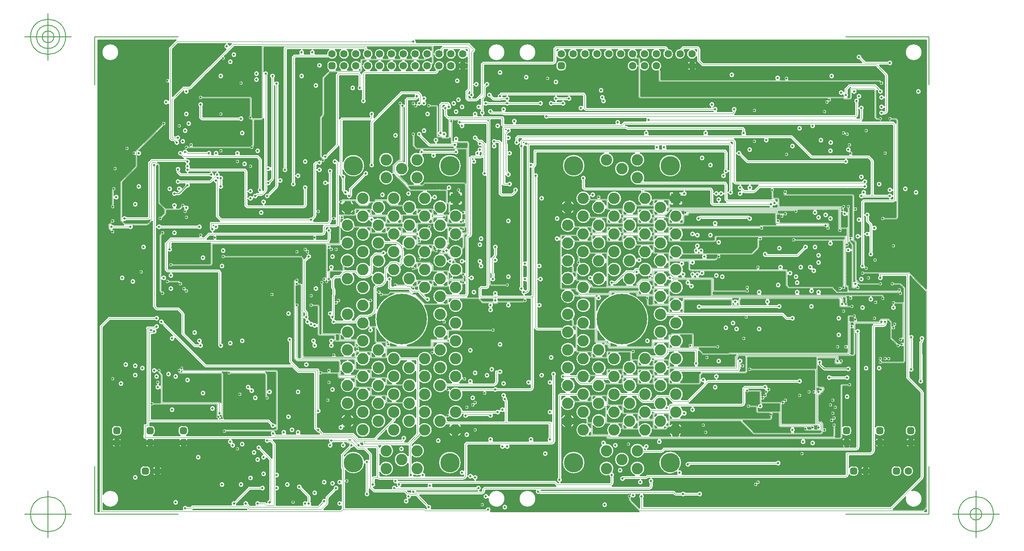
<source format=gbr>
G04 Generated by Ultiboard 14.1 *
%FSLAX24Y24*%
%MOIN*%

%ADD10C,0.0001*%
%ADD11C,0.0100*%
%ADD12C,0.0039*%
%ADD13C,0.0050*%
%ADD14C,0.1630*%
%ADD15C,0.4252*%
%ADD16C,0.0953*%
%ADD17R,0.0833X0.0833*%
%ADD18C,0.0633*%
%ADD19R,0.0208X0.0208*%
%ADD20C,0.0392*%
%ADD21C,0.0197*%


G04 ColorRGB 999999 for the following layer *
%LNCopper Inner 2*%
%LPD*%
G54D10*
G36*
X31911Y38888D02*
X31911Y38888D01*
X31771Y38747D01*
X31771Y36195D01*
G75*
D01*
G02X31771Y36005I229J-95*
G01*
X31771Y36005D01*
X31771Y35381D01*
G75*
D01*
G02X31695Y34971I-171J-181*
G01*
X31695Y34971D01*
X31929Y34971D01*
X32329Y35371D01*
X32329Y37800D01*
G75*
D01*
G02X32379Y37921I171J0*
G01*
X32379Y37921D01*
X32479Y38021D01*
G74*
D01*
G02X32586Y38070I121J121*
G01*
G75*
D01*
G02X32600Y38071I14J-170*
G01*
X32600Y38071D01*
X38429Y38071D01*
X38429Y38071D01*
X38429Y39100D01*
G75*
D01*
G02X38479Y39221I171J0*
G01*
X38479Y39221D01*
X38579Y39321D01*
G74*
D01*
G02X38686Y39370I121J121*
G01*
G75*
D01*
G02X38700Y39371I14J-170*
G01*
X38700Y39371D01*
X47900Y39371D01*
G75*
D01*
G02X47961Y39359I0J-171*
G01*
G74*
D01*
G02X48021Y39320I61J159*
G01*
X48021Y39320D01*
X48120Y39221D01*
G74*
D01*
G02X48170Y39116I120J121*
G01*
G75*
D01*
G02X47829Y38995I-30J-456*
G01*
X47829Y38995D01*
X47829Y39029D01*
X47829Y39029D01*
X47408Y39029D01*
G75*
D01*
G02X46872Y39029I-268J-369*
G01*
X46872Y39029D01*
X46408Y39029D01*
G75*
D01*
G02X45872Y39029I-268J-369*
G01*
X45872Y39029D01*
X45408Y39029D01*
G75*
D01*
G02X45522Y38410I-268J-369*
G01*
X45522Y38410D01*
X45650Y38410D01*
G75*
D01*
G02X45675Y38407I0J-110*
G01*
G74*
D01*
G02X45728Y38377I25J107*
G01*
X45728Y38377D01*
X45777Y38328D01*
G74*
D01*
G02X45810Y38250I77J78*
G01*
X45810Y38250D01*
X45810Y37975D01*
G75*
D01*
G02X45810Y37345I330J-315*
G01*
X45810Y37345D01*
X45810Y35110D01*
X62850Y35110D01*
G75*
D01*
G02X62869Y35108I0J-110*
G01*
G75*
D01*
G02X62852Y35203I231J92*
G01*
G75*
D01*
G02X62929Y35495I-152J197*
G01*
X62929Y35495D01*
X62929Y35700D01*
G75*
D01*
G02X62979Y35821I171J0*
G01*
X62979Y35821D01*
X63279Y36121D01*
G75*
D01*
G02X63400Y36171I121J-121*
G01*
X63400Y36171D01*
X65539Y36171D01*
G74*
D01*
G02X65660Y36120I0J171*
G01*
X65660Y36120D01*
X65991Y35789D01*
X65991Y35789D01*
X66034Y35746D01*
G75*
D01*
G02X65755Y35543I-34J-246*
G01*
X65755Y35543D01*
X65685Y35613D01*
X65685Y33357D01*
X65732Y33310D01*
X65847Y33310D01*
G75*
D01*
G02X66055Y33021I153J-110*
G01*
X66055Y33021D01*
X66745Y33021D01*
G75*
D01*
G02X66953Y33310I55J179*
G01*
X66953Y33310D01*
X67275Y33310D01*
G75*
D01*
G02X67306Y33305I0J-110*
G01*
G74*
D01*
G02X67353Y33277I31J105*
G01*
X67353Y33277D01*
X67477Y33153D01*
G74*
D01*
G02X67510Y33075I77J78*
G01*
X67510Y33075D01*
X67510Y24850D01*
G75*
D01*
G02X67477Y24772I-110J0*
G01*
X67477Y24772D01*
X67428Y24723D01*
G74*
D01*
G02X67350Y24690I78J77*
G01*
X67350Y24690D01*
X66353Y24690D01*
G75*
D01*
G02X66353Y24910I-153J110*
G01*
X66353Y24910D01*
X67290Y24910D01*
X67290Y26249D01*
X67221Y26180D01*
G74*
D01*
G02X67161Y26141I121J120*
G01*
G75*
D01*
G02X67100Y26129I-61J159*
G01*
X67100Y26129D01*
X64671Y26129D01*
X64671Y26129D01*
X64671Y25195D01*
G75*
D01*
G02X65071Y24919I229J-95*
G01*
X65071Y24919D01*
X65071Y24671D01*
X65320Y24421D01*
G74*
D01*
G02X65371Y24300I120J121*
G01*
X65371Y24300D01*
X65371Y24212D01*
G75*
D01*
G02X65371Y23788I129J-212*
G01*
X65371Y23788D01*
X65371Y21981D01*
G75*
D01*
G02X65029Y21981I-171J-181*
G01*
X65029Y21981D01*
X65029Y23288D01*
G75*
D01*
G02X64671Y23405I-129J212*
G01*
X64671Y23405D01*
X64671Y20981D01*
G75*
D01*
G02X64748Y20780I-171J-181*
G01*
G75*
D01*
G02X64613Y20579I52J-180*
G01*
G75*
D01*
G02X64329Y20981I-113J221*
G01*
X64329Y20981D01*
X64329Y23205D01*
G75*
D01*
G02X64329Y23395I-229J95*
G01*
X64329Y23395D01*
X64329Y24488D01*
G75*
D01*
G02X64329Y24912I-129J212*
G01*
X64329Y24912D01*
X64329Y26200D01*
G75*
D01*
G02X64379Y26321I171J0*
G01*
X64379Y26321D01*
X64479Y26421D01*
G74*
D01*
G02X64586Y26470I121J121*
G01*
G75*
D01*
G02X64600Y26471I14J-170*
G01*
X64600Y26471D01*
X66705Y26471D01*
G74*
D01*
G02X66619Y26529I95J229*
G01*
X66619Y26529D01*
X64581Y26529D01*
G75*
D01*
G02X64358Y26945I-181J171*
G01*
G75*
D01*
G02X64812Y26871I242J55*
G01*
X64812Y26871D01*
X65129Y26871D01*
X65129Y29629D01*
X64929Y29829D01*
X63195Y29829D01*
G75*
D01*
G02X62919Y29429I-95J-229*
G01*
X62919Y29429D01*
X54800Y29429D01*
G75*
D01*
G02X54740Y29440I0J171*
G01*
G74*
D01*
G02X54679Y29479I60J160*
G01*
X54679Y29479D01*
X54107Y30052D01*
G75*
D01*
G02X53871Y30205I-7J248*
G01*
X53871Y30205D01*
X53871Y27971D01*
X53871Y27971D01*
X64462Y27971D01*
G75*
D01*
G02X64847Y27700I238J-71*
G01*
G75*
D01*
G02X64519Y27329I-147J-200*
G01*
X64519Y27329D01*
X63436Y27329D01*
G74*
D01*
G02X63476Y27267I136J129*
G01*
X63476Y27267D01*
X63367Y27267D01*
X63367Y27329D01*
X63233Y27329D01*
X63233Y27267D01*
X63124Y27267D01*
G74*
D01*
G02X63164Y27329I176J67*
G01*
X63164Y27329D01*
X57036Y27329D01*
G75*
D01*
G02X57010Y27047I-136J-129*
G01*
X57010Y27047D01*
X57010Y26610D01*
X57350Y26610D01*
G75*
D01*
G02X57375Y26607I0J-110*
G01*
G74*
D01*
G02X57428Y26577I25J107*
G01*
X57428Y26577D01*
X57477Y26528D01*
G74*
D01*
G02X57510Y26450I77J78*
G01*
X57510Y26450D01*
X57510Y25910D01*
X62747Y25910D01*
G75*
D01*
G02X62946Y25618I153J-110*
G01*
G75*
D01*
G02X62980Y25448I-146J-118*
G01*
G75*
D01*
G02X63190Y25360I20J-248*
G01*
X63190Y25360D01*
X63190Y25647D01*
G75*
D01*
G02X63410Y25647I110J153*
G01*
X63410Y25647D01*
X63410Y23265D01*
G75*
D01*
G02X63590Y23265I90J-165*
G01*
X63590Y23265D01*
X63590Y26690D01*
X57950Y26690D01*
G75*
D01*
G02X57920Y26695I0J110*
G01*
G74*
D01*
G02X57873Y26723I30J105*
G01*
X57873Y26723D01*
X57823Y26773D01*
G75*
D01*
G02X57790Y26850I77J77*
G01*
X57790Y26850D01*
X57790Y27000D01*
G74*
D01*
G02X57813Y27067I110J0*
G01*
G75*
D01*
G02X58125Y26910I187J-17*
G01*
X58125Y26910D01*
X63650Y26910D01*
G75*
D01*
G02X63675Y26907I0J-110*
G01*
G74*
D01*
G02X63728Y26877I25J107*
G01*
X63728Y26877D01*
X63777Y26828D01*
G74*
D01*
G02X63810Y26750I77J78*
G01*
X63810Y26750D01*
X63810Y25765D01*
G75*
D01*
G02X63810Y25435I90J-165*
G01*
X63810Y25435D01*
X63810Y23010D01*
X63850Y23010D01*
G75*
D01*
G02X63875Y23007I0J-110*
G01*
G74*
D01*
G02X63928Y22977I25J107*
G01*
X63928Y22977D01*
X63977Y22928D01*
G74*
D01*
G02X64010Y22850I77J78*
G01*
X64010Y22850D01*
X64010Y19695D01*
X64295Y19410D01*
X65847Y19410D01*
G75*
D01*
G02X65847Y19190I153J-110*
G01*
X65847Y19190D01*
X64250Y19190D01*
G75*
D01*
G02X64173Y19223I0J110*
G01*
X64173Y19223D01*
X64144Y19251D01*
G74*
D01*
G02X64121Y19187I244J49*
G01*
G75*
D01*
G02X63932Y18915I-21J-187*
G01*
X63932Y18915D01*
X63625Y18915D01*
G75*
D01*
G02X63515Y19025I0J110*
G01*
X63515Y19025D01*
X63515Y22026D01*
G75*
D01*
G02X63135Y21965I-215J124*
G01*
X63135Y21965D01*
X63135Y20149D01*
G74*
D01*
G02X63183Y20176I114J149*
G01*
X63183Y20176D01*
X63183Y20067D01*
X63135Y20067D01*
X63135Y19933D01*
X63183Y19933D01*
X63183Y19824D01*
G74*
D01*
G02X63135Y19851I66J176*
G01*
X63135Y19851D01*
X63135Y19235D01*
X63250Y19235D01*
G74*
D01*
G02X63360Y19125I0J110*
G01*
X63360Y19125D01*
X63360Y18845D01*
X63395Y18810D01*
X67412Y18810D01*
G75*
D01*
G02X67746Y18682I188J-10*
G01*
G75*
D01*
G02X67512Y18490I-46J-182*
G01*
X67512Y18490D01*
X62350Y18490D01*
G75*
D01*
G02X62323Y18494I0J110*
G01*
G74*
D01*
G02X62273Y18523I27J106*
G01*
X62273Y18523D01*
X62048Y18747D01*
X62048Y18747D01*
X61905Y18890D01*
X60364Y18890D01*
G75*
D01*
G02X60045Y18890I-159J-190*
G01*
X60045Y18890D01*
X58275Y18890D01*
G75*
D01*
G02X58198Y18923I0J110*
G01*
X58198Y18923D01*
X58023Y19098D01*
G75*
D01*
G02X57990Y19175I77J77*
G01*
X57990Y19175D01*
X57990Y20340D01*
X51205Y20340D01*
G75*
D01*
G02X50834Y20016I-205J-140*
G01*
G74*
D01*
G02X50760Y19910I234J84*
G01*
X50760Y19910D01*
X51850Y19910D01*
G75*
D01*
G02X51875Y19907I0J-110*
G01*
G74*
D01*
G02X51928Y19877I25J107*
G01*
X51928Y19877D01*
X51977Y19828D01*
G74*
D01*
G02X52010Y19750I77J78*
G01*
X52010Y19750D01*
X52010Y18810D01*
X54647Y18810D01*
G74*
D01*
G02X54687Y18850I153J110*
G01*
G75*
D01*
G02X54913Y18850I113J150*
G01*
G75*
D01*
G02X54647Y18590I-113J-150*
G01*
X54647Y18590D01*
X51950Y18590D01*
G75*
D01*
G02X51920Y18595I0J110*
G01*
G74*
D01*
G02X51910Y18598I30J105*
G01*
X51910Y18598D01*
X51910Y18446D01*
X55605Y18446D01*
G75*
D01*
G02X55667Y18810I195J154*
G01*
X55667Y18810D01*
X55667Y18833D01*
X55715Y18833D01*
G75*
D01*
G02X55995Y18446I85J-233*
G01*
X55995Y18446D01*
X58805Y18446D01*
G75*
D01*
G02X59195Y18446I195J154*
G01*
X59195Y18446D01*
X60605Y18446D01*
G75*
D01*
G02X60995Y18446I195J154*
G01*
X60995Y18446D01*
X61342Y18446D01*
G74*
D01*
G02X61274Y18533I107J154*
G01*
X61274Y18533D01*
X61383Y18533D01*
X61383Y18446D01*
X61516Y18446D01*
X61516Y18533D01*
X61625Y18533D01*
G74*
D01*
G02X61557Y18446I176J67*
G01*
X61557Y18446D01*
X66114Y18446D01*
G74*
D01*
G02X66191Y18414I0J110*
G01*
X66191Y18414D01*
X66277Y18328D01*
G74*
D01*
G02X66310Y18250I77J78*
G01*
X66310Y18250D01*
X66310Y18228D01*
G75*
D01*
G02X66078Y18217I-110J-153*
G01*
X66078Y18217D01*
X66068Y18227D01*
X65302Y18227D01*
G75*
D01*
G02X65098Y18227I-102J-227*
G01*
X65098Y18227D01*
X63639Y18227D01*
G75*
D01*
G02X63361Y18227I-139J-127*
G01*
X63361Y18227D01*
X63178Y18227D01*
G74*
D01*
G02X63210Y18150I78J77*
G01*
X63210Y18150D01*
X63210Y17753D01*
G75*
D01*
G02X63265Y17510I-110J-153*
G01*
X63265Y17510D01*
X63447Y17510D01*
G75*
D01*
G02X63447Y17290I153J-110*
G01*
X63447Y17290D01*
X62650Y17290D01*
G75*
D01*
G02X62620Y17295I0J110*
G01*
G74*
D01*
G02X62573Y17323I30J105*
G01*
X62573Y17323D01*
X62523Y17373D01*
G75*
D01*
G02X62490Y17450I77J77*
G01*
X62490Y17450D01*
X62490Y17905D01*
X62405Y17990D01*
X56660Y17990D01*
G75*
D01*
G02X56618Y17581I-160J-190*
G01*
X56618Y17581D01*
X57312Y17581D01*
G75*
D01*
G02X57292Y17240I170J-181*
G01*
X57292Y17240D01*
X54228Y17240D01*
G74*
D01*
G02X54163Y17199I120J121*
G01*
G75*
D01*
G02X54107Y17190I-55J162*
G01*
X54107Y17190D01*
X50920Y17190D01*
G75*
D01*
G02X50920Y17531I-181J171*
G01*
X50920Y17531D01*
X53392Y17531D01*
G75*
D01*
G02X53390Y17550I108J19*
G01*
X53390Y17550D01*
X53390Y17890D01*
X49510Y17890D01*
X49510Y16950D01*
G75*
D01*
G02X49506Y16921I-110J0*
G01*
X49506Y16921D01*
X57750Y16921D01*
G74*
D01*
G02X57871Y16870I0J171*
G01*
X57871Y16870D01*
X58171Y16571D01*
X58419Y16571D01*
G75*
D01*
G02X58419Y16229I181J-171*
G01*
X58419Y16229D01*
X58100Y16229D01*
G75*
D01*
G02X57979Y16279I0J171*
G01*
X57979Y16279D01*
X57679Y16579D01*
X54870Y16579D01*
G75*
D01*
G02X54530Y16579I-170J-79*
G01*
X54530Y16579D01*
X49039Y16579D01*
G75*
D01*
G02X48561Y16579I-239J-579*
G01*
X48561Y16579D01*
X48103Y16579D01*
G75*
D01*
G02X48090Y16960I-603J171*
G01*
X48090Y16960D01*
X48090Y17390D01*
X46450Y17390D01*
G75*
D01*
G02X46420Y17395I0J110*
G01*
G74*
D01*
G02X46373Y17423I30J105*
G01*
X46373Y17423D01*
X46323Y17473D01*
G75*
D01*
G02X46290Y17550I77J77*
G01*
X46290Y17550D01*
X46290Y17947D01*
G75*
D01*
G02X46235Y18190I110J153*
G01*
X46235Y18190D01*
X45550Y18190D01*
G75*
D01*
G02X45535Y18191I0J110*
G01*
G75*
D01*
G02X44726Y14110I-1285J-1866*
G01*
X44726Y14110D01*
X46690Y14110D01*
X46690Y14550D01*
G75*
D01*
G02X46723Y14627I110J0*
G01*
X46723Y14627D01*
X46773Y14677D01*
G74*
D01*
G02X46820Y14705I77J77*
G01*
G75*
D01*
G02X46850Y14710I30J-105*
G01*
X46850Y14710D01*
X47183Y14710D01*
G75*
D01*
G02X47817Y14710I317J540*
G01*
X47817Y14710D01*
X48090Y14710D01*
X48090Y14950D01*
G75*
D01*
G02X48123Y15027I110J0*
G01*
X48123Y15027D01*
X48173Y15077D01*
G74*
D01*
G02X48220Y15105I77J77*
G01*
G75*
D01*
G02X48250Y15110I30J-105*
G01*
X48250Y15110D01*
X48305Y15110D01*
X48373Y15177D01*
G74*
D01*
G02X48441Y15209I77J77*
G01*
G75*
D01*
G02X48450Y15210I9J-109*
G01*
X48450Y15210D01*
X50150Y15210D01*
G75*
D01*
G02X50175Y15207I0J-110*
G01*
G74*
D01*
G02X50228Y15177I25J107*
G01*
X50228Y15177D01*
X50277Y15128D01*
G74*
D01*
G02X50310Y15050I77J78*
G01*
X50310Y15050D01*
X50310Y14110D01*
X52147Y14110D01*
G75*
D01*
G02X52147Y13890I153J-110*
G01*
X52147Y13890D01*
X50715Y13890D01*
X51095Y13510D01*
X53208Y13510D01*
G74*
D01*
G02X53223Y13527I92J60*
G01*
X53223Y13527D01*
X53233Y13538D01*
G74*
D01*
G02X53277Y13565I78J77*
G01*
G75*
D01*
G02X53311Y13570I34J-104*
G01*
X53311Y13570D01*
X63165Y13570D01*
X63190Y13595D01*
X63190Y13835D01*
G75*
D01*
G02X63190Y14165I-90J165*
G01*
X63190Y14165D01*
X63190Y16550D01*
G75*
D01*
G02X63223Y16627I110J0*
G01*
X63223Y16627D01*
X63273Y16677D01*
G74*
D01*
G02X63320Y16705I77J77*
G01*
G75*
D01*
G02X63350Y16710I30J-105*
G01*
X63350Y16710D01*
X63647Y16710D01*
G75*
D01*
G02X63946Y16482I153J-110*
G01*
G75*
D01*
G02X64065Y16210I-46J-182*
G01*
X64065Y16210D01*
X65805Y16210D01*
X65991Y16396D01*
G74*
D01*
G02X66057Y16427I77J78*
G01*
G75*
D01*
G02X66068Y16428I11J-109*
G01*
X66068Y16428D01*
X66669Y16428D01*
G74*
D01*
G02X66747Y16395I0J110*
G01*
X66747Y16395D01*
X66959Y16183D01*
G74*
D01*
G02X66991Y16106I77J77*
G01*
X66991Y16106D01*
X66991Y15753D01*
G74*
D01*
G02X67054Y15782I109J153*
G01*
G75*
D01*
G02X67246Y15718I146J118*
G01*
G75*
D01*
G02X66991Y15447I-146J-118*
G01*
X66991Y15447D01*
X66991Y14764D01*
X67470Y14285D01*
G75*
D01*
G02X67618Y14246I30J-185*
G01*
G75*
D01*
G02X67890Y14365I182J-46*
G01*
X67890Y14365D01*
X67890Y14635D01*
X67885Y14630D01*
G75*
D01*
G02X67730Y14785I-185J-30*
G01*
X67730Y14785D01*
X67790Y14845D01*
X67790Y17590D01*
X67253Y17590D01*
G74*
D01*
G02X67186Y17533I153J110*
G01*
G75*
D01*
G02X67014Y17533I-86J-233*
G01*
G75*
D01*
G02X67253Y17810I86J167*
G01*
X67253Y17810D01*
X67850Y17810D01*
G75*
D01*
G02X67875Y17807I0J-110*
G01*
G74*
D01*
G02X67890Y17802I25J107*
G01*
X67890Y17802D01*
X67890Y18905D01*
X67605Y19190D01*
X67153Y19190D01*
G75*
D01*
G02X67153Y19410I-153J110*
G01*
X67153Y19410D01*
X67650Y19410D01*
G75*
D01*
G02X67655Y19409I0J-110*
G01*
G74*
D01*
G02X67728Y19377I5J109*
G01*
X67728Y19377D01*
X68077Y19028D01*
G74*
D01*
G02X68110Y18950I77J78*
G01*
X68110Y18950D01*
X68110Y12750D01*
G75*
D01*
G02X68077Y12672I-110J0*
G01*
X68077Y12672D01*
X68028Y12623D01*
G74*
D01*
G02X67950Y12590I78J77*
G01*
X67950Y12590D01*
X66153Y12590D01*
G75*
D01*
G02X65887Y12850I-153J110*
G01*
G75*
D01*
G02X66113Y12850I113J150*
G01*
G74*
D01*
G02X66153Y12810I113J150*
G01*
X66153Y12810D01*
X67890Y12810D01*
X67890Y14035D01*
G75*
D01*
G02X67682Y14054I-90J165*
G01*
G75*
D01*
G02X67315Y14130I-182J46*
G01*
X67315Y14130D01*
X66804Y14641D01*
G75*
D01*
G02X66772Y14718I78J77*
G01*
X66772Y14718D01*
X66772Y16060D01*
X66624Y16209D01*
X66623Y16209D01*
G75*
D01*
G02X66571Y15919I-223J-109*
G01*
X66571Y15919D01*
X66571Y15900D01*
G75*
D01*
G02X66520Y15779I-171J0*
G01*
X66520Y15779D01*
X66421Y15680D01*
G74*
D01*
G02X66361Y15641I121J120*
G01*
G75*
D01*
G02X66300Y15629I-61J159*
G01*
X66300Y15629D01*
X65571Y15629D01*
X65571Y15629D01*
X65571Y7253D01*
G75*
D01*
G02X65836Y7382I265J-209*
G01*
X65836Y7382D01*
X66044Y7382D01*
G74*
D01*
G02X66382Y7044I0J338*
G01*
X66382Y7044D01*
X66382Y6836D01*
G75*
D01*
G02X66044Y6498I-338J0*
G01*
X66044Y6498D01*
X65836Y6498D01*
G75*
D01*
G02X65571Y6627I0J338*
G01*
X65571Y6627D01*
X65571Y6208D01*
G74*
D01*
G02X65778Y6367I369J268*
G01*
X65778Y6367D01*
X65778Y6102D01*
X65571Y6102D01*
X65571Y5778D01*
X65757Y5778D01*
G74*
D01*
G02X65724Y5833I143J122*
G01*
X65724Y5833D01*
X65801Y5833D01*
G75*
D01*
G02X65767Y5967I139J107*
G01*
X65767Y5967D01*
X65724Y5967D01*
G74*
D01*
G02X65826Y6072I176J67*
G01*
G75*
D01*
G02X66072Y5826I114J-132*
G01*
G74*
D01*
G02X65967Y5724I172J74*
G01*
X65967Y5724D01*
X65967Y5767D01*
G75*
D01*
G02X65833Y5801I-27J173*
G01*
X65833Y5801D01*
X65833Y5724D01*
G74*
D01*
G02X65778Y5757I67J176*
G01*
X65778Y5757D01*
X65778Y5513D01*
G74*
D01*
G02X65571Y5672I162J427*
G01*
X65571Y5672D01*
X65571Y5200D01*
G75*
D01*
G02X65520Y5079I-171J0*
G01*
X65520Y5079D01*
X65321Y4880D01*
G74*
D01*
G02X65256Y4839I121J120*
G01*
G75*
D01*
G02X65200Y4829I-56J161*
G01*
X65200Y4829D01*
X63371Y4829D01*
X63371Y3853D01*
G75*
D01*
G02X63636Y3982I265J-209*
G01*
X63636Y3982D01*
X63844Y3982D01*
G74*
D01*
G02X64182Y3644I0J338*
G01*
X64182Y3644D01*
X64182Y3436D01*
G75*
D01*
G02X63844Y3098I-338J0*
G01*
X63844Y3098D01*
X63636Y3098D01*
G75*
D01*
G02X63371Y3227I0J338*
G01*
X63371Y3227D01*
X63371Y3200D01*
G75*
D01*
G02X63320Y3079I-171J0*
G01*
X63320Y3079D01*
X63221Y2980D01*
G74*
D01*
G02X63161Y2941I121J120*
G01*
G75*
D01*
G02X63100Y2929I-61J159*
G01*
X63100Y2929D01*
X46795Y2929D01*
G75*
D01*
G02X46871Y2519I-95J-229*
G01*
X46871Y2519D01*
X46871Y2200D01*
G75*
D01*
G02X46820Y2079I-171J0*
G01*
X46820Y2079D01*
X46721Y1980D01*
G74*
D01*
G02X46600Y1929I121J120*
G01*
X46600Y1929D01*
X37412Y1929D01*
X37417Y1921D01*
X37417Y1921D01*
X48600Y1921D01*
G74*
D01*
G02X48721Y1870I0J171*
G01*
X48721Y1870D01*
X48821Y1771D01*
X49219Y1771D01*
G75*
D01*
G02X49581Y1771I181J-171*
G01*
X49581Y1771D01*
X50619Y1771D01*
G75*
D01*
G02X50619Y1429I181J-171*
G01*
X50619Y1429D01*
X49581Y1429D01*
G75*
D01*
G02X49219Y1429I-181J171*
G01*
X49219Y1429D01*
X48750Y1429D01*
G75*
D01*
G02X48629Y1479I0J171*
G01*
X48629Y1479D01*
X48529Y1579D01*
X46072Y1579D01*
G75*
D01*
G02X46071Y1219I-172J-179*
G01*
X46071Y1219D01*
X46071Y571D01*
X66829Y571D01*
X69329Y3071D01*
X69329Y10129D01*
X68179Y11279D01*
G75*
D01*
G02X68129Y11400I121J121*
G01*
X68129Y11400D01*
X68129Y19929D01*
X66212Y19929D01*
G75*
D01*
G02X65829Y19981I-212J-129*
G01*
X65829Y19981D01*
X65829Y20100D01*
G74*
D01*
G02X65832Y20130I171J0*
G01*
X65832Y20130D01*
X64674Y20130D01*
G75*
D01*
G02X64614Y20349I-174J70*
G01*
X64614Y20349D01*
X65991Y20349D01*
X65991Y20349D01*
X68360Y20349D01*
G75*
D01*
G02X68404Y20340I1J-110*
G01*
G74*
D01*
G02X68438Y20317I43J101*
G01*
X68438Y20317D01*
X69849Y18906D01*
X69849Y39849D01*
X26899Y39849D01*
G75*
D01*
G02X26944Y39651I-199J-149*
G01*
X26944Y39651D01*
X31320Y39651D01*
G74*
D01*
G02X31441Y39601I0J171*
G01*
X31441Y39601D01*
X31912Y39130D01*
G75*
D01*
G02X31911Y38888I-121J-121*
G01*
D02*
G37*
%LPC*%
G36*
X55424Y18833D02*
X55424Y18833D01*
X55533Y18833D01*
X55533Y18724D01*
G74*
D01*
G02X55424Y18833I67J176*
G01*
D02*
G37*
G36*
X47465Y37340D02*
X47465Y37340D01*
X47477Y37328D01*
G74*
D01*
G02X47510Y37250I77J78*
G01*
X47510Y37250D01*
X47510Y36510D01*
X57148Y36510D01*
G75*
D01*
G02X57568Y36510I210J132*
G01*
X57568Y36510D01*
X57935Y36510D01*
G75*
D01*
G02X58265Y36510I165J90*
G01*
X58265Y36510D01*
X65900Y36510D01*
G74*
D01*
G02X65978Y36477I0J110*
G01*
X65978Y36477D01*
X65991Y36464D01*
X65991Y36464D01*
X66070Y36385D01*
G75*
D01*
G02X65915Y36230I30J-185*
G01*
X65915Y36230D01*
X65855Y36290D01*
X47412Y36290D01*
G75*
D01*
G02X47334Y36323I0J110*
G01*
X47334Y36323D01*
X47323Y36334D01*
G75*
D01*
G02X47290Y36412I77J78*
G01*
X47290Y36412D01*
X47290Y37205D01*
X47272Y37223D01*
G75*
D01*
G02X47465Y37340I-132J437*
G01*
D02*
G37*
G36*
X49596Y37645D02*
G75*
D01*
G02X49596Y37645I-456J15*
G01*
D02*
G37*
G36*
X50314Y37645D02*
G75*
D01*
G02X50314Y37645I-174J15*
G01*
D02*
G37*
G36*
X66200Y36959D02*
X66200Y36959D01*
X65991Y37168D01*
X65991Y37168D01*
X65569Y37590D01*
X51040Y37590D01*
G75*
D01*
G02X50919Y37640I-1J171*
G01*
X50919Y37640D01*
X50579Y37979D01*
G75*
D01*
G02X50529Y38100I121J121*
G01*
X50529Y38100D01*
X50529Y38422D01*
G75*
D01*
G02X49872Y39029I-389J238*
G01*
X49872Y39029D01*
X49471Y39029D01*
X49471Y39029D01*
X49471Y38975D01*
G75*
D01*
G02X49130Y39117I-331J-315*
G01*
G74*
D01*
G02X49179Y39221I170J17*
G01*
X49179Y39221D01*
X49279Y39321D01*
G75*
D01*
G02X49400Y39371I121J-121*
G01*
X49400Y39371D01*
X50600Y39371D01*
G74*
D01*
G02X50721Y39320I0J171*
G01*
X50721Y39320D01*
X50820Y39221D01*
G74*
D01*
G02X50871Y39100I120J121*
G01*
X50871Y39100D01*
X50871Y38171D01*
X51110Y37931D01*
X64428Y37931D01*
X64207Y38152D01*
G75*
D01*
G02X64448Y38393I-7J248*
G01*
X64448Y38393D01*
X64771Y38071D01*
X66619Y38071D01*
G75*
D01*
G02X66619Y37729I181J-171*
G01*
X66619Y37729D01*
X65912Y37729D01*
X65991Y37650D01*
X66620Y37021D01*
G74*
D01*
G02X66671Y36900I120J121*
G01*
X66671Y36900D01*
X66671Y33800D01*
G75*
D01*
G02X66620Y33679I-171J0*
G01*
X66620Y33679D01*
X66521Y33580D01*
G74*
D01*
G02X66461Y33541I121J120*
G01*
G75*
D01*
G02X66400Y33529I-61J159*
G01*
X66400Y33529D01*
X66281Y33529D01*
G75*
D01*
G02X66281Y33871I-181J171*
G01*
X66281Y33871D01*
X66329Y33871D01*
X66329Y33871D01*
X66329Y34105D01*
G75*
D01*
G02X66329Y34295I-229J95*
G01*
X66329Y34295D01*
X66329Y34905D01*
G75*
D01*
G02X66329Y35095I-229J95*
G01*
X66329Y35095D01*
X66329Y36829D01*
X66259Y36900D01*
G74*
D01*
G02X66276Y36867I159J100*
G01*
X66276Y36867D01*
X66167Y36867D01*
X66167Y36976D01*
G74*
D01*
G02X66200Y36959I67J176*
G01*
D02*
G37*
G36*
X48596Y37645D02*
G75*
D01*
G02X48596Y37645I-456J15*
G01*
D02*
G37*
G36*
X66033Y36624D02*
G74*
D01*
G02X65924Y36733I67J176*
G01*
X65924Y36733D01*
X66033Y36733D01*
X66033Y36624D01*
D02*
G37*
G36*
X66033Y36976D02*
X66033Y36976D01*
X66033Y36867D01*
X65924Y36867D01*
G74*
D01*
G02X66033Y36976I176J67*
G01*
D02*
G37*
G36*
X61274Y18667D02*
G74*
D01*
G02X61383Y18776I175J67*
G01*
X61383Y18776D01*
X61383Y18667D01*
X61274Y18667D01*
D02*
G37*
G36*
X61625Y18667D02*
X61625Y18667D01*
X61516Y18667D01*
X61516Y18776D01*
G74*
D01*
G02X61625Y18667I67J176*
G01*
D02*
G37*
G36*
X65967Y14676D02*
G74*
D01*
G02X66076Y14567I67J176*
G01*
X66076Y14567D01*
X65967Y14567D01*
X65967Y14676D01*
D02*
G37*
G36*
X65967Y14324D02*
X65967Y14324D01*
X65967Y14433D01*
X66076Y14433D01*
G74*
D01*
G02X65967Y14324I176J67*
G01*
D02*
G37*
G36*
X66146Y12167D02*
G75*
D01*
G02X66148Y12211I-246J33*
G01*
G74*
D01*
G02X66233Y12276I152J111*
G01*
X66233Y12276D01*
X66233Y12167D01*
X66146Y12167D01*
D02*
G37*
G36*
X57212Y28196D02*
G75*
D01*
G02X57212Y28196I188J4*
G01*
D02*
G37*
G36*
X64175Y28196D02*
G75*
D01*
G02X64175Y28196I225J104*
G01*
D02*
G37*
G36*
X65991Y23588D02*
G75*
D01*
G02X65991Y23588I9J-188*
G01*
D02*
G37*
G36*
X66276Y36733D02*
G74*
D01*
G02X66167Y36624I176J67*
G01*
X66167Y36624D01*
X66167Y36733D01*
X66276Y36733D01*
D02*
G37*
G36*
X66041Y36800D02*
G75*
D01*
G02X66041Y36800I59J0*
G01*
D02*
G37*
G36*
X61390Y18600D02*
G75*
D01*
G02X61390Y18600I59J0*
G01*
D02*
G37*
G36*
X65841Y14500D02*
G75*
D01*
G02X65841Y14500I59J0*
G01*
D02*
G37*
G36*
X65833Y14324D02*
G74*
D01*
G02X65724Y14433I67J176*
G01*
X65724Y14433D01*
X65833Y14433D01*
X65833Y14324D01*
D02*
G37*
G36*
X65724Y14567D02*
G74*
D01*
G02X65833Y14676I176J67*
G01*
X65833Y14676D01*
X65833Y14567D01*
X65724Y14567D01*
D02*
G37*
G36*
X57152Y19200D02*
G75*
D01*
G02X57152Y19200I248J0*
G01*
D02*
G37*
G36*
X66550Y13113D02*
G75*
D01*
G02X66550Y12887I150J-113*
G01*
G75*
D01*
G02X66550Y13113I-150J113*
G01*
D02*
G37*
G36*
X68086Y38800D02*
G75*
D01*
G02X68086Y38800I714J0*
G01*
D02*
G37*
G36*
X63190Y20000D02*
G75*
D01*
G02X63190Y20000I59J0*
G01*
D02*
G37*
G36*
X63425Y19933D02*
G74*
D01*
G02X63316Y19824I176J67*
G01*
X63316Y19824D01*
X63316Y19933D01*
X63425Y19933D01*
D02*
G37*
G36*
X63316Y20176D02*
G74*
D01*
G02X63425Y20067I67J176*
G01*
X63425Y20067D01*
X63316Y20067D01*
X63316Y20176D01*
D02*
G37*
G36*
X51952Y20000D02*
G75*
D01*
G02X51952Y20000I248J0*
G01*
D02*
G37*
G36*
X55667Y19076D02*
G74*
D01*
G02X55776Y18967I67J176*
G01*
X55776Y18967D01*
X55667Y18967D01*
X55667Y19076D01*
D02*
G37*
G36*
X55424Y18967D02*
G74*
D01*
G02X55533Y19076I176J67*
G01*
X55533Y19076D01*
X55533Y18967D01*
X55424Y18967D01*
D02*
G37*
G36*
X52452Y19900D02*
G75*
D01*
G02X52452Y19900I248J0*
G01*
D02*
G37*
G36*
X55541Y18900D02*
G75*
D01*
G02X55541Y18900I59J0*
G01*
D02*
G37*
G36*
X46152Y14500D02*
G75*
D01*
G02X46152Y14500I248J0*
G01*
D02*
G37*
G36*
X50567Y37498D02*
G74*
D01*
G02X50302Y37233I427J162*
G01*
X50302Y37233D01*
X50302Y37498D01*
X50567Y37498D01*
D02*
G37*
G36*
X49978Y37233D02*
G74*
D01*
G02X49713Y37498I162J427*
G01*
X49713Y37498D01*
X49978Y37498D01*
X49978Y37233D01*
D02*
G37*
G36*
X53252Y36900D02*
G75*
D01*
G02X53252Y36900I248J0*
G01*
D02*
G37*
G36*
X64233Y37224D02*
G74*
D01*
G02X64124Y37333I67J176*
G01*
X64124Y37333D01*
X64233Y37333D01*
X64233Y37224D01*
D02*
G37*
G36*
X64476Y37333D02*
G74*
D01*
G02X64367Y37224I176J67*
G01*
X64367Y37224D01*
X64367Y37333D01*
X64476Y37333D01*
D02*
G37*
G36*
X64367Y37576D02*
G74*
D01*
G02X64476Y37467I67J176*
G01*
X64476Y37467D01*
X64367Y37467D01*
X64367Y37576D01*
D02*
G37*
G36*
X64124Y37467D02*
G74*
D01*
G02X64233Y37576I176J67*
G01*
X64233Y37576D01*
X64233Y37467D01*
X64124Y37467D01*
D02*
G37*
G36*
X61652Y36800D02*
G75*
D01*
G02X61652Y36800I248J0*
G01*
D02*
G37*
G36*
X64241Y37400D02*
G75*
D01*
G02X64241Y37400I59J0*
G01*
D02*
G37*
G36*
X64041Y29500D02*
G75*
D01*
G02X64041Y29500I59J0*
G01*
D02*
G37*
G36*
X64033Y29324D02*
G74*
D01*
G02X63924Y29433I67J176*
G01*
X63924Y29433D01*
X64033Y29433D01*
X64033Y29324D01*
D02*
G37*
G36*
X64276Y29433D02*
G74*
D01*
G02X64167Y29324I176J67*
G01*
X64167Y29324D01*
X64167Y29433D01*
X64276Y29433D01*
D02*
G37*
G36*
X64167Y29676D02*
G74*
D01*
G02X64276Y29567I67J176*
G01*
X64276Y29567D01*
X64167Y29567D01*
X64167Y29676D01*
D02*
G37*
G36*
X63924Y29567D02*
G74*
D01*
G02X64033Y29676I176J67*
G01*
X64033Y29676D01*
X64033Y29567D01*
X63924Y29567D01*
D02*
G37*
G36*
X58324Y38518D02*
G74*
D01*
G02X58433Y38627I176J66*
G01*
X58433Y38627D01*
X58433Y38518D01*
X58324Y38518D01*
D02*
G37*
G36*
X58567Y38627D02*
G74*
D01*
G02X58676Y38518I67J175*
G01*
X58676Y38518D01*
X58567Y38518D01*
X58567Y38627D01*
D02*
G37*
G36*
X58676Y38385D02*
G74*
D01*
G02X58567Y38276I176J67*
G01*
X58567Y38276D01*
X58567Y38385D01*
X58676Y38385D01*
D02*
G37*
G36*
X58433Y38276D02*
G74*
D01*
G02X58324Y38385I67J176*
G01*
X58324Y38385D01*
X58433Y38385D01*
X58433Y38276D01*
D02*
G37*
G36*
X58441Y38452D02*
G75*
D01*
G02X58441Y38452I59J0*
G01*
D02*
G37*
G36*
X60524Y38467D02*
G74*
D01*
G02X60633Y38576I176J67*
G01*
X60633Y38576D01*
X60633Y38467D01*
X60524Y38467D01*
D02*
G37*
G36*
X60633Y38224D02*
G74*
D01*
G02X60524Y38333I67J176*
G01*
X60524Y38333D01*
X60633Y38333D01*
X60633Y38224D01*
D02*
G37*
G36*
X60767Y38576D02*
G74*
D01*
G02X60876Y38467I67J176*
G01*
X60876Y38467D01*
X60767Y38467D01*
X60767Y38576D01*
D02*
G37*
G36*
X60876Y38333D02*
G74*
D01*
G02X60767Y38224I176J67*
G01*
X60767Y38224D01*
X60767Y38333D01*
X60876Y38333D01*
D02*
G37*
G36*
X60641Y38400D02*
G75*
D01*
G02X60641Y38400I59J0*
G01*
D02*
G37*
G36*
X63767Y38576D02*
G74*
D01*
G02X63876Y38467I67J176*
G01*
X63876Y38467D01*
X63767Y38467D01*
X63767Y38576D01*
D02*
G37*
G36*
X63876Y38333D02*
G74*
D01*
G02X63767Y38224I176J67*
G01*
X63767Y38224D01*
X63767Y38333D01*
X63876Y38333D01*
D02*
G37*
G36*
X63524Y38467D02*
G74*
D01*
G02X63633Y38576I176J67*
G01*
X63633Y38576D01*
X63633Y38467D01*
X63524Y38467D01*
D02*
G37*
G36*
X63633Y38224D02*
G74*
D01*
G02X63524Y38333I67J176*
G01*
X63524Y38333D01*
X63633Y38333D01*
X63633Y38224D01*
D02*
G37*
G36*
X63641Y38400D02*
G75*
D01*
G02X63641Y38400I59J0*
G01*
D02*
G37*
G36*
X50302Y38087D02*
G74*
D01*
G02X50567Y37822I162J427*
G01*
X50567Y37822D01*
X50302Y37822D01*
X50302Y38087D01*
D02*
G37*
G36*
X49713Y37822D02*
G74*
D01*
G02X49978Y38087I427J162*
G01*
X49978Y38087D01*
X49978Y37822D01*
X49713Y37822D01*
D02*
G37*
G36*
X32986Y38800D02*
G75*
D01*
G02X32986Y38800I714J0*
G01*
D02*
G37*
G36*
X35586Y38800D02*
G75*
D01*
G02X35586Y38800I714J0*
G01*
D02*
G37*
G36*
X56367Y2576D02*
G74*
D01*
G02X56476Y2467I67J176*
G01*
X56476Y2467D01*
X56367Y2467D01*
X56367Y2576D01*
D02*
G37*
G36*
X56124Y2467D02*
G74*
D01*
G02X56233Y2576I176J67*
G01*
X56233Y2576D01*
X56233Y2467D01*
X56124Y2467D01*
D02*
G37*
G36*
X55513Y2587D02*
G75*
D01*
G02X55687Y2413I187J13*
G01*
G75*
D01*
G02X55513Y2587I-187J-13*
G01*
D02*
G37*
G36*
X54141Y2500D02*
G75*
D01*
G02X54141Y2500I59J0*
G01*
D02*
G37*
G36*
X54024Y2567D02*
G74*
D01*
G02X54133Y2676I176J67*
G01*
X54133Y2676D01*
X54133Y2567D01*
X54024Y2567D01*
D02*
G37*
G36*
X54267Y2676D02*
G74*
D01*
G02X54376Y2567I67J176*
G01*
X54376Y2567D01*
X54267Y2567D01*
X54267Y2676D01*
D02*
G37*
G36*
X52041Y2600D02*
G75*
D01*
G02X52041Y2600I59J0*
G01*
D02*
G37*
G36*
X52276Y2533D02*
G74*
D01*
G02X52167Y2424I176J67*
G01*
X52167Y2424D01*
X52167Y2533D01*
X52276Y2533D01*
D02*
G37*
G36*
X52167Y2776D02*
G74*
D01*
G02X52276Y2667I67J176*
G01*
X52276Y2667D01*
X52167Y2667D01*
X52167Y2776D01*
D02*
G37*
G36*
X52033Y2424D02*
G74*
D01*
G02X51924Y2533I67J176*
G01*
X51924Y2533D01*
X52033Y2533D01*
X52033Y2424D01*
D02*
G37*
G36*
X51924Y2667D02*
G74*
D01*
G02X52033Y2776I176J67*
G01*
X52033Y2776D01*
X52033Y2667D01*
X51924Y2667D01*
D02*
G37*
G36*
X56233Y2224D02*
G74*
D01*
G02X56124Y2333I67J176*
G01*
X56124Y2333D01*
X56233Y2333D01*
X56233Y2224D01*
D02*
G37*
G36*
X56476Y2333D02*
G74*
D01*
G02X56367Y2224I176J67*
G01*
X56367Y2224D01*
X56367Y2333D01*
X56476Y2333D01*
D02*
G37*
G36*
X56241Y2400D02*
G75*
D01*
G02X56241Y2400I59J0*
G01*
D02*
G37*
G36*
X54133Y2324D02*
G74*
D01*
G02X54024Y2433I67J176*
G01*
X54024Y2433D01*
X54133Y2433D01*
X54133Y2324D01*
D02*
G37*
G36*
X54376Y2433D02*
G74*
D01*
G02X54267Y2324I176J67*
G01*
X54267Y2324D01*
X54267Y2433D01*
X54376Y2433D01*
D02*
G37*
G36*
X53352Y16000D02*
G75*
D01*
G02X53352Y16000I248J0*
G01*
D02*
G37*
G36*
X55552Y15500D02*
G75*
D01*
G02X55552Y15500I248J0*
G01*
D02*
G37*
G36*
X53652Y15500D02*
G75*
D01*
G02X53652Y15500I248J0*
G01*
D02*
G37*
G36*
X52752Y15600D02*
G75*
D01*
G02X52752Y15600I248J0*
G01*
D02*
G37*
G36*
X54312Y14700D02*
G75*
D01*
G02X54312Y14700I188J0*
G01*
D02*
G37*
G36*
X53341Y13800D02*
G75*
D01*
G02X53341Y13800I59J0*
G01*
D02*
G37*
G36*
X53333Y13624D02*
G74*
D01*
G02X53224Y13733I67J176*
G01*
X53224Y13733D01*
X53333Y13733D01*
X53333Y13624D01*
D02*
G37*
G36*
X53224Y13867D02*
G74*
D01*
G02X53333Y13976I176J67*
G01*
X53333Y13976D01*
X53333Y13867D01*
X53224Y13867D01*
D02*
G37*
G36*
X52876Y13783D02*
G74*
D01*
G02X52767Y13674I176J67*
G01*
X52767Y13674D01*
X52767Y13783D01*
X52876Y13783D01*
D02*
G37*
G36*
X52767Y14026D02*
G74*
D01*
G02X52876Y13917I67J176*
G01*
X52876Y13917D01*
X52767Y13917D01*
X52767Y14026D01*
D02*
G37*
G36*
X53576Y13733D02*
G74*
D01*
G02X53467Y13624I176J67*
G01*
X53467Y13624D01*
X53467Y13733D01*
X53576Y13733D01*
D02*
G37*
G36*
X53467Y13976D02*
G74*
D01*
G02X53576Y13867I67J176*
G01*
X53576Y13867D01*
X53467Y13867D01*
X53467Y13976D01*
D02*
G37*
G36*
X52633Y13674D02*
G74*
D01*
G02X52524Y13783I67J176*
G01*
X52524Y13783D01*
X52633Y13783D01*
X52633Y13674D01*
D02*
G37*
G36*
X52524Y13917D02*
G74*
D01*
G02X52633Y14026I176J67*
G01*
X52633Y14026D01*
X52633Y13917D01*
X52524Y13917D01*
D02*
G37*
G36*
X52641Y13850D02*
G75*
D01*
G02X52641Y13850I59J0*
G01*
D02*
G37*
G36*
X68644Y7382D02*
G74*
D01*
G02X68982Y7044I0J338*
G01*
X68982Y7044D01*
X68982Y6836D01*
G75*
D01*
G02X68644Y6498I-338J0*
G01*
X68644Y6498D01*
X68436Y6498D01*
G75*
D01*
G02X68098Y6836I0J338*
G01*
X68098Y6836D01*
X68098Y7044D01*
G75*
D01*
G02X68436Y7382I338J0*
G01*
X68436Y7382D01*
X68644Y7382D01*
D02*
G37*
G36*
X66898Y3644D02*
G75*
D01*
G02X67236Y3982I338J0*
G01*
X67236Y3982D01*
X67444Y3982D01*
G74*
D01*
G02X67782Y3644I0J338*
G01*
X67782Y3644D01*
X67782Y3436D01*
G75*
D01*
G02X67444Y3098I-338J0*
G01*
X67444Y3098D01*
X67236Y3098D01*
G75*
D01*
G02X66898Y3436I0J338*
G01*
X66898Y3436D01*
X66898Y3644D01*
D02*
G37*
G36*
X67883Y3540D02*
G75*
D01*
G02X67883Y3540I457J0*
G01*
D02*
G37*
G36*
X66102Y6367D02*
G74*
D01*
G02X66367Y6102I162J427*
G01*
X66367Y6102D01*
X66102Y6102D01*
X66102Y6367D01*
D02*
G37*
G36*
X66367Y5778D02*
G74*
D01*
G02X66102Y5513I427J162*
G01*
X66102Y5513D01*
X66102Y5778D01*
X66367Y5778D01*
D02*
G37*
G36*
X68113Y6102D02*
G74*
D01*
G02X68378Y6367I427J162*
G01*
X68378Y6367D01*
X68378Y6102D01*
X68113Y6102D01*
D02*
G37*
G36*
X68365Y5940D02*
G75*
D01*
G02X68365Y5940I175J0*
G01*
D02*
G37*
G36*
X68378Y5513D02*
G74*
D01*
G02X68113Y5778I162J427*
G01*
X68113Y5778D01*
X68378Y5778D01*
X68378Y5513D01*
D02*
G37*
G36*
X68702Y6367D02*
G74*
D01*
G02X68967Y6102I162J427*
G01*
X68967Y6102D01*
X68702Y6102D01*
X68702Y6367D01*
D02*
G37*
G36*
X68967Y5778D02*
G74*
D01*
G02X68702Y5513I427J162*
G01*
X68702Y5513D01*
X68702Y5778D01*
X68967Y5778D01*
D02*
G37*
G36*
X66241Y12100D02*
G75*
D01*
G02X66241Y12100I59J0*
G01*
D02*
G37*
G36*
X66476Y12033D02*
G74*
D01*
G02X66367Y11924I176J67*
G01*
X66367Y11924D01*
X66367Y12033D01*
X66476Y12033D01*
D02*
G37*
G36*
X66367Y12276D02*
G74*
D01*
G02X66476Y12167I67J176*
G01*
X66476Y12167D01*
X66367Y12167D01*
X66367Y12276D01*
D02*
G37*
G36*
X66233Y11924D02*
G74*
D01*
G02X66124Y12033I67J176*
G01*
X66124Y12033D01*
X66233Y12033D01*
X66233Y11924D01*
D02*
G37*
G36*
X67852Y27300D02*
G75*
D01*
G02X67852Y27300I248J0*
G01*
D02*
G37*
G36*
X66912Y22500D02*
G75*
D01*
G02X66912Y22500I188J0*
G01*
D02*
G37*
G36*
X68752Y27000D02*
G75*
D01*
G02X68752Y27000I248J0*
G01*
D02*
G37*
G36*
X68952Y35500D02*
G75*
D01*
G02X68952Y35500I248J0*
G01*
D02*
G37*
G36*
X65412Y17738D02*
G75*
D01*
G02X65412Y17738I188J0*
G01*
D02*
G37*
G36*
X64252Y17300D02*
G75*
D01*
G02X64252Y17300I248J0*
G01*
D02*
G37*
G36*
X62712Y17000D02*
G75*
D01*
G02X62712Y17000I188J0*
G01*
D02*
G37*
G36*
X59952Y17400D02*
G75*
D01*
G02X59952Y17400I248J0*
G01*
D02*
G37*
G36*
X65312Y16400D02*
G75*
D01*
G02X65312Y16400I188J0*
G01*
D02*
G37*
G36*
X62252Y16400D02*
G75*
D01*
G02X62252Y16400I248J0*
G01*
D02*
G37*
G36*
X62252Y15000D02*
G75*
D01*
G02X62252Y15000I248J0*
G01*
D02*
G37*
G36*
X62212Y14000D02*
G75*
D01*
G02X62212Y14000I188J0*
G01*
D02*
G37*
G36*
X65167Y3378D02*
G74*
D01*
G02X64902Y3113I427J162*
G01*
X64902Y3113D01*
X64902Y3378D01*
X65167Y3378D01*
D02*
G37*
G36*
X64578Y3113D02*
G74*
D01*
G02X64313Y3378I162J427*
G01*
X64313Y3378D01*
X64578Y3378D01*
X64578Y3113D01*
D02*
G37*
G36*
X64313Y3702D02*
G74*
D01*
G02X64578Y3967I427J162*
G01*
X64578Y3967D01*
X64578Y3702D01*
X64313Y3702D01*
D02*
G37*
G36*
X64565Y3540D02*
G75*
D01*
G02X64565Y3540I175J0*
G01*
D02*
G37*
G36*
X64902Y3967D02*
G74*
D01*
G02X65167Y3702I162J427*
G01*
X65167Y3702D01*
X64902Y3702D01*
X64902Y3967D01*
D02*
G37*
G36*
X64152Y19700D02*
G75*
D01*
G02X64152Y19700I248J0*
G01*
D02*
G37*
G36*
X63241Y27200D02*
G75*
D01*
G02X63241Y27200I59J0*
G01*
D02*
G37*
G36*
X63233Y27024D02*
G74*
D01*
G02X63124Y27133I67J176*
G01*
X63124Y27133D01*
X63233Y27133D01*
X63233Y27024D01*
D02*
G37*
G36*
X63476Y27133D02*
G74*
D01*
G02X63367Y27024I176J67*
G01*
X63367Y27024D01*
X63367Y27133D01*
X63476Y27133D01*
D02*
G37*
G36*
X65362Y21300D02*
G75*
D01*
G02X65362Y21300I188J0*
G01*
D02*
G37*
G36*
X64812Y19800D02*
G75*
D01*
G02X64812Y19800I188J0*
G01*
D02*
G37*
%LPD*%
G36*
X8008Y35680D02*
X8008Y35680D01*
X9298Y36970D01*
X9298Y36970D01*
X9973Y37645D01*
X9973Y37645D01*
X10536Y38208D01*
G75*
D01*
G03X10792Y38464I164J92*
G01*
X10792Y38464D01*
X11638Y39310D01*
X13890Y39310D01*
X13890Y33295D01*
X13880Y33285D01*
X13187Y33285D01*
G75*
D01*
G03X13110Y33453I-187J15*
G01*
X13110Y33453D01*
X13110Y34950D01*
G74*
D01*
G03X13077Y35028I110J0*
G01*
X13077Y35028D01*
X13028Y35077D01*
G74*
D01*
G03X12975Y35107I78J77*
G01*
G75*
D01*
G03X12950Y35110I-25J-107*
G01*
X12950Y35110D01*
X8953Y35110D01*
G75*
D01*
G03X8953Y34890I-153J-110*
G01*
X8953Y34890D01*
X12890Y34890D01*
X12890Y33453D01*
G75*
D01*
G03X13033Y33115I110J-153*
G01*
G74*
D01*
G03X13048Y33098I92J60*
G01*
X13048Y33098D01*
X13090Y33055D01*
X13090Y30985D01*
G74*
D01*
G03X12947Y30910I7J188*
G01*
X12947Y30910D01*
X8165Y30910D01*
G75*
D01*
G03X7835Y30910I-165J90*
G01*
X7835Y30910D01*
X7753Y30910D01*
G75*
D01*
G03X7489Y30648I-153J-110*
G01*
G74*
D01*
G03X7266Y30484I11J248*
G01*
G75*
D01*
G03X7107Y30052I-166J-184*
G01*
X7107Y30052D01*
X7240Y29919D01*
G74*
D01*
G03X7337Y29871I121J120*
G01*
X7337Y29871D01*
X4700Y29871D01*
G75*
D01*
G03X4675Y29869I0J-171*
G01*
G74*
D01*
G03X4579Y29821I25J169*
G01*
X4579Y29821D01*
X4379Y29621D01*
G75*
D01*
G03X4329Y29500I121J-121*
G01*
X4329Y29500D01*
X4329Y24971D01*
X4329Y24971D01*
X2581Y24971D01*
G75*
D01*
G03X2210Y24960I-181J-171*
G01*
X2210Y24960D01*
X2210Y27855D01*
X2551Y28196D01*
X3459Y29104D01*
G75*
D01*
G03X3491Y29182I-77J78*
G01*
X3491Y29182D01*
X3491Y30077D01*
G75*
D01*
G03X3603Y30548I109J223*
G01*
X3603Y30548D01*
X5670Y32615D01*
G75*
D01*
G03X5515Y32770I30J185*
G01*
X5515Y32770D01*
X3304Y30559D01*
G75*
D01*
G03X3272Y30482I78J-77*
G01*
X3272Y30482D01*
X3272Y30473D01*
G75*
D01*
G03X3272Y30127I-72J-173*
G01*
X3272Y30127D01*
X3272Y29227D01*
X2241Y28196D01*
X2241Y28196D01*
X2023Y27977D01*
G75*
D01*
G03X1990Y27900I77J-77*
G01*
X1990Y27900D01*
X1990Y24636D01*
G75*
D01*
G03X2023Y24558I110J0*
G01*
X2023Y24558D01*
X2310Y24271D01*
X1480Y24271D01*
G74*
D01*
G03X1302Y24348I180J172*
G01*
X1302Y24348D01*
X1370Y24415D01*
G75*
D01*
G03X1215Y24570I30J185*
G01*
X1215Y24570D01*
X1004Y24359D01*
G75*
D01*
G03X972Y24282I78J-77*
G01*
X972Y24282D01*
X972Y24009D01*
G75*
D01*
G03X1004Y23931I110J0*
G01*
X1004Y23931D01*
X1132Y23803D01*
G74*
D01*
G03X1163Y23782I78J78*
G01*
X1163Y23782D01*
X1215Y23730D01*
G75*
D01*
G03X1427Y23886I185J-30*
G01*
G74*
D01*
G03X1482Y23929I127J213*
G01*
X1482Y23929D01*
X2719Y23929D01*
G75*
D01*
G03X3123Y24209I181J171*
G01*
X3123Y24209D01*
X4322Y24209D01*
G75*
D01*
G03X4333Y24209I0J109*
G01*
G74*
D01*
G03X4400Y24241I11J109*
G01*
X4400Y24241D01*
X4717Y24558D01*
G74*
D01*
G03X4729Y24573I78J78*
G01*
X4729Y24573D01*
X4729Y17412D01*
G75*
D01*
G03X4779Y17291I171J0*
G01*
X4779Y17291D01*
X4991Y17079D01*
G74*
D01*
G03X5075Y17034I121J121*
G01*
G75*
D01*
G03X5112Y17029I37J166*
G01*
X5112Y17029D01*
X6818Y17029D01*
X7129Y16718D01*
X7129Y15100D01*
G75*
D01*
G03X7179Y14979I171J0*
G01*
X7179Y14979D01*
X8179Y13979D01*
G74*
D01*
G03X8277Y13931I121J121*
G01*
G75*
D01*
G03X8300Y13929I23J169*
G01*
X8300Y13929D01*
X8619Y13929D01*
G75*
D01*
G03X8884Y14334I181J171*
G01*
G75*
D01*
G03X8605Y14271I-184J166*
G01*
X8605Y14271D01*
X8371Y14271D01*
X7471Y15171D01*
X7471Y16788D01*
G74*
D01*
G03X7420Y16909I171J0*
G01*
X7420Y16909D01*
X7009Y17320D01*
G74*
D01*
G03X6888Y17371I121J120*
G01*
X6888Y17371D01*
X5182Y17371D01*
X5071Y17482D01*
X5071Y24005D01*
G75*
D01*
G03X5481Y23929I229J95*
G01*
X5481Y23929D01*
X8519Y23929D01*
G75*
D01*
G03X8519Y24271I181J171*
G01*
X8519Y24271D01*
X5481Y24271D01*
G75*
D01*
G03X5071Y24195I-181J-171*
G01*
X5071Y24195D01*
X5071Y29119D01*
G75*
D01*
G03X5148Y29301I-171J181*
G01*
X5148Y29301D01*
X5172Y29277D01*
X5172Y26118D01*
G75*
D01*
G03X5204Y26041I110J0*
G01*
X5204Y26041D01*
X5690Y25555D01*
X5690Y25245D01*
X5430Y24985D01*
G75*
D01*
G03X5585Y24830I-30J-185*
G01*
X5585Y24830D01*
X5877Y25122D01*
G75*
D01*
G03X5910Y25200I-77J78*
G01*
X5910Y25200D01*
X5910Y25490D01*
X7000Y25490D01*
G74*
D01*
G03X7078Y25523I0J110*
G01*
X7078Y25523D01*
X7270Y25715D01*
G75*
D01*
G03X7352Y25720I30J185*
G01*
G75*
D01*
G03X7397Y25557I248J-20*
G01*
G75*
D01*
G03X7677Y25464I103J-157*
G01*
G75*
D01*
G03X7487Y25921I-77J236*
G01*
G75*
D01*
G03X7115Y25870I-187J-21*
G01*
X7115Y25870D01*
X6955Y25710D01*
X6760Y25710D01*
G75*
D01*
G03X6440Y25710I-160J190*
G01*
X6440Y25710D01*
X5845Y25710D01*
X5391Y26164D01*
X5391Y29322D01*
G74*
D01*
G03X5359Y29400I109J0*
G01*
X5359Y29400D01*
X5264Y29495D01*
G74*
D01*
G03X5186Y29528I78J77*
G01*
X5186Y29528D01*
X5136Y29528D01*
X5134Y29529D01*
X7462Y29529D01*
G74*
D01*
G03X7553Y29400I238J71*
G01*
G75*
D01*
G03X7502Y29050I147J-200*
G01*
G75*
D01*
G03X7605Y28671I198J-150*
G01*
X7605Y28671D01*
X7171Y28671D01*
X7071Y28770D01*
G75*
D01*
G03X6729Y28769I-171J180*
G01*
X6729Y28769D01*
X6729Y28700D01*
G75*
D01*
G03X6779Y28579I171J0*
G01*
X6779Y28579D01*
X6979Y28379D01*
G75*
D01*
G03X7100Y28329I121J121*
G01*
X7100Y28329D01*
X9519Y28329D01*
G75*
D01*
G03X9711Y28252I181J171*
G01*
X9711Y28252D01*
X9655Y28196D01*
X9529Y28071D01*
X7081Y28071D01*
G75*
D01*
G03X7081Y27729I-181J-171*
G01*
X7081Y27729D01*
X7488Y27729D01*
G74*
D01*
G03X7452Y27600I212J129*
G01*
X7452Y27600D01*
X7234Y27383D01*
G75*
D01*
G03X6893Y27076I-234J-83*
G01*
X6893Y27076D01*
X6775Y27076D01*
G75*
D01*
G03X6775Y26724I-175J-176*
G01*
X6775Y26724D01*
X7000Y26724D01*
G74*
D01*
G03X7125Y26776I0J176*
G01*
X7125Y26776D01*
X7215Y26867D01*
X7233Y26867D01*
X7233Y26885D01*
X7700Y27352D01*
G75*
D01*
G03X7912Y27729I0J248*
G01*
X7912Y27729D01*
X9600Y27729D01*
G75*
D01*
G03X9656Y27739I0J171*
G01*
G74*
D01*
G03X9721Y27780I56J161*
G01*
X9721Y27780D01*
X9864Y27923D01*
G74*
D01*
G03X10029Y27762I236J77*
G01*
X10029Y27762D01*
X10029Y25000D01*
G75*
D01*
G03X10079Y24879I171J0*
G01*
X10079Y24879D01*
X10379Y24579D01*
G74*
D01*
G03X10389Y24571I121J121*
G01*
X10389Y24571D01*
X9700Y24571D01*
G75*
D01*
G03X9529Y24400I0J-171*
G01*
X9529Y24400D01*
X9529Y23900D01*
G75*
D01*
G03X9587Y23773I171J0*
G01*
G74*
D01*
G03X9705Y23671I213J127*
G01*
X9705Y23671D01*
X9500Y23671D01*
G75*
D01*
G03X9379Y23621I0J-171*
G01*
X9379Y23621D01*
X9298Y23539D01*
X9029Y23271D01*
X8936Y23271D01*
G75*
D01*
G03X8664Y23271I-136J129*
G01*
X8664Y23271D01*
X6300Y23271D01*
G75*
D01*
G03X6258Y23265I0J-171*
G01*
G74*
D01*
G03X6179Y23221I42J165*
G01*
X6179Y23221D01*
X5779Y22821D01*
G75*
D01*
G03X5729Y22700I121J-121*
G01*
X5729Y22700D01*
X5729Y20500D01*
G75*
D01*
G03X5779Y20379I171J0*
G01*
X5779Y20379D01*
X5879Y20279D01*
G74*
D01*
G03X5986Y20230I121J121*
G01*
G75*
D01*
G03X6000Y20229I14J170*
G01*
X6000Y20229D01*
X6205Y20229D01*
G75*
D01*
G03X6395Y20229I95J-229*
G01*
X6395Y20229D01*
X10229Y20229D01*
X10229Y20229D01*
X10229Y14100D01*
G75*
D01*
G03X10287Y13973I171J0*
G01*
G75*
D01*
G03X10571Y14338I213J127*
G01*
X10571Y14338D01*
X10571Y20300D01*
G74*
D01*
G03X10520Y20421I171J0*
G01*
X10520Y20421D01*
X10421Y20520D01*
G74*
D01*
G03X10300Y20571I121J120*
G01*
X10300Y20571D01*
X6071Y20571D01*
X6071Y20571D01*
X6071Y21988D01*
G75*
D01*
G03X6371Y22381I129J212*
G01*
X6371Y22381D01*
X6371Y22729D01*
X6371Y22729D01*
X9625Y22729D01*
X9623Y22727D01*
G75*
D01*
G03X9590Y22650I77J-77*
G01*
X9590Y22650D01*
X9590Y21010D01*
X6453Y21010D01*
G75*
D01*
G03X6453Y20790I-153J-110*
G01*
X6453Y20790D01*
X9650Y20790D01*
G75*
D01*
G03X9675Y20793I0J110*
G01*
G74*
D01*
G03X9728Y20823I25J107*
G01*
X9728Y20823D01*
X9777Y20872D01*
G75*
D01*
G03X9810Y20950I-77J78*
G01*
X9810Y20950D01*
X9810Y22590D01*
X19298Y22590D01*
G75*
D01*
G03X19290Y22550I102J-40*
G01*
X19290Y22550D01*
X19290Y19865D01*
G75*
D01*
G03X19056Y19579I-90J-165*
G01*
G75*
D01*
G03X18890Y19247I-56J-179*
G01*
X18890Y19247D01*
X18890Y15150D01*
G75*
D01*
G03X18898Y15110I110J0*
G01*
X18898Y15110D01*
X18810Y15110D01*
X18810Y17450D01*
G74*
D01*
G03X18777Y17528I110J0*
G01*
X18777Y17528D01*
X18747Y17558D01*
X18728Y17577D01*
G74*
D01*
G03X18650Y17610I78J77*
G01*
X18650Y17610D01*
X18253Y17610D01*
G75*
D01*
G03X18253Y17390I-153J-110*
G01*
X18253Y17390D01*
X18590Y17390D01*
X18590Y15960D01*
G75*
D01*
G03X18311Y16032I-190J-160*
G01*
G75*
D01*
G03X18045Y16142I-211J-132*
G01*
G74*
D01*
G03X17884Y16334I245J42*
G01*
G75*
D01*
G03X17871Y16681I-184J166*
G01*
X17871Y16681D01*
X17871Y16900D01*
G74*
D01*
G03X17820Y17021I171J0*
G01*
X17820Y17021D01*
X17689Y17153D01*
X17689Y21147D01*
X17893Y21352D01*
G75*
D01*
G03X17911Y21848I7J248*
G01*
G75*
D01*
G03X17787Y22187I-111J152*
G01*
G75*
D01*
G03X17613Y22013I-187J13*
G01*
G75*
D01*
G03X17774Y21814I187J-13*
G01*
G75*
D01*
G03X17652Y21593I126J-214*
G01*
X17652Y21593D01*
X17488Y21429D01*
X17488Y21471D01*
G74*
D01*
G03X17456Y21549I109J0*
G01*
X17456Y21549D01*
X17328Y21677D01*
G74*
D01*
G03X17256Y21709I78J77*
G01*
G75*
D01*
G03X17250Y21710I-6J-109*
G01*
X17250Y21710D01*
X10853Y21710D01*
G75*
D01*
G03X10853Y21490I-153J-110*
G01*
X10853Y21490D01*
X17205Y21490D01*
X17269Y21426D01*
X17269Y19336D01*
X17228Y19377D01*
G74*
D01*
G03X17189Y19402I78J77*
G01*
G75*
D01*
G03X17150Y19410I-39J-102*
G01*
X17150Y19410D01*
X17053Y19410D01*
G74*
D01*
G03X17013Y19450I153J110*
G01*
G75*
D01*
G03X16747Y19710I-113J150*
G01*
G74*
D01*
G03X16673Y19677I3J110*
G01*
X16673Y19677D01*
X16623Y19627D01*
G75*
D01*
G03X16590Y19550I77J-77*
G01*
X16590Y19550D01*
X16590Y13062D01*
G75*
D01*
G03X16623Y12984I110J0*
G01*
X16623Y12984D01*
X16834Y12773D01*
G74*
D01*
G03X16888Y12743I78J77*
G01*
G75*
D01*
G03X16912Y12740I24J107*
G01*
X16912Y12740D01*
X17637Y12740D01*
G75*
D01*
G03X17763Y12740I63J-240*
G01*
X17763Y12740D01*
X20355Y12740D01*
X20390Y12705D01*
X20390Y11902D01*
G74*
D01*
G03X20375Y11907I40J102*
G01*
G75*
D01*
G03X20350Y11910I-25J-107*
G01*
X20350Y11910D01*
X19765Y11910D01*
G75*
D01*
G03X19435Y11910I-165J90*
G01*
X19435Y11910D01*
X19053Y11910D01*
G75*
D01*
G03X18819Y11969I-153J-110*
G01*
X18819Y11969D01*
X18819Y12067D01*
G75*
D01*
G03X18769Y12188I-170J0*
G01*
X18769Y12188D01*
X18758Y12199D01*
G74*
D01*
G03X18637Y12249I121J120*
G01*
X18637Y12249D01*
X17121Y12249D01*
X16531Y12839D01*
X16531Y14509D01*
G75*
D01*
G03X16190Y14377I-231J91*
G01*
X16190Y14377D01*
X16190Y12769D01*
G75*
D01*
G03X16240Y12648I171J-1*
G01*
X16240Y12648D01*
X16317Y12571D01*
X9271Y12571D01*
X5748Y16093D01*
G75*
D01*
G03X5507Y15852I-248J7*
G01*
X5507Y15852D01*
X6411Y14948D01*
G75*
D01*
G03X6648Y14711I-11J-248*
G01*
X6648Y14711D01*
X9079Y12279D01*
G75*
D01*
G03X9200Y12229I121J121*
G01*
X9200Y12229D01*
X16461Y12229D01*
X16872Y11819D01*
G75*
D01*
G03X16992Y11769I120J120*
G01*
X16992Y11769D01*
X18279Y11769D01*
X18279Y7150D01*
G75*
D01*
G03X18329Y7029I171J0*
G01*
X18329Y7029D01*
X18479Y6879D01*
G74*
D01*
G03X18487Y6873I121J121*
G01*
G74*
D01*
G03X18549Y6803I213J127*
G01*
G75*
D01*
G03X18742Y6717I151J79*
G01*
X18742Y6717D01*
X18747Y6712D01*
X18796Y6663D01*
X17207Y6663D01*
G75*
D01*
G03X16793Y6663I-207J137*
G01*
X16793Y6663D01*
X16007Y6663D01*
G75*
D01*
G03X15593Y6663I-207J137*
G01*
X15593Y6663D01*
X15170Y6663D01*
X15148Y6685D01*
G75*
D01*
G03X15060Y6890I-248J15*
G01*
X15060Y6890D01*
X15188Y6890D01*
G75*
D01*
G03X15205Y6892I0J110*
G01*
G74*
D01*
G03X15266Y6923I17J108*
G01*
X15266Y6923D01*
X15277Y6934D01*
G75*
D01*
G03X15310Y7012I-77J78*
G01*
X15310Y7012D01*
X15310Y11950D01*
G74*
D01*
G03X15277Y12028I110J0*
G01*
X15277Y12028D01*
X15235Y12070D01*
G74*
D01*
G03X15173Y12101I77J78*
G01*
G75*
D01*
G03X15158Y12102I-15J-109*
G01*
X15158Y12102D01*
X7360Y12102D01*
G75*
D01*
G03X7013Y12187I-160J98*
G01*
G75*
D01*
G03X6890Y11847I-13J-187*
G01*
G74*
D01*
G03X6923Y11773I110J3*
G01*
X6923Y11773D01*
X6973Y11723D01*
G74*
D01*
G03X7020Y11695I77J77*
G01*
G75*
D01*
G03X7050Y11690I30J105*
G01*
X7050Y11690D01*
X10490Y11690D01*
X10490Y9312D01*
G74*
D01*
G03X10477Y9328I90J62*
G01*
X10477Y9328D01*
X10435Y9370D01*
G74*
D01*
G03X10476Y9433I135J130*
G01*
X10476Y9433D01*
X10367Y9433D01*
X10367Y9408D01*
G75*
D01*
G03X10350Y9410I-17J-108*
G01*
X10350Y9410D01*
X10233Y9410D01*
X10233Y9433D01*
X10124Y9433D01*
G74*
D01*
G03X10135Y9410I176J67*
G01*
X10135Y9410D01*
X5610Y9410D01*
X5610Y11650D01*
G74*
D01*
G03X5577Y11728I110J0*
G01*
X5577Y11728D01*
X5435Y11870D01*
G75*
D01*
G03X5133Y12086I-135J130*
G01*
G75*
D01*
G03X4652Y12020I-233J-86*
G01*
X4652Y12020D01*
X4652Y15050D01*
X4821Y15050D01*
G74*
D01*
G03X4860Y15055I0J171*
G01*
G75*
D01*
G03X5097Y15452I40J245*
G01*
G75*
D01*
G03X4862Y15771I3J248*
G01*
X4862Y15771D01*
X4339Y15771D01*
G75*
D01*
G03X4322Y15770I0J-171*
G01*
G74*
D01*
G03X4219Y15721I17J170*
G01*
X4219Y15721D01*
X4207Y15709D01*
G75*
D01*
G03X4157Y15588I121J-121*
G01*
X4157Y15588D01*
X4157Y15573D01*
G75*
D01*
G03X4172Y15503I171J-1*
G01*
X4172Y15503D01*
X4172Y7530D01*
X4120Y7530D01*
G75*
D01*
G03X3950Y7360I0J-170*
G01*
X3950Y7360D01*
X3950Y6639D01*
G75*
D01*
G03X3933Y6566I154J-73*
G01*
X3933Y6566D01*
X3933Y6388D01*
G75*
D01*
G03X3983Y6267I171J0*
G01*
X3983Y6267D01*
X3995Y6256D01*
G75*
D01*
G03X4115Y6206I120J120*
G01*
X4115Y6206D01*
X4169Y6206D01*
G74*
D01*
G03X4113Y6102I371J266*
G01*
X4113Y6102D01*
X4378Y6102D01*
X4378Y6206D01*
X4702Y6206D01*
X4702Y6102D01*
X4967Y6102D01*
G74*
D01*
G03X4911Y6206I427J162*
G01*
X4911Y6206D01*
X6969Y6206D01*
G74*
D01*
G03X6913Y6102I371J266*
G01*
X6913Y6102D01*
X7178Y6102D01*
X7178Y6206D01*
X7502Y6206D01*
X7502Y6102D01*
X7767Y6102D01*
G74*
D01*
G03X7711Y6206I427J162*
G01*
X7711Y6206D01*
X9298Y6206D01*
X9298Y6206D01*
X11161Y6206D01*
G75*
D01*
G03X11258Y5755I139J-206*
G01*
G75*
D01*
G03X11542Y5945I242J-55*
G01*
G75*
D01*
G03X11439Y6206I-242J55*
G01*
X11439Y6206D01*
X14175Y6206D01*
G75*
D01*
G03X14581Y5929I225J-106*
G01*
X14581Y5929D01*
X14647Y5929D01*
X14798Y5779D01*
X14798Y4644D01*
X13948Y5493D01*
G75*
D01*
G03X13707Y5252I-248J7*
G01*
X13707Y5252D01*
X14023Y4936D01*
G75*
D01*
G03X14336Y4623I77J-236*
G01*
X14336Y4623D01*
X14529Y4429D01*
X14529Y1138D01*
G75*
D01*
G03X14353Y875I71J-238*
G01*
X14353Y875D01*
X14308Y920D01*
G74*
D01*
G03X14187Y971I121J120*
G01*
X14187Y971D01*
X13781Y971D01*
G75*
D01*
G03X13383Y680I-181J-171*
G01*
X13383Y680D01*
X12962Y680D01*
X12848Y793D01*
G75*
D01*
G03X12378Y689I-248J7*
G01*
X12378Y689D01*
X11828Y689D01*
G75*
D01*
G03X11854Y807I-222J111*
G01*
X11854Y807D01*
X12976Y1929D01*
X13819Y1929D01*
G75*
D01*
G03X13819Y2271I181J171*
G01*
X13819Y2271D01*
X12906Y2271D01*
G75*
D01*
G03X12785Y2221I0J-171*
G01*
X12785Y2221D01*
X11613Y1048D01*
G75*
D01*
G03X11384Y689I-7J-248*
G01*
X11384Y689D01*
X8110Y689D01*
G75*
D01*
G03X7989Y639I0J-171*
G01*
X7989Y639D01*
X7921Y571D01*
X7681Y571D01*
G75*
D01*
G03X7277Y290I-181J-171*
G01*
X7277Y290D01*
X590Y290D01*
X590Y828D01*
G75*
D01*
G03X590Y1572I610J372*
G01*
X590Y1572D01*
X590Y15649D01*
X1171Y16229D01*
X4919Y16229D01*
G75*
D01*
G03X4919Y16571I181J171*
G01*
X4919Y16571D01*
X1100Y16571D01*
G75*
D01*
G03X1056Y16565I0J-171*
G01*
G74*
D01*
G03X979Y16521I44J165*
G01*
X979Y16521D01*
X299Y15840D01*
G75*
D01*
G03X249Y15719I121J-120*
G01*
X249Y15719D01*
X249Y151D01*
X151Y151D01*
X151Y39849D01*
X6718Y39849D01*
G74*
D01*
G03X6679Y39821I82J149*
G01*
X6679Y39821D01*
X6129Y39271D01*
G75*
D01*
G03X6079Y39150I121J-121*
G01*
X6079Y39150D01*
X6079Y36570D01*
G75*
D01*
G03X6079Y36230I-79J-170*
G01*
X6079Y36230D01*
X6079Y34772D01*
G75*
D01*
G03X6079Y34428I-179J-172*
G01*
X6079Y34428D01*
X6079Y31550D01*
G75*
D01*
G03X6135Y31424I171J0*
G01*
G74*
D01*
G03X6140Y31419I126J115*
G01*
X6140Y31419D01*
X6222Y31337D01*
G75*
D01*
G03X6343Y31287I120J121*
G01*
X6343Y31287D01*
X6472Y31287D01*
X6552Y31207D01*
G75*
D01*
G03X6978Y31374I248J-7*
G01*
G75*
D01*
G03X6694Y31771I-103J226*
G01*
X6694Y31771D01*
X6571Y31771D01*
X6571Y34758D01*
X7355Y35542D01*
G75*
D01*
G03X7812Y35629I245J-42*
G01*
X7812Y35629D01*
X7887Y35629D01*
G75*
D01*
G03X7945Y35640I0J171*
G01*
G74*
D01*
G03X8008Y35680I58J160*
G01*
D02*
G37*
%LPC*%
G36*
X13473Y37645D02*
G75*
D01*
G03X13473Y37645I20J55*
G01*
D02*
G37*
G36*
X8971Y34219D02*
G75*
D01*
G03X8629Y34219I-171J181*
G01*
X8629Y34219D01*
X8629Y33300D01*
G75*
D01*
G03X8679Y33179I171J0*
G01*
X8679Y33179D01*
X8779Y33079D01*
G75*
D01*
G03X8900Y33029I121J121*
G01*
X8900Y33029D01*
X12019Y33029D01*
G75*
D01*
G03X12019Y33371I181J171*
G01*
X12019Y33371D01*
X8971Y33371D01*
X8971Y33371D01*
X8971Y34219D01*
D02*
G37*
G36*
X9298Y32559D02*
G75*
D01*
G03X9298Y32559I2J-59*
G01*
D02*
G37*
G36*
X18747Y21844D02*
G75*
D01*
G03X18747Y21844I-47J-244*
G01*
D02*
G37*
G36*
X18696Y18747D02*
G75*
D01*
G03X18696Y18747I-196J153*
G01*
D02*
G37*
G36*
X9250Y26192D02*
X9250Y26192D01*
X9250Y26083D01*
X9359Y26083D01*
G74*
D01*
G03X9250Y26192I176J66*
G01*
D02*
G37*
G36*
X9250Y25841D02*
G74*
D01*
G03X9359Y25950I67J176*
G01*
X9359Y25950D01*
X9250Y25950D01*
X9250Y25841D01*
D02*
G37*
G36*
X16967Y9376D02*
X16967Y9376D01*
X16967Y9267D01*
X17076Y9267D01*
G74*
D01*
G03X16967Y9376I176J67*
G01*
D02*
G37*
G36*
X16833Y9376D02*
G74*
D01*
G03X16724Y9267I67J176*
G01*
X16724Y9267D01*
X16833Y9267D01*
X16833Y9376D01*
D02*
G37*
G36*
X6289Y18652D02*
G74*
D01*
G03X6224Y18567I111J152*
G01*
X6224Y18567D01*
X6333Y18567D01*
X6333Y18654D01*
G75*
D01*
G03X6289Y18652I-33J246*
G01*
D02*
G37*
G36*
X5290Y18700D02*
G75*
D01*
G03X5323Y18623I110J0*
G01*
X5323Y18623D01*
X5415Y18530D01*
G75*
D01*
G03X5570Y18685I185J-30*
G01*
X5570Y18685D01*
X5510Y18745D01*
X5510Y19640D01*
G75*
D01*
G03X5837Y19592I190J160*
G01*
G75*
D01*
G03X6153Y19390I163J-92*
G01*
X6153Y19390D01*
X6855Y19390D01*
X6915Y19330D01*
G75*
D01*
G03X7070Y19485I185J-30*
G01*
X7070Y19485D01*
X6978Y19577D01*
G74*
D01*
G03X6936Y19603I78J77*
G01*
G75*
D01*
G03X6900Y19610I-36J-103*
G01*
X6900Y19610D01*
X6153Y19610D01*
G75*
D01*
G03X5908Y19663I-153J-110*
G01*
G75*
D01*
G03X5510Y19960I-208J137*
G01*
X5510Y19960D01*
X5510Y23355D01*
X5570Y23415D01*
G75*
D01*
G03X5415Y23570I30J185*
G01*
X5415Y23570D01*
X5323Y23477D01*
G75*
D01*
G03X5290Y23400I77J-77*
G01*
X5290Y23400D01*
X5290Y18700D01*
D02*
G37*
G36*
X7413Y18713D02*
G75*
D01*
G03X7587Y18887I187J-13*
G01*
G75*
D01*
G03X7413Y18713I-187J13*
G01*
D02*
G37*
G36*
X9298Y14527D02*
G75*
D01*
G03X9298Y14527I102J-227*
G01*
D02*
G37*
G36*
X10367Y9676D02*
X10367Y9676D01*
X10367Y9567D01*
X10476Y9567D01*
G74*
D01*
G03X10367Y9676I176J67*
G01*
D02*
G37*
G36*
X10124Y9567D02*
X10124Y9567D01*
X10233Y9567D01*
X10233Y9676D01*
G74*
D01*
G03X10124Y9567I67J176*
G01*
D02*
G37*
G36*
X10241Y9500D02*
G75*
D01*
G03X10241Y9500I59J0*
G01*
D02*
G37*
G36*
X17912Y18300D02*
G75*
D01*
G03X17912Y18300I188J0*
G01*
D02*
G37*
G36*
X10676Y37833D02*
X10676Y37833D01*
X10567Y37833D01*
X10567Y37724D01*
G74*
D01*
G03X10676Y37833I67J176*
G01*
D02*
G37*
G36*
X10433Y37724D02*
X10433Y37724D01*
X10433Y37833D01*
X10324Y37833D01*
G74*
D01*
G03X10433Y37724I176J67*
G01*
D02*
G37*
G36*
X11052Y38000D02*
G75*
D01*
G03X11052Y38000I248J0*
G01*
D02*
G37*
G36*
X13318Y37767D02*
X13318Y37767D01*
X13427Y37767D01*
X13427Y37876D01*
G74*
D01*
G03X13318Y37767I66J176*
G01*
D02*
G37*
G36*
X13560Y37876D02*
X13560Y37876D01*
X13560Y37767D01*
X13669Y37767D01*
G74*
D01*
G03X13560Y37876I176J67*
G01*
D02*
G37*
G36*
X10324Y37967D02*
X10324Y37967D01*
X10433Y37967D01*
X10433Y38076D01*
G74*
D01*
G03X10324Y37967I67J176*
G01*
D02*
G37*
G36*
X10567Y38076D02*
X10567Y38076D01*
X10567Y37967D01*
X10676Y37967D01*
G74*
D01*
G03X10567Y38076I176J67*
G01*
D02*
G37*
G36*
X10441Y37900D02*
G75*
D01*
G03X10441Y37900I59J0*
G01*
D02*
G37*
G36*
X11352Y38600D02*
G75*
D01*
G03X11352Y38600I248J0*
G01*
D02*
G37*
G36*
X3352Y27500D02*
G75*
D01*
G03X3352Y27500I248J0*
G01*
D02*
G37*
G36*
X3052Y26000D02*
G75*
D01*
G03X3052Y26000I248J0*
G01*
D02*
G37*
G36*
X8752Y21500D02*
G75*
D01*
G03X8752Y21500I248J0*
G01*
D02*
G37*
G36*
X16833Y9024D02*
X16833Y9024D01*
X16833Y9133D01*
X16724Y9133D01*
G74*
D01*
G03X16833Y9024I176J67*
G01*
D02*
G37*
G36*
X17076Y9133D02*
X17076Y9133D01*
X16967Y9133D01*
X16967Y9024D01*
G74*
D01*
G03X17076Y9133I67J176*
G01*
D02*
G37*
G36*
X17024Y8667D02*
X17024Y8667D01*
X17133Y8667D01*
X17133Y8776D01*
G74*
D01*
G03X17024Y8667I67J176*
G01*
D02*
G37*
G36*
X17267Y8776D02*
X17267Y8776D01*
X17267Y8667D01*
X17376Y8667D01*
G74*
D01*
G03X17267Y8776I176J67*
G01*
D02*
G37*
G36*
X17141Y8600D02*
G75*
D01*
G03X17141Y8600I59J0*
G01*
D02*
G37*
G36*
X17133Y8424D02*
X17133Y8424D01*
X17133Y8533D01*
X17024Y8533D01*
G74*
D01*
G03X17133Y8424I176J67*
G01*
D02*
G37*
G36*
X17376Y8533D02*
X17376Y8533D01*
X17267Y8533D01*
X17267Y8424D01*
G74*
D01*
G03X17376Y8533I67J176*
G01*
D02*
G37*
G36*
X15947Y8100D02*
G75*
D01*
G03X15947Y8100I249J0*
G01*
D02*
G37*
G36*
X16240Y7000D02*
G75*
D01*
G03X16240Y7000I248J0*
G01*
D02*
G37*
G36*
X16841Y9200D02*
G75*
D01*
G03X16841Y9200I59J0*
G01*
D02*
G37*
G36*
X486Y38800D02*
G75*
D01*
G03X486Y38800I714J0*
G01*
D02*
G37*
G36*
X10312Y33600D02*
G75*
D01*
G03X10312Y33600I188J0*
G01*
D02*
G37*
G36*
X9476Y32433D02*
X9476Y32433D01*
X9367Y32433D01*
X9367Y32324D01*
G74*
D01*
G03X9476Y32433I67J176*
G01*
D02*
G37*
G36*
X9367Y32676D02*
X9367Y32676D01*
X9367Y32567D01*
X9476Y32567D01*
G74*
D01*
G03X9367Y32676I176J67*
G01*
D02*
G37*
G36*
X12052Y32000D02*
G75*
D01*
G03X12052Y32000I248J0*
G01*
D02*
G37*
G36*
X12241Y31100D02*
G75*
D01*
G03X12241Y31100I59J0*
G01*
D02*
G37*
G36*
X12233Y30924D02*
X12233Y30924D01*
X12233Y31033D01*
X12124Y31033D01*
G74*
D01*
G03X12233Y30924I176J67*
G01*
D02*
G37*
G36*
X12476Y31033D02*
X12476Y31033D01*
X12367Y31033D01*
X12367Y30924D01*
G74*
D01*
G03X12476Y31033I67J176*
G01*
D02*
G37*
G36*
X12367Y31276D02*
X12367Y31276D01*
X12367Y31167D01*
X12476Y31167D01*
G74*
D01*
G03X12367Y31276I176J67*
G01*
D02*
G37*
G36*
X12124Y31167D02*
X12124Y31167D01*
X12233Y31167D01*
X12233Y31276D01*
G74*
D01*
G03X12124Y31167I67J176*
G01*
D02*
G37*
G36*
X13669Y37633D02*
X13669Y37633D01*
X13560Y37633D01*
X13560Y37524D01*
G74*
D01*
G03X13669Y37633I67J176*
G01*
D02*
G37*
G36*
X13427Y37524D02*
X13427Y37524D01*
X13427Y37633D01*
X13318Y37633D01*
G74*
D01*
G03X13427Y37524I175J67*
G01*
D02*
G37*
G36*
X12241Y37100D02*
G75*
D01*
G03X12241Y37100I59J0*
G01*
D02*
G37*
G36*
X12367Y37276D02*
X12367Y37276D01*
X12367Y37167D01*
X12476Y37167D01*
G74*
D01*
G03X12367Y37276I176J67*
G01*
D02*
G37*
G36*
X12124Y37167D02*
X12124Y37167D01*
X12233Y37167D01*
X12233Y37276D01*
G74*
D01*
G03X12124Y37167I67J176*
G01*
D02*
G37*
G36*
X13252Y37000D02*
G75*
D01*
G03X13252Y37000I248J0*
G01*
D02*
G37*
G36*
X13252Y36500D02*
G75*
D01*
G03X13252Y36500I248J0*
G01*
D02*
G37*
G36*
X12233Y36924D02*
X12233Y36924D01*
X12233Y37033D01*
X12124Y37033D01*
G74*
D01*
G03X12233Y36924I176J67*
G01*
D02*
G37*
G36*
X12476Y37033D02*
X12476Y37033D01*
X12367Y37033D01*
X12367Y36924D01*
G74*
D01*
G03X12476Y37033I67J176*
G01*
D02*
G37*
G36*
X10252Y36800D02*
G75*
D01*
G03X10252Y36800I248J0*
G01*
D02*
G37*
G36*
X12012Y36200D02*
G75*
D01*
G03X12012Y36200I188J0*
G01*
D02*
G37*
G36*
X16752Y10200D02*
G75*
D01*
G03X16752Y10200I248J0*
G01*
D02*
G37*
G36*
X13976Y2433D02*
X13976Y2433D01*
X13867Y2433D01*
X13867Y2324D01*
G74*
D01*
G03X13976Y2433I67J176*
G01*
D02*
G37*
G36*
X11952Y2400D02*
G75*
D01*
G03X11952Y2400I248J0*
G01*
D02*
G37*
G36*
X11712Y5400D02*
G75*
D01*
G03X11712Y5400I188J0*
G01*
D02*
G37*
G36*
X13352Y4500D02*
G75*
D01*
G03X13352Y4500I248J0*
G01*
D02*
G37*
G36*
X13052Y5100D02*
G75*
D01*
G03X13052Y5100I248J0*
G01*
D02*
G37*
G36*
X12052Y5800D02*
G75*
D01*
G03X12052Y5800I248J0*
G01*
D02*
G37*
G36*
X10041Y5800D02*
G75*
D01*
G03X10041Y5800I59J0*
G01*
D02*
G37*
G36*
X10033Y5624D02*
X10033Y5624D01*
X10033Y5733D01*
X9924Y5733D01*
G74*
D01*
G03X10033Y5624I176J67*
G01*
D02*
G37*
G36*
X9924Y5867D02*
X9924Y5867D01*
X10033Y5867D01*
X10033Y5976D01*
G74*
D01*
G03X9924Y5867I67J176*
G01*
D02*
G37*
G36*
X10276Y5733D02*
X10276Y5733D01*
X10167Y5733D01*
X10167Y5624D01*
G74*
D01*
G03X10276Y5733I67J176*
G01*
D02*
G37*
G36*
X10167Y5976D02*
X10167Y5976D01*
X10167Y5867D01*
X10276Y5867D01*
G74*
D01*
G03X10167Y5976I176J67*
G01*
D02*
G37*
G36*
X13741Y2500D02*
G75*
D01*
G03X13741Y2500I59J0*
G01*
D02*
G37*
G36*
X13867Y2676D02*
X13867Y2676D01*
X13867Y2567D01*
X13976Y2567D01*
G74*
D01*
G03X13867Y2676I176J67*
G01*
D02*
G37*
G36*
X13624Y2567D02*
X13624Y2567D01*
X13733Y2567D01*
X13733Y2676D01*
G74*
D01*
G03X13624Y2567I67J176*
G01*
D02*
G37*
G36*
X13852Y3300D02*
G75*
D01*
G03X13852Y3300I248J0*
G01*
D02*
G37*
G36*
X12752Y2950D02*
G75*
D01*
G03X12752Y2950I248J0*
G01*
D02*
G37*
G36*
X13733Y2324D02*
X13733Y2324D01*
X13733Y2433D01*
X13624Y2433D01*
G74*
D01*
G03X13733Y2324I176J67*
G01*
D02*
G37*
G36*
X10352Y2400D02*
G75*
D01*
G03X10352Y2400I248J0*
G01*
D02*
G37*
G36*
X16712Y22000D02*
G75*
D01*
G03X16712Y22000I188J0*
G01*
D02*
G37*
G36*
X10452Y22100D02*
G75*
D01*
G03X10452Y22100I248J0*
G01*
D02*
G37*
G36*
X10352Y20800D02*
G75*
D01*
G03X10352Y20800I248J0*
G01*
D02*
G37*
G36*
X5952Y27300D02*
G75*
D01*
G03X5952Y27300I248J0*
G01*
D02*
G37*
G36*
X7233Y26624D02*
X7233Y26624D01*
X7233Y26733D01*
X7124Y26733D01*
G74*
D01*
G03X7233Y26624I176J67*
G01*
D02*
G37*
G36*
X7241Y26800D02*
G75*
D01*
G03X7241Y26800I59J0*
G01*
D02*
G37*
G36*
X7476Y26733D02*
X7476Y26733D01*
X7367Y26733D01*
X7367Y26624D01*
G74*
D01*
G03X7476Y26733I67J176*
G01*
D02*
G37*
G36*
X7367Y26976D02*
X7367Y26976D01*
X7367Y26867D01*
X7476Y26867D01*
G74*
D01*
G03X7367Y26976I176J67*
G01*
D02*
G37*
G36*
X9008Y26083D02*
X9008Y26083D01*
X9117Y26083D01*
X9117Y26192D01*
G74*
D01*
G03X9008Y26083I66J175*
G01*
D02*
G37*
G36*
X9117Y25841D02*
X9117Y25841D01*
X9117Y25950D01*
X9008Y25950D01*
G74*
D01*
G03X9117Y25841I175J67*
G01*
D02*
G37*
G36*
X9124Y26017D02*
G75*
D01*
G03X9124Y26017I59J0*
G01*
D02*
G37*
G36*
X7412Y24900D02*
G75*
D01*
G03X7412Y24900I188J0*
G01*
D02*
G37*
G36*
X7276Y25033D02*
X7276Y25033D01*
X7167Y25033D01*
X7167Y24924D01*
G74*
D01*
G03X7276Y25033I67J176*
G01*
D02*
G37*
G36*
X7167Y25276D02*
X7167Y25276D01*
X7167Y25167D01*
X7276Y25167D01*
G74*
D01*
G03X7167Y25276I176J67*
G01*
D02*
G37*
G36*
X7033Y24924D02*
X7033Y24924D01*
X7033Y25033D01*
X6924Y25033D01*
G74*
D01*
G03X7033Y24924I176J67*
G01*
D02*
G37*
G36*
X7041Y25100D02*
G75*
D01*
G03X7041Y25100I59J0*
G01*
D02*
G37*
G36*
X6924Y25167D02*
X6924Y25167D01*
X7033Y25167D01*
X7033Y25276D01*
G74*
D01*
G03X6924Y25167I67J176*
G01*
D02*
G37*
G36*
X6352Y23600D02*
G75*
D01*
G03X6352Y23600I248J0*
G01*
D02*
G37*
G36*
X8852Y19833D02*
X8852Y19833D01*
X8743Y19833D01*
X8743Y19724D01*
G74*
D01*
G03X8852Y19833I66J176*
G01*
D02*
G37*
G36*
X8743Y20076D02*
X8743Y20076D01*
X8743Y19967D01*
X8852Y19967D01*
G74*
D01*
G03X8743Y20076I175J67*
G01*
D02*
G37*
G36*
X8610Y19724D02*
X8610Y19724D01*
X8610Y19833D01*
X8501Y19833D01*
G74*
D01*
G03X8610Y19724I176J67*
G01*
D02*
G37*
G36*
X8501Y19967D02*
X8501Y19967D01*
X8610Y19967D01*
X8610Y20076D01*
G74*
D01*
G03X8501Y19967I67J176*
G01*
D02*
G37*
G36*
X8618Y19900D02*
G75*
D01*
G03X8618Y19900I59J0*
G01*
D02*
G37*
G36*
X9018Y19500D02*
G75*
D01*
G03X9018Y19500I59J0*
G01*
D02*
G37*
G36*
X9010Y19324D02*
X9010Y19324D01*
X9010Y19433D01*
X8901Y19433D01*
G74*
D01*
G03X9010Y19324I176J67*
G01*
D02*
G37*
G36*
X9252Y19433D02*
X9252Y19433D01*
X9143Y19433D01*
X9143Y19324D01*
G74*
D01*
G03X9252Y19433I66J176*
G01*
D02*
G37*
G36*
X9143Y19676D02*
X9143Y19676D01*
X9143Y19567D01*
X9252Y19567D01*
G74*
D01*
G03X9143Y19676I175J67*
G01*
D02*
G37*
G36*
X8901Y19567D02*
X8901Y19567D01*
X9010Y19567D01*
X9010Y19676D01*
G74*
D01*
G03X8901Y19567I67J176*
G01*
D02*
G37*
G36*
X1510Y25953D02*
X1510Y25953D01*
X1510Y26440D01*
G75*
D01*
G03X1510Y26760I190J160*
G01*
X1510Y26760D01*
X1510Y27112D01*
G75*
D01*
G03X1315Y27269I-10J188*
G01*
G75*
D01*
G03X1290Y27166I81J-73*
G01*
X1290Y27166D01*
X1290Y25953D01*
G75*
D01*
G03X1510Y25953I110J-153*
G01*
D02*
G37*
G36*
X3941Y23800D02*
G75*
D01*
G03X3941Y23800I59J0*
G01*
D02*
G37*
G36*
X4176Y23733D02*
X4176Y23733D01*
X4067Y23733D01*
X4067Y23624D01*
G74*
D01*
G03X4176Y23733I67J176*
G01*
D02*
G37*
G36*
X4067Y23976D02*
X4067Y23976D01*
X4067Y23867D01*
X4176Y23867D01*
G74*
D01*
G03X4067Y23976I176J67*
G01*
D02*
G37*
G36*
X3933Y23624D02*
X3933Y23624D01*
X3933Y23733D01*
X3824Y23733D01*
G74*
D01*
G03X3933Y23624I176J67*
G01*
D02*
G37*
G36*
X3824Y23867D02*
X3824Y23867D01*
X3933Y23867D01*
X3933Y23976D01*
G74*
D01*
G03X3824Y23867I67J176*
G01*
D02*
G37*
G36*
X3752Y22400D02*
G75*
D01*
G03X3752Y22400I248J0*
G01*
D02*
G37*
G36*
X3612Y20300D02*
G75*
D01*
G03X3612Y20300I188J0*
G01*
D02*
G37*
G36*
X2852Y19500D02*
G75*
D01*
G03X2852Y19500I248J0*
G01*
D02*
G37*
G36*
X1952Y19800D02*
G75*
D01*
G03X1952Y19800I248J0*
G01*
D02*
G37*
G36*
X14612Y18400D02*
G75*
D01*
G03X14612Y18400I188J0*
G01*
D02*
G37*
G36*
X15952Y16800D02*
G75*
D01*
G03X15952Y16800I248J0*
G01*
D02*
G37*
G36*
X12052Y14500D02*
G75*
D01*
G03X12052Y14500I248J0*
G01*
D02*
G37*
G36*
X11052Y14300D02*
G75*
D01*
G03X11052Y14300I248J0*
G01*
D02*
G37*
G36*
X7165Y5940D02*
G75*
D01*
G03X7165Y5940I175J0*
G01*
D02*
G37*
G36*
X4365Y5940D02*
G75*
D01*
G03X4365Y5940I175J0*
G01*
D02*
G37*
G36*
X1844Y7382D02*
X1844Y7382D01*
X1636Y7382D01*
G75*
D01*
G03X1298Y7044I0J-338*
G01*
X1298Y7044D01*
X1298Y6836D01*
G75*
D01*
G03X1636Y6498I338J0*
G01*
X1636Y6498D01*
X1844Y6498D01*
G75*
D01*
G03X2182Y6836I0J338*
G01*
X2182Y6836D01*
X2182Y7044D01*
G74*
D01*
G03X1844Y7382I338J0*
G01*
D02*
G37*
G36*
X7767Y5778D02*
X7767Y5778D01*
X7502Y5778D01*
X7502Y5513D01*
G74*
D01*
G03X7767Y5778I162J427*
G01*
D02*
G37*
G36*
X7178Y5513D02*
X7178Y5513D01*
X7178Y5778D01*
X6913Y5778D01*
G74*
D01*
G03X7178Y5513I427J162*
G01*
D02*
G37*
G36*
X4378Y5513D02*
X4378Y5513D01*
X4378Y5778D01*
X4113Y5778D01*
G74*
D01*
G03X4378Y5513I427J162*
G01*
D02*
G37*
G36*
X4967Y5778D02*
X4967Y5778D01*
X4702Y5778D01*
X4702Y5513D01*
G74*
D01*
G03X4967Y5778I162J427*
G01*
D02*
G37*
G36*
X2167Y5778D02*
X2167Y5778D01*
X1902Y5778D01*
X1902Y5513D01*
G74*
D01*
G03X2167Y5778I162J427*
G01*
D02*
G37*
G36*
X1902Y6367D02*
X1902Y6367D01*
X1902Y6102D01*
X2167Y6102D01*
G74*
D01*
G03X1902Y6367I427J162*
G01*
D02*
G37*
G36*
X1313Y6102D02*
X1313Y6102D01*
X1578Y6102D01*
X1578Y6367D01*
G74*
D01*
G03X1313Y6102I162J427*
G01*
D02*
G37*
G36*
X1578Y5513D02*
X1578Y5513D01*
X1578Y5778D01*
X1313Y5778D01*
G74*
D01*
G03X1578Y5513I427J162*
G01*
D02*
G37*
G36*
X1565Y5940D02*
G75*
D01*
G03X1565Y5940I175J0*
G01*
D02*
G37*
G36*
X8352Y4700D02*
G75*
D01*
G03X8352Y4700I248J0*
G01*
D02*
G37*
G36*
X5567Y3378D02*
X5567Y3378D01*
X5302Y3378D01*
X5302Y3113D01*
G74*
D01*
G03X5567Y3378I162J427*
G01*
D02*
G37*
G36*
X4713Y3702D02*
X4713Y3702D01*
X4978Y3702D01*
X4978Y3967D01*
G74*
D01*
G03X4713Y3702I162J427*
G01*
D02*
G37*
G36*
X5302Y3967D02*
X5302Y3967D01*
X5302Y3702D01*
X5567Y3702D01*
G74*
D01*
G03X5302Y3967I427J162*
G01*
D02*
G37*
G36*
X4965Y3540D02*
G75*
D01*
G03X4965Y3540I175J0*
G01*
D02*
G37*
G36*
X4978Y3113D02*
X4978Y3113D01*
X4978Y3378D01*
X4713Y3378D01*
G74*
D01*
G03X4978Y3113I427J162*
G01*
D02*
G37*
G36*
X3698Y3644D02*
X3698Y3644D01*
X3698Y3436D01*
G75*
D01*
G03X4036Y3098I338J0*
G01*
X4036Y3098D01*
X4244Y3098D01*
G75*
D01*
G03X4582Y3436I0J338*
G01*
X4582Y3436D01*
X4582Y3644D01*
G74*
D01*
G03X4244Y3982I338J0*
G01*
X4244Y3982D01*
X4036Y3982D01*
G75*
D01*
G03X3698Y3644I0J-338*
G01*
D02*
G37*
G36*
X3052Y3000D02*
G75*
D01*
G03X3052Y3000I248J0*
G01*
D02*
G37*
G36*
X6452Y900D02*
G75*
D01*
G03X6452Y900I248J0*
G01*
D02*
G37*
G36*
X7052Y31300D02*
G75*
D01*
G03X7052Y31300I248J0*
G01*
D02*
G37*
G36*
X7033Y31824D02*
X7033Y31824D01*
X7033Y31933D01*
X6924Y31933D01*
G74*
D01*
G03X7033Y31824I176J67*
G01*
D02*
G37*
G36*
X7352Y33600D02*
G75*
D01*
G03X7352Y33600I248J0*
G01*
D02*
G37*
G36*
X7276Y33333D02*
X7276Y33333D01*
X7167Y33333D01*
X7167Y33224D01*
G74*
D01*
G03X7276Y33333I67J176*
G01*
D02*
G37*
G36*
X7167Y33576D02*
X7167Y33576D01*
X7167Y33467D01*
X7276Y33467D01*
G74*
D01*
G03X7167Y33576I176J67*
G01*
D02*
G37*
G36*
X7033Y33224D02*
X7033Y33224D01*
X7033Y33333D01*
X6924Y33333D01*
G74*
D01*
G03X7033Y33224I176J67*
G01*
D02*
G37*
G36*
X6924Y33467D02*
X6924Y33467D01*
X7033Y33467D01*
X7033Y33576D01*
G74*
D01*
G03X6924Y33467I67J176*
G01*
D02*
G37*
G36*
X7041Y33400D02*
G75*
D01*
G03X7041Y33400I59J0*
G01*
D02*
G37*
G36*
X9233Y32324D02*
X9233Y32324D01*
X9233Y32433D01*
X9124Y32433D01*
G74*
D01*
G03X9233Y32324I176J67*
G01*
D02*
G37*
G36*
X9124Y32567D02*
X9124Y32567D01*
X9233Y32567D01*
X9233Y32676D01*
G74*
D01*
G03X9124Y32567I67J176*
G01*
D02*
G37*
G36*
X7552Y32800D02*
G75*
D01*
G03X7552Y32800I248J0*
G01*
D02*
G37*
G36*
X6812Y32600D02*
G75*
D01*
G03X6812Y32600I188J0*
G01*
D02*
G37*
G36*
X7276Y31933D02*
X7276Y31933D01*
X7167Y31933D01*
X7167Y31824D01*
G74*
D01*
G03X7276Y31933I67J176*
G01*
D02*
G37*
G36*
X7252Y32200D02*
G75*
D01*
G03X7252Y32200I248J0*
G01*
D02*
G37*
G36*
X7167Y32176D02*
X7167Y32176D01*
X7167Y32067D01*
X7276Y32067D01*
G74*
D01*
G03X7167Y32176I176J67*
G01*
D02*
G37*
G36*
X6924Y32067D02*
X6924Y32067D01*
X7033Y32067D01*
X7033Y32176D01*
G74*
D01*
G03X6924Y32067I67J176*
G01*
D02*
G37*
G36*
X7041Y32000D02*
G75*
D01*
G03X7041Y32000I59J0*
G01*
D02*
G37*
G36*
X2412Y30700D02*
G75*
D01*
G03X2412Y30700I188J0*
G01*
D02*
G37*
G36*
X1412Y29000D02*
G75*
D01*
G03X1412Y29000I188J0*
G01*
D02*
G37*
G36*
X6341Y18500D02*
G75*
D01*
G03X6341Y18500I59J0*
G01*
D02*
G37*
G36*
X6576Y18433D02*
X6576Y18433D01*
X6467Y18433D01*
X6467Y18324D01*
G74*
D01*
G03X6576Y18433I67J176*
G01*
D02*
G37*
G36*
X6467Y18676D02*
X6467Y18676D01*
X6467Y18567D01*
X6576Y18567D01*
G74*
D01*
G03X6467Y18676I176J67*
G01*
D02*
G37*
G36*
X6333Y18324D02*
X6333Y18324D01*
X6333Y18433D01*
X6224Y18433D01*
G74*
D01*
G03X6333Y18324I176J67*
G01*
D02*
G37*
G36*
X2141Y18200D02*
G75*
D01*
G03X2141Y18200I59J0*
G01*
D02*
G37*
G36*
X2024Y18267D02*
X2024Y18267D01*
X2133Y18267D01*
X2133Y18376D01*
G74*
D01*
G03X2024Y18267I67J176*
G01*
D02*
G37*
G36*
X2267Y18376D02*
X2267Y18376D01*
X2267Y18267D01*
X2376Y18267D01*
G74*
D01*
G03X2267Y18376I176J67*
G01*
D02*
G37*
G36*
X2133Y18024D02*
X2133Y18024D01*
X2133Y18133D01*
X2024Y18133D01*
G74*
D01*
G03X2133Y18024I176J67*
G01*
D02*
G37*
G36*
X2376Y18133D02*
X2376Y18133D01*
X2267Y18133D01*
X2267Y18024D01*
G74*
D01*
G03X2376Y18133I67J176*
G01*
D02*
G37*
G36*
X6452Y11500D02*
G75*
D01*
G03X6452Y11500I248J0*
G01*
D02*
G37*
G36*
X8052Y15200D02*
G75*
D01*
G03X8052Y15200I248J0*
G01*
D02*
G37*
G36*
X4841Y13200D02*
G75*
D01*
G03X4841Y13200I59J0*
G01*
D02*
G37*
G36*
X5076Y13133D02*
X5076Y13133D01*
X4967Y13133D01*
X4967Y13024D01*
G74*
D01*
G03X5076Y13133I67J176*
G01*
D02*
G37*
G36*
X4967Y13376D02*
X4967Y13376D01*
X4967Y13267D01*
X5076Y13267D01*
G74*
D01*
G03X4967Y13376I176J67*
G01*
D02*
G37*
G36*
X4833Y13024D02*
X4833Y13024D01*
X4833Y13133D01*
X4724Y13133D01*
G74*
D01*
G03X4833Y13024I176J67*
G01*
D02*
G37*
G36*
X4724Y13267D02*
X4724Y13267D01*
X4833Y13267D01*
X4833Y13376D01*
G74*
D01*
G03X4724Y13267I67J176*
G01*
D02*
G37*
G36*
X3652Y12200D02*
G75*
D01*
G03X3652Y12200I248J0*
G01*
D02*
G37*
G36*
X3052Y12400D02*
G75*
D01*
G03X3052Y12400I248J0*
G01*
D02*
G37*
G36*
X2252Y12500D02*
G75*
D01*
G03X2252Y12500I248J0*
G01*
D02*
G37*
G36*
X5852Y11700D02*
G75*
D01*
G03X5852Y11700I248J0*
G01*
D02*
G37*
G36*
X4076Y11533D02*
X4076Y11533D01*
X3967Y11533D01*
X3967Y11424D01*
G74*
D01*
G03X4076Y11533I67J176*
G01*
D02*
G37*
G36*
X3967Y11776D02*
X3967Y11776D01*
X3967Y11667D01*
X4076Y11667D01*
G74*
D01*
G03X3967Y11776I176J67*
G01*
D02*
G37*
G36*
X3833Y11424D02*
X3833Y11424D01*
X3833Y11533D01*
X3724Y11533D01*
G74*
D01*
G03X3833Y11424I176J67*
G01*
D02*
G37*
G36*
X3724Y11667D02*
X3724Y11667D01*
X3833Y11667D01*
X3833Y11776D01*
G74*
D01*
G03X3724Y11667I67J176*
G01*
D02*
G37*
G36*
X3841Y11600D02*
G75*
D01*
G03X3841Y11600I59J0*
G01*
D02*
G37*
G36*
X3052Y11612D02*
G75*
D01*
G03X3052Y11612I248J0*
G01*
D02*
G37*
G36*
X1212Y11300D02*
G75*
D01*
G03X1212Y11300I188J0*
G01*
D02*
G37*
G36*
X7452Y11200D02*
G75*
D01*
G03X7452Y11200I248J0*
G01*
D02*
G37*
G36*
X1852Y10900D02*
G75*
D01*
G03X1852Y10900I248J0*
G01*
D02*
G37*
G36*
X8752Y10100D02*
G75*
D01*
G03X8752Y10100I248J0*
G01*
D02*
G37*
G36*
X5941Y10039D02*
G75*
D01*
G03X5941Y10039I59J0*
G01*
D02*
G37*
G36*
X5933Y9863D02*
X5933Y9863D01*
X5933Y9972D01*
X5824Y9972D01*
G74*
D01*
G03X5933Y9863I176J67*
G01*
D02*
G37*
G36*
X6176Y9972D02*
X6176Y9972D01*
X6067Y9972D01*
X6067Y9863D01*
G74*
D01*
G03X6176Y9972I67J176*
G01*
D02*
G37*
G36*
X6067Y10215D02*
X6067Y10215D01*
X6067Y10106D01*
X6176Y10106D01*
G74*
D01*
G03X6067Y10215I176J67*
G01*
D02*
G37*
G36*
X5824Y10106D02*
X5824Y10106D01*
X5933Y10106D01*
X5933Y10215D01*
G74*
D01*
G03X5824Y10106I67J176*
G01*
D02*
G37*
%LPD*%
G36*
X47950Y6990D02*
X47950Y6990D01*
X46950Y6990D01*
G75*
D01*
G02X46920Y6995I0J110*
G01*
G74*
D01*
G02X46873Y7023I30J105*
G01*
X46873Y7023D01*
X46823Y7073D01*
X46822Y7073D01*
G75*
D01*
G02X46590Y6510I-622J-73*
G01*
X46590Y6510D01*
X48360Y6510D01*
G74*
D01*
G02X48164Y6778I390J490*
G01*
X48164Y6778D01*
X48528Y6778D01*
X48528Y6510D01*
X48972Y6510D01*
X48972Y6778D01*
X49336Y6778D01*
G74*
D01*
G02X49140Y6510I586J222*
G01*
X49140Y6510D01*
X61990Y6510D01*
X61990Y7247D01*
G75*
D01*
G02X62210Y7247I110J153*
G01*
X62210Y7247D01*
X62210Y6450D01*
G75*
D01*
G02X62202Y6410I-110J0*
G01*
X62202Y6410D01*
X62590Y6410D01*
X62590Y10750D01*
G75*
D01*
G02X62623Y10827I110J0*
G01*
X62623Y10827D01*
X62673Y10877D01*
G74*
D01*
G02X62720Y10905I77J77*
G01*
G75*
D01*
G02X62750Y10910I30J-105*
G01*
X62750Y10910D01*
X63247Y10910D01*
G75*
D01*
G02X63247Y10690I153J-110*
G01*
X63247Y10690D01*
X62810Y10690D01*
X62810Y7295D01*
G75*
D01*
G02X63036Y7382I226J-251*
G01*
X63036Y7382D01*
X63244Y7382D01*
G74*
D01*
G02X63582Y7044I0J338*
G01*
X63582Y7044D01*
X63582Y6836D01*
G75*
D01*
G02X63244Y6498I-338J0*
G01*
X63244Y6498D01*
X63036Y6498D01*
G75*
D01*
G02X62810Y6585I0J338*
G01*
X62810Y6585D01*
X62810Y6350D01*
G75*
D01*
G02X62777Y6272I-110J0*
G01*
X62777Y6272D01*
X62728Y6223D01*
G74*
D01*
G02X62675Y6193I78J77*
G01*
G75*
D01*
G02X62650Y6190I-25J107*
G01*
X62650Y6190D01*
X59660Y6190D01*
G75*
D01*
G02X59340Y6190I-160J-190*
G01*
X59340Y6190D01*
X47560Y6190D01*
G75*
D01*
G02X47240Y6190I-160J-190*
G01*
X47240Y6190D01*
X43050Y6190D01*
G75*
D01*
G02X43020Y6195I0J110*
G01*
G74*
D01*
G02X42973Y6223I30J105*
G01*
X42973Y6223D01*
X42923Y6273D01*
G75*
D01*
G02X42890Y6350I77J77*
G01*
X42890Y6350D01*
X42890Y6390D01*
X41250Y6390D01*
G75*
D01*
G02X41220Y6395I0J110*
G01*
G74*
D01*
G02X41196Y6405I30J105*
G01*
G75*
D01*
G02X41207Y7591I-196J595*
G01*
G75*
D01*
G02X41190Y7650I93J59*
G01*
X41190Y7650D01*
X41190Y7903D01*
G75*
D01*
G02X41391Y8011I-190J597*
G01*
G74*
D01*
G02X41410Y7950I91J61*
G01*
X41410Y7950D01*
X41410Y7710D01*
X41650Y7710D01*
G75*
D01*
G02X41675Y7707I0J-110*
G01*
G75*
D01*
G02X42790Y8140I625J43*
G01*
X42790Y8140D01*
X42790Y8860D01*
G75*
D01*
G02X41675Y9293I-490J390*
G01*
G75*
D01*
G02X41650Y9290I-25J107*
G01*
X41650Y9290D01*
X40325Y9290D01*
G75*
D01*
G02X39171Y8915I-625J-40*
G01*
X39171Y8915D01*
X39171Y8085D01*
G74*
D01*
G02X39478Y8336I529J335*
G01*
X39478Y8336D01*
X39478Y7972D01*
X39171Y7972D01*
X39171Y7528D01*
X39478Y7528D01*
X39478Y7164D01*
G74*
D01*
G02X39171Y7415I222J586*
G01*
X39171Y7415D01*
X39171Y2981D01*
G75*
D01*
G02X39095Y2571I-171J-181*
G01*
X39095Y2571D01*
X43229Y2571D01*
X43229Y2571D01*
X43229Y3019D01*
G74*
D01*
G02X43155Y3158I171J181*
G01*
G75*
D01*
G02X43490Y3432I-205J592*
G01*
G75*
D01*
G02X43571Y3019I-90J-232*
G01*
X43571Y3019D01*
X43571Y2500D01*
G75*
D01*
G02X43520Y2379I-171J0*
G01*
X43520Y2379D01*
X43421Y2280D01*
G74*
D01*
G02X43411Y2271I121J120*
G01*
X43411Y2271D01*
X46529Y2271D01*
X46529Y2271D01*
X46529Y2519D01*
G75*
D01*
G02X46605Y2929I171J181*
G01*
X46605Y2929D01*
X46471Y2929D01*
X46421Y2880D01*
G74*
D01*
G02X46361Y2841I121J120*
G01*
G75*
D01*
G02X46300Y2829I-61J159*
G01*
X46300Y2829D01*
X45895Y2829D01*
G75*
D01*
G02X45705Y2829I-95J-229*
G01*
X45705Y2829D01*
X44538Y2829D01*
G75*
D01*
G02X44173Y3113I-238J71*
G01*
G75*
D01*
G02X44300Y3171I127J-113*
G01*
X44300Y3171D01*
X45311Y3171D01*
G75*
D01*
G02X45789Y3171I239J579*
G01*
X45789Y3171D01*
X46229Y3171D01*
X46279Y3221D01*
G74*
D01*
G02X46386Y3270I121J121*
G01*
G75*
D01*
G02X46400Y3271I14J-170*
G01*
X46400Y3271D01*
X48888Y3271D01*
G75*
D01*
G02X48862Y3471I212J129*
G01*
G75*
D01*
G02X49047Y3643I-552J779*
G01*
G75*
D01*
G02X49312Y3271I53J-243*
G01*
X49312Y3271D01*
X63029Y3271D01*
X63029Y3271D01*
X63029Y5000D01*
G75*
D01*
G02X63200Y5171I171J0*
G01*
X63200Y5171D01*
X65129Y5171D01*
X65229Y5271D01*
X65229Y15700D01*
G75*
D01*
G02X65279Y15821I171J0*
G01*
X65279Y15821D01*
X65349Y15890D01*
X63910Y15890D01*
X63910Y15460D01*
G75*
D01*
G02X64271Y15119I190J-160*
G01*
X64271Y15119D01*
X64271Y5500D01*
G75*
D01*
G02X64220Y5379I-171J0*
G01*
X64220Y5379D01*
X64121Y5280D01*
G74*
D01*
G02X64061Y5241I121J120*
G01*
G75*
D01*
G02X64000Y5229I-61J159*
G01*
X64000Y5229D01*
X47871Y5229D01*
X47721Y5080D01*
G74*
D01*
G02X47656Y5039I121J120*
G01*
G75*
D01*
G02X47600Y5029I-56J161*
G01*
X47600Y5029D01*
X46137Y5029D01*
G75*
D01*
G02X46053Y5624I-587J221*
G01*
G75*
D01*
G02X46395Y5371I247J-24*
G01*
X46395Y5371D01*
X47529Y5371D01*
X47679Y5521D01*
G74*
D01*
G02X47775Y5569I121J121*
G01*
G75*
D01*
G02X47800Y5571I25J-169*
G01*
X47800Y5571D01*
X62872Y5571D01*
G74*
D01*
G02X62713Y5778I268J369*
G01*
X62713Y5778D01*
X62978Y5778D01*
X62978Y5571D01*
X63302Y5571D01*
X63302Y5778D01*
X63567Y5778D01*
G74*
D01*
G02X63408Y5571I427J162*
G01*
X63408Y5571D01*
X63929Y5571D01*
X63929Y5571D01*
X63929Y15119D01*
G74*
D01*
G02X63910Y15140I171J181*
G01*
X63910Y15140D01*
X63910Y13350D01*
G75*
D01*
G02X63877Y13272I-110J0*
G01*
X63877Y13272D01*
X63828Y13223D01*
G74*
D01*
G02X63775Y13193I78J77*
G01*
G75*
D01*
G02X63750Y13190I-25J107*
G01*
X63750Y13190D01*
X62502Y13190D01*
G74*
D01*
G02X62510Y13150I102J40*
G01*
X62510Y13150D01*
X62510Y12953D01*
G74*
D01*
G02X62550Y12913I110J153*
G01*
G75*
D01*
G02X62810Y12647I150J-113*
G01*
G74*
D01*
G02X62777Y12572I110J3*
G01*
X62777Y12572D01*
X62728Y12523D01*
G74*
D01*
G02X62675Y12493I78J77*
G01*
G75*
D01*
G02X62650Y12490I-25J107*
G01*
X62650Y12490D01*
X62250Y12490D01*
G75*
D01*
G02X62220Y12495I0J110*
G01*
G74*
D01*
G02X62173Y12523I30J105*
G01*
X62173Y12523D01*
X62123Y12573D01*
G75*
D01*
G02X62090Y12650I77J77*
G01*
X62090Y12650D01*
X62090Y12850D01*
G75*
D01*
G02X62123Y12927I110J0*
G01*
X62123Y12927D01*
X62143Y12948D01*
G74*
D01*
G02X62162Y12990I107J23*
G01*
X62162Y12990D01*
X60795Y12990D01*
X60760Y12955D01*
X60760Y12905D01*
G75*
D01*
G02X61098Y12550I140J-205*
G01*
X61098Y12550D01*
X61124Y12524D01*
X61343Y12306D01*
X63125Y12306D01*
G75*
D01*
G02X63125Y11954I175J-176*
G01*
X63125Y11954D01*
X61270Y11954D01*
G74*
D01*
G02X61146Y12006I0J176*
G01*
X61146Y12006D01*
X60876Y12276D01*
X60876Y12276D01*
X60876Y12276D01*
X60776Y12376D01*
G74*
D01*
G02X60760Y12394I124J124*
G01*
X60760Y12394D01*
X60760Y10745D01*
X60795Y10710D01*
X61150Y10710D01*
G74*
D01*
G02X61228Y10677I0J110*
G01*
X61228Y10677D01*
X61277Y10628D01*
G74*
D01*
G02X61310Y10550I77J78*
G01*
X61310Y10550D01*
X61310Y10350D01*
G75*
D01*
G02X61277Y10272I-110J0*
G01*
X61277Y10272D01*
X61257Y10252D01*
G74*
D01*
G02X61235Y10205I107J23*
G01*
X61235Y10205D01*
X61235Y10200D01*
G75*
D01*
G02X61125Y10090I-110J0*
G01*
X61125Y10090D01*
X61095Y10090D01*
X61057Y10052D01*
G74*
D01*
G02X61035Y10005I107J23*
G01*
X61035Y10005D01*
X61035Y10000D01*
G75*
D01*
G02X60925Y9890I-110J0*
G01*
X60925Y9890D01*
X60810Y9890D01*
X60810Y8457D01*
G74*
D01*
G02X60845Y8476I102J157*
G01*
X60845Y8476D01*
X60845Y8367D01*
X60810Y8367D01*
X60810Y8233D01*
X60845Y8233D01*
X60845Y8124D01*
G74*
D01*
G02X60810Y8143I67J176*
G01*
X60810Y8143D01*
X60810Y7767D01*
X60993Y7767D01*
G74*
D01*
G02X61070Y7735I0J110*
G01*
X61070Y7735D01*
X61177Y7628D01*
G74*
D01*
G02X61210Y7550I77J78*
G01*
X61210Y7550D01*
X61210Y7165D01*
G75*
D01*
G02X61210Y6835I90J-165*
G01*
X61210Y6835D01*
X61210Y6812D01*
G75*
D01*
G02X61177Y6734I-110J0*
G01*
X61177Y6734D01*
X61066Y6623D01*
G74*
D01*
G02X60988Y6590I78J77*
G01*
X60988Y6590D01*
X55338Y6590D01*
G75*
D01*
G02X55297Y6599I0J110*
G01*
G74*
D01*
G02X55261Y6623I41J101*
G01*
X55261Y6623D01*
X54193Y7690D01*
X48310Y7690D01*
X48310Y7446D01*
G74*
D01*
G02X48528Y7586I440J446*
G01*
X48528Y7586D01*
X48528Y7222D01*
X48227Y7222D01*
G74*
D01*
G02X48175Y7193I77J78*
G01*
G75*
D01*
G02X48150Y7190I-25J107*
G01*
X48150Y7190D01*
X48110Y7190D01*
X48110Y7150D01*
G75*
D01*
G02X48077Y7072I-110J0*
G01*
X48077Y7072D01*
X48028Y7023D01*
G74*
D01*
G02X47975Y6993I78J77*
G01*
G75*
D01*
G02X47950Y6990I-25J107*
G01*
D02*
G37*
%LPC*%
G36*
X50038Y4029D02*
G75*
D01*
G02X49673Y4313I-238J71*
G01*
G75*
D01*
G02X49800Y4371I127J-113*
G01*
X49800Y4371D01*
X57219Y4371D01*
G75*
D01*
G02X57219Y4029I181J-171*
G01*
X57219Y4029D01*
X50038Y4029D01*
D02*
G37*
G36*
X54141Y5800D02*
G75*
D01*
G02X54141Y5800I59J0*
G01*
D02*
G37*
G36*
X54133Y5624D02*
G74*
D01*
G02X54024Y5733I67J176*
G01*
X54024Y5733D01*
X54133Y5733D01*
X54133Y5624D01*
D02*
G37*
G36*
X54024Y5867D02*
G74*
D01*
G02X54133Y5976I176J67*
G01*
X54133Y5976D01*
X54133Y5867D01*
X54024Y5867D01*
D02*
G37*
G36*
X54376Y5733D02*
G74*
D01*
G02X54267Y5624I176J67*
G01*
X54267Y5624D01*
X54267Y5733D01*
X54376Y5733D01*
D02*
G37*
G36*
X54267Y5976D02*
G74*
D01*
G02X54376Y5867I67J176*
G01*
X54376Y5867D01*
X54267Y5867D01*
X54267Y5976D01*
D02*
G37*
G36*
X64741Y12800D02*
G75*
D01*
G02X64741Y12800I59J0*
G01*
D02*
G37*
G36*
X64733Y12624D02*
G74*
D01*
G02X64624Y12733I67J176*
G01*
X64624Y12733D01*
X64733Y12733D01*
X64733Y12624D01*
D02*
G37*
G36*
X64976Y12733D02*
G74*
D01*
G02X64867Y12624I176J67*
G01*
X64867Y12624D01*
X64867Y12733D01*
X64976Y12733D01*
D02*
G37*
G36*
X64867Y12976D02*
G74*
D01*
G02X64976Y12867I67J176*
G01*
X64976Y12867D01*
X64867Y12867D01*
X64867Y12976D01*
D02*
G37*
G36*
X64624Y12867D02*
G74*
D01*
G02X64733Y12976I176J67*
G01*
X64733Y12976D01*
X64733Y12867D01*
X64624Y12867D01*
D02*
G37*
G36*
X64552Y12200D02*
G75*
D01*
G02X64552Y12200I248J0*
G01*
D02*
G37*
G36*
X48460Y7000D02*
G75*
D01*
G02X48460Y7000I290J0*
G01*
D02*
G37*
G36*
X48972Y7586D02*
G74*
D01*
G02X49336Y7222I222J586*
G01*
X49336Y7222D01*
X48972Y7222D01*
X48972Y7586D01*
D02*
G37*
G36*
X52067Y7276D02*
G74*
D01*
G02X52176Y7167I67J176*
G01*
X52176Y7167D01*
X52067Y7167D01*
X52067Y7276D01*
D02*
G37*
G36*
X51824Y7167D02*
G74*
D01*
G02X51933Y7276I176J67*
G01*
X51933Y7276D01*
X51933Y7167D01*
X51824Y7167D01*
D02*
G37*
G36*
X50767Y7276D02*
G74*
D01*
G02X50876Y7167I67J176*
G01*
X50876Y7167D01*
X50767Y7167D01*
X50767Y7276D01*
D02*
G37*
G36*
X50524Y7167D02*
G74*
D01*
G02X50633Y7276I176J67*
G01*
X50633Y7276D01*
X50633Y7167D01*
X50524Y7167D01*
D02*
G37*
G36*
X50912Y7400D02*
G75*
D01*
G02X50912Y7400I188J0*
G01*
D02*
G37*
G36*
X52176Y7033D02*
G74*
D01*
G02X52067Y6924I176J67*
G01*
X52067Y6924D01*
X52067Y7033D01*
X52176Y7033D01*
D02*
G37*
G36*
X51933Y6924D02*
G74*
D01*
G02X51824Y7033I67J176*
G01*
X51824Y7033D01*
X51933Y7033D01*
X51933Y6924D01*
D02*
G37*
G36*
X51941Y7100D02*
G75*
D01*
G02X51941Y7100I59J0*
G01*
D02*
G37*
G36*
X50633Y6924D02*
G74*
D01*
G02X50524Y7033I67J176*
G01*
X50524Y7033D01*
X50633Y7033D01*
X50633Y6924D01*
D02*
G37*
G36*
X50876Y7033D02*
G74*
D01*
G02X50767Y6924I176J67*
G01*
X50767Y6924D01*
X50767Y7033D01*
X50876Y7033D01*
D02*
G37*
G36*
X50641Y7100D02*
G75*
D01*
G02X50641Y7100I59J0*
G01*
D02*
G37*
G36*
X51112Y6800D02*
G75*
D01*
G02X51112Y6800I188J0*
G01*
D02*
G37*
G36*
X62012Y8900D02*
G75*
D01*
G02X62012Y8900I188J0*
G01*
D02*
G37*
G36*
X61812Y8400D02*
G75*
D01*
G02X61812Y8400I188J0*
G01*
D02*
G37*
G36*
X60853Y8300D02*
G75*
D01*
G02X60853Y8300I59J0*
G01*
D02*
G37*
G36*
X61087Y8233D02*
G74*
D01*
G02X60978Y8124I175J67*
G01*
X60978Y8124D01*
X60978Y8233D01*
X61087Y8233D01*
D02*
G37*
G36*
X60978Y8476D02*
G74*
D01*
G02X61087Y8367I66J176*
G01*
X61087Y8367D01*
X60978Y8367D01*
X60978Y8476D01*
D02*
G37*
G36*
X62087Y7813D02*
G75*
D01*
G02X61913Y7987I-187J-13*
G01*
G75*
D01*
G02X62087Y7813I187J13*
G01*
D02*
G37*
G36*
X61612Y9100D02*
G75*
D01*
G02X61612Y9100I188J0*
G01*
D02*
G37*
G36*
X50741Y4800D02*
G75*
D01*
G02X50741Y4800I59J0*
G01*
D02*
G37*
G36*
X50867Y4976D02*
G74*
D01*
G02X50976Y4867I67J176*
G01*
X50976Y4867D01*
X50867Y4867D01*
X50867Y4976D01*
D02*
G37*
G36*
X50624Y4867D02*
G74*
D01*
G02X50733Y4976I176J67*
G01*
X50733Y4976D01*
X50733Y4867D01*
X50624Y4867D01*
D02*
G37*
G36*
X50733Y4624D02*
G74*
D01*
G02X50624Y4733I67J176*
G01*
X50624Y4733D01*
X50733Y4733D01*
X50733Y4624D01*
D02*
G37*
G36*
X50976Y4733D02*
G74*
D01*
G02X50867Y4624I176J67*
G01*
X50867Y4624D01*
X50867Y4733D01*
X50976Y4733D01*
D02*
G37*
G36*
X63019Y11571D02*
G75*
D01*
G02X63019Y11229I181J-171*
G01*
X63019Y11229D01*
X61881Y11229D01*
G75*
D01*
G02X61881Y11571I-181J171*
G01*
X61881Y11571D01*
X63019Y11571D01*
D02*
G37*
G36*
X62952Y9800D02*
G75*
D01*
G02X62952Y9800I248J0*
G01*
D02*
G37*
G36*
X61812Y9500D02*
G75*
D01*
G02X61812Y9500I188J0*
G01*
D02*
G37*
G36*
X62713Y6102D02*
G74*
D01*
G02X62978Y6367I427J162*
G01*
X62978Y6367D01*
X62978Y6102D01*
X62713Y6102D01*
D02*
G37*
G36*
X63302Y6367D02*
G74*
D01*
G02X63567Y6102I162J427*
G01*
X63567Y6102D01*
X63302Y6102D01*
X63302Y6367D01*
D02*
G37*
G36*
X62965Y5940D02*
G75*
D01*
G02X62965Y5940I175J0*
G01*
D02*
G37*
G36*
X61441Y5900D02*
G75*
D01*
G02X61441Y5900I59J0*
G01*
D02*
G37*
G36*
X61676Y5833D02*
G74*
D01*
G02X61567Y5724I176J67*
G01*
X61567Y5724D01*
X61567Y5833D01*
X61676Y5833D01*
D02*
G37*
G36*
X61567Y6076D02*
G74*
D01*
G02X61676Y5967I67J176*
G01*
X61676Y5967D01*
X61567Y5967D01*
X61567Y6076D01*
D02*
G37*
G36*
X61433Y5724D02*
G74*
D01*
G02X61324Y5833I67J176*
G01*
X61324Y5833D01*
X61433Y5833D01*
X61433Y5724D01*
D02*
G37*
G36*
X61324Y5967D02*
G74*
D01*
G02X61433Y6076I176J67*
G01*
X61433Y6076D01*
X61433Y5967D01*
X61324Y5967D01*
D02*
G37*
G36*
X60052Y5900D02*
G75*
D01*
G02X60052Y5900I248J0*
G01*
D02*
G37*
G36*
X64741Y5900D02*
G75*
D01*
G02X64741Y5900I59J0*
G01*
D02*
G37*
G36*
X64733Y5724D02*
G74*
D01*
G02X64624Y5833I67J176*
G01*
X64624Y5833D01*
X64733Y5833D01*
X64733Y5724D01*
D02*
G37*
G36*
X64976Y5833D02*
G74*
D01*
G02X64867Y5724I176J67*
G01*
X64867Y5724D01*
X64867Y5833D01*
X64976Y5833D01*
D02*
G37*
G36*
X64867Y6076D02*
G74*
D01*
G02X64976Y5967I67J176*
G01*
X64976Y5967D01*
X64867Y5967D01*
X64867Y6076D01*
D02*
G37*
G36*
X64624Y5967D02*
G74*
D01*
G02X64733Y6076I176J67*
G01*
X64733Y6076D01*
X64733Y5967D01*
X64624Y5967D01*
D02*
G37*
G36*
X59212Y5000D02*
G75*
D01*
G02X59212Y5000I188J0*
G01*
D02*
G37*
G36*
X61441Y4300D02*
G75*
D01*
G02X61441Y4300I59J0*
G01*
D02*
G37*
G36*
X61676Y4233D02*
G74*
D01*
G02X61567Y4124I176J67*
G01*
X61567Y4124D01*
X61567Y4233D01*
X61676Y4233D01*
D02*
G37*
G36*
X61567Y4476D02*
G74*
D01*
G02X61676Y4367I67J176*
G01*
X61676Y4367D01*
X61567Y4367D01*
X61567Y4476D01*
D02*
G37*
G36*
X61433Y4124D02*
G74*
D01*
G02X61324Y4233I67J176*
G01*
X61324Y4233D01*
X61433Y4233D01*
X61433Y4124D01*
D02*
G37*
G36*
X61324Y4367D02*
G74*
D01*
G02X61433Y4476I176J67*
G01*
X61433Y4476D01*
X61433Y4367D01*
X61324Y4367D01*
D02*
G37*
G36*
X39410Y7750D02*
G75*
D01*
G02X39410Y7750I290J0*
G01*
D02*
G37*
G36*
X39922Y8336D02*
G74*
D01*
G02X40286Y7972I222J586*
G01*
X40286Y7972D01*
X39922Y7972D01*
X39922Y8336D01*
D02*
G37*
G36*
X40286Y7528D02*
G74*
D01*
G02X39922Y7164I586J222*
G01*
X39922Y7164D01*
X39922Y7528D01*
X40286Y7528D01*
D02*
G37*
G36*
X44612Y5800D02*
G75*
D01*
G02X44612Y5800I188J0*
G01*
D02*
G37*
G36*
X42532Y5717D02*
G75*
D01*
G02X42947Y5877I168J183*
G01*
G75*
D01*
G02X43481Y5584I3J-627*
G01*
G75*
D01*
G02X43494Y5561I219J116*
G01*
G75*
D01*
G02X42532Y5717I-544J-311*
G01*
D02*
G37*
G36*
X43852Y3600D02*
G75*
D01*
G02X43852Y3600I248J0*
G01*
D02*
G37*
G36*
X43623Y4500D02*
G75*
D01*
G02X43623Y4500I627J0*
G01*
D02*
G37*
G36*
X39235Y4250D02*
G75*
D01*
G02X39235Y4250I955J0*
G01*
D02*
G37*
%LPD*%
G36*
X27234Y12540D02*
G75*
D01*
G03X28169Y13365I426J460*
G01*
G75*
D01*
G03X28450Y13386I131J135*
G01*
G75*
D01*
G03X29277Y14290I510J364*
G01*
X29277Y14290D01*
X29669Y14290D01*
G75*
D01*
G03X29710Y14800I591J210*
G01*
X29710Y14800D01*
X29710Y15290D01*
X33247Y15290D01*
G75*
D01*
G03X33247Y15510I153J110*
G01*
X33247Y15510D01*
X30650Y15510D01*
G75*
D01*
G03X29870Y15510I-390J490*
G01*
X29870Y15510D01*
X29650Y15510D01*
G75*
D01*
G03X29620Y15505I0J-110*
G01*
G74*
D01*
G03X29573Y15477I30J105*
G01*
X29573Y15477D01*
X29552Y15457D01*
G75*
D01*
G03X28643Y14710I-592J-207*
G01*
X28643Y14710D01*
X28250Y14710D01*
G75*
D01*
G03X28220Y14705I0J-110*
G01*
G74*
D01*
G03X28173Y14677I30J105*
G01*
X28173Y14677D01*
X28123Y14627D01*
G75*
D01*
G03X28090Y14550I77J-77*
G01*
X28090Y14550D01*
X28090Y14110D01*
X26186Y14110D01*
G75*
D01*
G03X27653Y17490I-476J2215*
G01*
X27653Y17490D01*
X29550Y17490D01*
G75*
D01*
G03X29575Y17493I0J110*
G01*
G74*
D01*
G03X29628Y17523I25J107*
G01*
X29628Y17523D01*
X29634Y17529D01*
G75*
D01*
G03X30650Y17990I626J-29*
G01*
X30650Y17990D01*
X32105Y17990D01*
X32423Y17673D01*
G74*
D01*
G03X32460Y17648I77J77*
G01*
G75*
D01*
G03X32500Y17640I40J102*
G01*
X32500Y17640D01*
X32995Y17640D01*
G75*
D01*
G03X33053Y17300I205J-140*
G01*
G75*
D01*
G03X33347Y17300I147J-200*
G01*
G75*
D01*
G03X33419Y17618I-147J200*
G01*
X33419Y17618D01*
X33432Y17604D01*
G75*
D01*
G03X33510Y17572I78J78*
G01*
X33510Y17572D01*
X33690Y17572D01*
G74*
D01*
G03X33768Y17605I0J110*
G01*
X33768Y17605D01*
X33854Y17690D01*
X34540Y17690D01*
G75*
D01*
G03X34860Y17690I160J-190*
G01*
X34860Y17690D01*
X35900Y17690D01*
G74*
D01*
G03X35978Y17723I0J110*
G01*
X35978Y17723D01*
X35998Y17743D01*
G75*
D01*
G03X36236Y18029I102J157*
G01*
X36236Y18029D01*
X36529Y18029D01*
X36529Y11212D01*
G75*
D01*
G03X36529Y10788I-129J-212*
G01*
X36529Y10788D01*
X36529Y10571D01*
X36529Y10571D01*
X33781Y10571D01*
G75*
D01*
G03X33576Y10647I-181J-171*
G01*
G74*
D01*
G03X33621Y10680I76J153*
G01*
X33621Y10680D01*
X33820Y10879D01*
G75*
D01*
G03X33871Y11000I-120J121*
G01*
X33871Y11000D01*
X33871Y11688D01*
G75*
D01*
G03X33819Y12071I129J212*
G01*
X33819Y12071D01*
X33700Y12071D01*
G75*
D01*
G03X33529Y11900I0J-171*
G01*
X33529Y11900D01*
X33529Y11071D01*
X33429Y10971D01*
X31712Y10971D01*
G75*
D01*
G03X31288Y10971I-212J129*
G01*
X31288Y10971D01*
X30595Y10971D01*
G74*
D01*
G03X30826Y11230I335J529*
G01*
G75*
D01*
G03X30885Y11448I174J70*
G01*
G75*
D01*
G03X29925Y10971I-625J52*
G01*
X29925Y10971D01*
X29547Y10971D01*
G75*
D01*
G03X29426Y10330I-587J-221*
G01*
G75*
D01*
G03X29676Y10228I174J70*
G01*
G75*
D01*
G03X30843Y10229I584J-228*
G01*
X30843Y10229D01*
X32564Y10229D01*
G75*
D01*
G03X32836Y10229I136J-129*
G01*
X32836Y10229D01*
X33419Y10229D01*
G75*
D01*
G03X33781Y10229I181J171*
G01*
X33781Y10229D01*
X36600Y10229D01*
G75*
D01*
G03X36661Y10241I0J171*
G01*
G74*
D01*
G03X36721Y10280I61J159*
G01*
X36721Y10280D01*
X36820Y10379D01*
G75*
D01*
G03X36871Y10500I-120J121*
G01*
X36871Y10500D01*
X36871Y15489D01*
G74*
D01*
G03X36879Y15479I129J111*
G01*
X36879Y15479D01*
X36979Y15379D01*
G74*
D01*
G03X37086Y15330I121J121*
G01*
G75*
D01*
G03X37100Y15329I14J170*
G01*
X37100Y15329D01*
X39078Y15329D01*
G75*
D01*
G03X40290Y15040I622J-79*
G01*
X40290Y15040D01*
X40290Y13960D01*
G75*
D01*
G03X40307Y13593I-590J-210*
G01*
G74*
D01*
G03X40323Y13573I93J57*
G01*
X40323Y13573D01*
X40373Y13523D01*
G74*
D01*
G03X40420Y13495I77J77*
G01*
G75*
D01*
G03X40450Y13490I30J105*
G01*
X40450Y13490D01*
X40610Y13490D01*
G75*
D01*
G03X41622Y13073I390J-490*
G01*
X41623Y13073D01*
X41623Y13073D01*
X41673Y13023D01*
G74*
D01*
G03X41720Y12995I77J77*
G01*
G75*
D01*
G03X41750Y12990I30J105*
G01*
X41750Y12990D01*
X42950Y12990D01*
G75*
D01*
G03X42973Y12993I0J110*
G01*
G75*
D01*
G03X43990Y13490I627J7*
G01*
X43990Y13490D01*
X44890Y13490D01*
X44890Y12950D01*
G75*
D01*
G03X44919Y12876I110J0*
G01*
G75*
D01*
G03X44275Y12207I-19J-626*
G01*
G75*
D01*
G03X44250Y12210I-25J-107*
G01*
X44250Y12210D01*
X43050Y12210D01*
G75*
D01*
G03X43020Y12205I0J-110*
G01*
G74*
D01*
G03X42973Y12177I30J105*
G01*
X42973Y12177D01*
X42923Y12127D01*
G74*
D01*
G03X42912Y12115I77J77*
G01*
G75*
D01*
G03X41983Y11710I-612J135*
G01*
X41983Y11710D01*
X41591Y11710D01*
G75*
D01*
G03X40397Y11671I-591J-210*
G01*
X40397Y11671D01*
X39939Y11671D01*
G75*
D01*
G03X39326Y11747I-239J579*
G01*
G75*
D01*
G03X39326Y11253I-26J-247*
G01*
G75*
D01*
G03X39461Y10171I374J-503*
G01*
X39461Y10171D01*
X39100Y10171D01*
G75*
D01*
G03X39086Y10170I0J-171*
G01*
G74*
D01*
G03X38979Y10121I14J170*
G01*
X38979Y10121D01*
X38879Y10021D01*
G75*
D01*
G03X38829Y9900I121J-121*
G01*
X38829Y9900D01*
X38829Y2981D01*
G75*
D01*
G03X38905Y2571I171J-181*
G01*
X38905Y2571D01*
X38871Y2571D01*
X38721Y2720D01*
G74*
D01*
G03X38656Y2761I121J120*
G01*
G75*
D01*
G03X38600Y2771I-56J-161*
G01*
X38600Y2771D01*
X31995Y2771D01*
G75*
D01*
G03X31734Y3184I-95J229*
G01*
G75*
D01*
G03X31271Y3195I-234J-84*
G01*
X31271Y3195D01*
X31271Y5729D01*
X31271Y5729D01*
X33988Y5729D01*
G75*
D01*
G03X34400Y5453I212J-129*
G01*
G75*
D01*
G03X34812Y5729I200J147*
G01*
X34812Y5729D01*
X38400Y5729D01*
G75*
D01*
G03X38461Y5741I0J171*
G01*
G74*
D01*
G03X38521Y5780I61J159*
G01*
X38521Y5780D01*
X38620Y5879D01*
G75*
D01*
G03X38671Y6000I-120J121*
G01*
X38671Y6000D01*
X38671Y11519D01*
G75*
D01*
G03X38329Y11519I-171J181*
G01*
X38329Y11519D01*
X38329Y11212D01*
G75*
D01*
G03X38329Y10788I-129J-212*
G01*
X38329Y10788D01*
X38329Y8712D01*
G75*
D01*
G03X38329Y8288I-129J-212*
G01*
X38329Y8288D01*
X38329Y7699D01*
G74*
D01*
G03X38320Y7709I129J111*
G01*
X38320Y7709D01*
X38309Y7720D01*
G74*
D01*
G03X38188Y7771I121J120*
G01*
X38188Y7771D01*
X34671Y7771D01*
X34671Y9500D01*
G74*
D01*
G03X34648Y9585I171J0*
G01*
G75*
D01*
G03X34532Y9811I-248J15*
G01*
G75*
D01*
G03X34168Y9689I-232J89*
G01*
G75*
D01*
G03X34329Y9362I232J-89*
G01*
X34329Y9362D01*
X34329Y8912D01*
G75*
D01*
G03X33952Y8697I-129J-212*
G01*
G75*
D01*
G03X33619Y8671I-152J-197*
G01*
X33619Y8671D01*
X30863Y8671D01*
G75*
D01*
G03X29644Y8382I-603J-171*
G01*
G75*
D01*
G03X29413Y8183I-44J-182*
G01*
G75*
D01*
G03X29499Y7430I-453J-433*
G01*
G75*
D01*
G03X29500Y7429I1J170*
G01*
X29500Y7429D01*
X29754Y7429D01*
G74*
D01*
G03X29624Y7222I456J429*
G01*
X29624Y7222D01*
X29988Y7222D01*
X29988Y7429D01*
X30432Y7429D01*
X30432Y7222D01*
X30796Y7222D01*
G74*
D01*
G03X30666Y7429I586J222*
G01*
X30666Y7429D01*
X38029Y7429D01*
X38029Y6381D01*
G75*
D01*
G03X37988Y6071I171J-181*
G01*
X37988Y6071D01*
X36812Y6071D01*
G75*
D01*
G03X36388Y6071I-212J129*
G01*
X36388Y6071D01*
X33412Y6071D01*
G75*
D01*
G03X32988Y6071I-212J129*
G01*
X32988Y6071D01*
X31200Y6071D01*
G75*
D01*
G03X31186Y6070I0J-171*
G01*
G74*
D01*
G03X31079Y6021I14J170*
G01*
X31079Y6021D01*
X30979Y5921D01*
G75*
D01*
G03X30929Y5800I121J-121*
G01*
X30929Y5800D01*
X30929Y3612D01*
G75*
D01*
G03X30929Y3188I-129J-212*
G01*
X30929Y3188D01*
X30929Y3171D01*
X30879Y3121D01*
X27735Y3121D01*
G75*
D01*
G03X27556Y3442I-235J79*
G01*
G75*
D01*
G03X26584Y4210I-546J308*
G01*
X26584Y4210D01*
X26584Y4790D01*
G75*
D01*
G03X26584Y5710I426J460*
G01*
X26584Y5710D01*
X26584Y5743D01*
X27317Y6476D01*
G75*
D01*
G03X27234Y7460I343J524*
G01*
X27234Y7460D01*
X27234Y8040D01*
G75*
D01*
G03X27234Y8960I426J460*
G01*
X27234Y8960D01*
X27234Y9298D01*
X27234Y9298D01*
X27234Y9540D01*
G75*
D01*
G03X27234Y10460I426J460*
G01*
X27234Y10460D01*
X27234Y11040D01*
G75*
D01*
G03X27234Y11960I426J460*
G01*
X27234Y11960D01*
X27234Y12540D01*
D02*
G37*
%LPC*%
G36*
X28196Y5259D02*
G75*
D01*
G03X28196Y5259I204J141*
G01*
D02*
G37*
G36*
X31713Y9287D02*
G75*
D01*
G03X31887Y9113I-13J-187*
G01*
G75*
D01*
G03X31713Y9287I13J187*
G01*
D02*
G37*
G36*
X29585Y9298D02*
G75*
D01*
G03X29585Y9298I-625J-48*
G01*
D02*
G37*
G36*
X37645Y11398D02*
G75*
D01*
G03X37645Y11398I-145J202*
G01*
D02*
G37*
G36*
X37645Y5194D02*
G75*
D01*
G03X37645Y5194I155J-194*
G01*
D02*
G37*
G36*
X38052Y13100D02*
G75*
D01*
G03X38052Y13100I248J0*
G01*
D02*
G37*
G36*
X31012Y8900D02*
G75*
D01*
G03X31012Y8900I188J0*
G01*
D02*
G37*
G36*
X29920Y7000D02*
G75*
D01*
G03X29920Y7000I290J0*
G01*
D02*
G37*
G36*
X30796Y6778D02*
X30796Y6778D01*
X30432Y6778D01*
X30432Y6414D01*
G74*
D01*
G03X30796Y6778I222J586*
G01*
D02*
G37*
G36*
X29988Y6414D02*
X29988Y6414D01*
X29988Y6778D01*
X29624Y6778D01*
G74*
D01*
G03X29988Y6414I586J222*
G01*
D02*
G37*
G36*
X37141Y7200D02*
G75*
D01*
G03X37141Y7200I59J0*
G01*
D02*
G37*
G36*
X37267Y7376D02*
X37267Y7376D01*
X37267Y7267D01*
X37376Y7267D01*
G74*
D01*
G03X37267Y7376I176J67*
G01*
D02*
G37*
G36*
X37024Y7267D02*
X37024Y7267D01*
X37133Y7267D01*
X37133Y7376D01*
G74*
D01*
G03X37024Y7267I67J176*
G01*
D02*
G37*
G36*
X37133Y7024D02*
X37133Y7024D01*
X37133Y7133D01*
X37024Y7133D01*
G74*
D01*
G03X37133Y7024I176J67*
G01*
D02*
G37*
G36*
X37376Y7133D02*
X37376Y7133D01*
X37267Y7133D01*
X37267Y7024D01*
G74*
D01*
G03X37376Y7133I67J176*
G01*
D02*
G37*
G36*
X31712Y7000D02*
G75*
D01*
G03X31712Y7000I188J0*
G01*
D02*
G37*
G36*
X30952Y6600D02*
G75*
D01*
G03X30952Y6600I248J0*
G01*
D02*
G37*
G36*
X28741Y6800D02*
G75*
D01*
G03X28741Y6800I59J0*
G01*
D02*
G37*
G36*
X28733Y6624D02*
X28733Y6624D01*
X28733Y6733D01*
X28624Y6733D01*
G74*
D01*
G03X28733Y6624I176J67*
G01*
D02*
G37*
G36*
X28976Y6733D02*
X28976Y6733D01*
X28867Y6733D01*
X28867Y6624D01*
G74*
D01*
G03X28976Y6733I67J176*
G01*
D02*
G37*
G36*
X28867Y6976D02*
X28867Y6976D01*
X28867Y6867D01*
X28976Y6867D01*
G74*
D01*
G03X28867Y6976I176J67*
G01*
D02*
G37*
G36*
X28624Y6867D02*
X28624Y6867D01*
X28733Y6867D01*
X28733Y6976D01*
G74*
D01*
G03X28624Y6867I67J176*
G01*
D02*
G37*
G36*
X28815Y4250D02*
G75*
D01*
G03X28815Y4250I955J0*
G01*
D02*
G37*
G36*
X28552Y6100D02*
G75*
D01*
G03X28552Y6100I248J0*
G01*
D02*
G37*
G36*
X33052Y12100D02*
G75*
D01*
G03X33052Y12100I248J0*
G01*
D02*
G37*
G36*
X29369Y16275D02*
G75*
D01*
G03X29117Y16143I-409J475*
G01*
G75*
D01*
G03X29369Y16275I183J-43*
G01*
D02*
G37*
G36*
X33752Y14200D02*
G75*
D01*
G03X33752Y14200I248J0*
G01*
D02*
G37*
G36*
X31252Y13700D02*
G75*
D01*
G03X31252Y13700I248J0*
G01*
D02*
G37*
G36*
X29633Y13000D02*
G75*
D01*
G03X29633Y13000I627J0*
G01*
D02*
G37*
G36*
X32652Y11600D02*
G75*
D01*
G03X32652Y11600I248J0*
G01*
D02*
G37*
G36*
X31652Y11800D02*
G75*
D01*
G03X31652Y11800I248J0*
G01*
D02*
G37*
G36*
X28333Y12250D02*
G75*
D01*
G03X28333Y12250I627J0*
G01*
D02*
G37*
G36*
X34048Y10904D02*
G75*
D01*
G03X34048Y10904I248J0*
G01*
D02*
G37*
G36*
X31452Y9700D02*
G75*
D01*
G03X31452Y9700I248J0*
G01*
D02*
G37*
%LPD*%
G36*
X52803Y28648D02*
G75*
D01*
G03X52997Y28552I-3J-248*
G01*
G75*
D01*
G03X53229Y28705I3J248*
G01*
X53229Y28705D01*
X53229Y27181D01*
G74*
D01*
G03X53171Y27095I171J181*
G01*
X53171Y27095D01*
X53171Y27700D01*
G74*
D01*
G03X53120Y27821I171J0*
G01*
X53120Y27821D01*
X53021Y27920D01*
G74*
D01*
G03X52961Y27959I121J120*
G01*
G75*
D01*
G03X52900Y27971I-61J-159*
G01*
X52900Y27971D01*
X46111Y27971D01*
G75*
D01*
G03X45663Y27634I-561J279*
G01*
G75*
D01*
G03X45700Y27629I37J166*
G01*
X45700Y27629D01*
X52829Y27629D01*
X52829Y27629D01*
X52829Y26995D01*
G75*
D01*
G03X52400Y27047I-229J-95*
G01*
G75*
D01*
G03X51971Y26995I-200J-147*
G01*
X51971Y26995D01*
X51971Y27200D01*
G74*
D01*
G03X51920Y27321I171J0*
G01*
X51920Y27321D01*
X51821Y27420D01*
G74*
D01*
G03X51761Y27459I121J120*
G01*
G75*
D01*
G03X51700Y27471I-61J-159*
G01*
X51700Y27471D01*
X41171Y27471D01*
X41171Y27471D01*
X41171Y28019D01*
G75*
D01*
G03X40829Y28019I-171J181*
G01*
X40829Y28019D01*
X40829Y27400D01*
G75*
D01*
G03X40879Y27279I171J0*
G01*
X40879Y27279D01*
X40979Y27179D01*
G74*
D01*
G03X41086Y27130I121J121*
G01*
G75*
D01*
G03X41100Y27129I14J170*
G01*
X41100Y27129D01*
X45829Y27129D01*
X45829Y27005D01*
G75*
D01*
G03X45810Y26010I371J-505*
G01*
X45810Y26010D01*
X45470Y26010D01*
G75*
D01*
G03X44275Y25707I-570J-260*
G01*
G75*
D01*
G03X44250Y25710I-25J-107*
G01*
X44250Y25710D01*
X43110Y25710D01*
X43110Y26110D01*
G75*
D01*
G03X42973Y26507I490J390*
G01*
G75*
D01*
G03X42950Y26510I-23J-107*
G01*
X42950Y26510D01*
X42465Y26510D01*
G75*
D01*
G03X42135Y26510I-165J90*
G01*
X42135Y26510D01*
X41627Y26510D01*
G74*
D01*
G03X41611Y26639I627J10*
G01*
G75*
D01*
G03X41552Y26797I189J161*
G01*
G75*
D01*
G03X41591Y26290I-552J-297*
G01*
X41591Y26290D01*
X41983Y26290D01*
G75*
D01*
G03X42907Y25593I317J-540*
G01*
G74*
D01*
G03X42923Y25573I93J57*
G01*
X42923Y25573D01*
X42973Y25523D01*
G74*
D01*
G03X43020Y25495I77J77*
G01*
G75*
D01*
G03X43050Y25490I30J105*
G01*
X43050Y25490D01*
X43210Y25490D01*
G74*
D01*
G03X42973Y25007I390J490*
G01*
G75*
D01*
G03X42950Y25010I-23J-107*
G01*
X42950Y25010D01*
X41627Y25010D01*
G75*
D01*
G03X41591Y24790I-627J-10*
G01*
X41591Y24790D01*
X41983Y24790D01*
G75*
D01*
G03X41675Y24207I317J-540*
G01*
G75*
D01*
G03X41650Y24210I-25J-107*
G01*
X41650Y24210D01*
X40325Y24210D01*
G75*
D01*
G03X40270Y23990I-625J40*
G01*
X40270Y23990D01*
X40610Y23990D01*
G74*
D01*
G03X40373Y23510I390J490*
G01*
X40373Y23510D01*
X39150Y23510D01*
G75*
D01*
G03X39073Y23477I0J-110*
G01*
X39073Y23477D01*
X39023Y23427D01*
G75*
D01*
G03X38990Y23350I77J-77*
G01*
X38990Y23350D01*
X38990Y23260D01*
G75*
D01*
G03X38990Y22940I-190J-160*
G01*
X38990Y22940D01*
X38990Y18950D01*
G75*
D01*
G03X39023Y18873I110J0*
G01*
X39023Y18873D01*
X39073Y18823D01*
G74*
D01*
G03X39120Y18795I77J77*
G01*
G75*
D01*
G03X39150Y18790I30J105*
G01*
X39150Y18790D01*
X39383Y18790D01*
G75*
D01*
G03X40325Y18209I317J-540*
G01*
X40325Y18209D01*
X40645Y18209D01*
X40681Y18173D01*
G74*
D01*
G03X40732Y18144I77J77*
G01*
G75*
D01*
G03X40758Y18140I26J106*
G01*
X40758Y18140D01*
X41890Y18140D01*
X41890Y15650D01*
G75*
D01*
G03X41898Y15610I110J0*
G01*
X41898Y15610D01*
X41490Y15610D01*
G75*
D01*
G03X40381Y15905I-490J390*
G01*
G74*
D01*
G03X40375Y15907I31J105*
G01*
G75*
D01*
G03X40350Y15910I-25J-107*
G01*
X40350Y15910D01*
X40210Y15910D01*
X40210Y16250D01*
G74*
D01*
G03X40177Y16328I110J0*
G01*
X40177Y16328D01*
X40170Y16335D01*
G75*
D01*
G03X39990Y16195I-470J415*
G01*
X39990Y16195D01*
X39990Y15850D01*
G75*
D01*
G03X40003Y15798I110J0*
G01*
G75*
D01*
G03X39235Y15671I-303J-548*
G01*
X39235Y15671D01*
X37171Y15671D01*
X37171Y15671D01*
X37171Y17288D01*
G75*
D01*
G03X37171Y17712I129J212*
G01*
X37171Y17712D01*
X37171Y19605D01*
G75*
D01*
G03X37171Y19795I229J95*
G01*
X37171Y19795D01*
X37171Y20588D01*
G75*
D01*
G03X37171Y21012I129J212*
G01*
X37171Y21012D01*
X37171Y28219D01*
G75*
D01*
G03X36921Y28635I-171J181*
G01*
X36921Y28635D01*
X36921Y29071D01*
X37038Y29189D01*
G75*
D01*
G03X37089Y29310I-120J121*
G01*
X37089Y29310D01*
X37089Y30329D01*
X42711Y30329D01*
G75*
D01*
G03X43189Y30329I239J-579*
G01*
X43189Y30329D01*
X45311Y30329D01*
G75*
D01*
G03X45789Y30329I239J-579*
G01*
X45789Y30329D01*
X52829Y30329D01*
X52829Y30329D01*
X52829Y28981D01*
G75*
D01*
G03X52803Y28648I171J-181*
G01*
D02*
G37*
%LPC*%
G36*
X37645Y26298D02*
G75*
D01*
G03X37645Y26298I-145J202*
G01*
D02*
G37*
G36*
X43574Y28196D02*
G75*
D01*
G03X43574Y28196I-624J54*
G01*
D02*
G37*
G36*
X50752Y29900D02*
G75*
D01*
G03X50752Y29900I248J0*
G01*
D02*
G37*
G36*
X51452Y29300D02*
G75*
D01*
G03X51452Y29300I248J0*
G01*
D02*
G37*
G36*
X47355Y29250D02*
G75*
D01*
G03X47355Y29250I955J0*
G01*
D02*
G37*
G36*
X40373Y17500D02*
G75*
D01*
G03X40373Y17500I627J0*
G01*
D02*
G37*
G36*
X43623Y29000D02*
G75*
D01*
G03X43623Y29000I627J0*
G01*
D02*
G37*
G36*
X39235Y29250D02*
G75*
D01*
G03X39235Y29250I955J0*
G01*
D02*
G37*
G36*
X45167Y26976D02*
X45167Y26976D01*
X45167Y26867D01*
X45276Y26867D01*
G74*
D01*
G03X45167Y26976I176J67*
G01*
D02*
G37*
G36*
X44924Y26867D02*
X44924Y26867D01*
X45033Y26867D01*
X45033Y26976D01*
G74*
D01*
G03X44924Y26867I67J176*
G01*
D02*
G37*
G36*
X45033Y26624D02*
X45033Y26624D01*
X45033Y26733D01*
X44924Y26733D01*
G74*
D01*
G03X45033Y26624I176J67*
G01*
D02*
G37*
G36*
X45276Y26733D02*
X45276Y26733D01*
X45167Y26733D01*
X45167Y26624D01*
G74*
D01*
G03X45276Y26733I67J176*
G01*
D02*
G37*
G36*
X45041Y26800D02*
G75*
D01*
G03X45041Y26800I59J0*
G01*
D02*
G37*
G36*
X39241Y26700D02*
G75*
D01*
G03X39241Y26700I59J0*
G01*
D02*
G37*
G36*
X39233Y26524D02*
X39233Y26524D01*
X39233Y26633D01*
X39124Y26633D01*
G74*
D01*
G03X39233Y26524I176J67*
G01*
D02*
G37*
G36*
X39476Y26633D02*
X39476Y26633D01*
X39367Y26633D01*
X39367Y26524D01*
G74*
D01*
G03X39476Y26633I67J176*
G01*
D02*
G37*
G36*
X39367Y26876D02*
X39367Y26876D01*
X39367Y26767D01*
X39476Y26767D01*
G74*
D01*
G03X39367Y26876I176J67*
G01*
D02*
G37*
G36*
X39124Y26767D02*
X39124Y26767D01*
X39233Y26767D01*
X39233Y26876D01*
G74*
D01*
G03X39124Y26767I67J176*
G01*
D02*
G37*
G36*
X39478Y25164D02*
X39478Y25164D01*
X39478Y25528D01*
X39114Y25528D01*
G74*
D01*
G03X39478Y25164I586J222*
G01*
D02*
G37*
G36*
X40286Y25528D02*
X40286Y25528D01*
X39922Y25528D01*
X39922Y25164D01*
G74*
D01*
G03X40286Y25528I222J586*
G01*
D02*
G37*
G36*
X39114Y25972D02*
X39114Y25972D01*
X39478Y25972D01*
X39478Y26336D01*
G74*
D01*
G03X39114Y25972I222J586*
G01*
D02*
G37*
G36*
X39922Y26336D02*
X39922Y26336D01*
X39922Y25972D01*
X40286Y25972D01*
G74*
D01*
G03X39922Y26336I586J222*
G01*
D02*
G37*
G36*
X39410Y25750D02*
G75*
D01*
G03X39410Y25750I290J0*
G01*
D02*
G37*
G36*
X38552Y24800D02*
G75*
D01*
G03X38552Y24800I248J0*
G01*
D02*
G37*
%LPD*%
G36*
X33812Y18371D02*
G75*
D01*
G03X33388Y18371I-212J129*
G01*
X33388Y18371D01*
X32471Y18371D01*
X32471Y18371D01*
X32471Y18829D01*
X32471Y18829D01*
X32900Y18829D01*
G74*
D01*
G03X33021Y18880I0J171*
G01*
X33021Y18880D01*
X33081Y18940D01*
G75*
D01*
G03X33131Y19061I-120J121*
G01*
X33131Y19061D01*
X33131Y19164D01*
X33173Y19123D01*
G74*
D01*
G03X33216Y19096I77J77*
G01*
G75*
D01*
G03X33250Y19090I34J104*
G01*
X33250Y19090D01*
X34447Y19090D01*
G75*
D01*
G03X34447Y19310I153J110*
G01*
X34447Y19310D01*
X33295Y19310D01*
X33210Y19395D01*
X33210Y19540D01*
G75*
D01*
G03X33571Y19881I190J160*
G01*
X33571Y19881D01*
X33571Y20200D01*
G74*
D01*
G03X33520Y20321I171J0*
G01*
X33520Y20321D01*
X33510Y20331D01*
X33510Y21068D01*
G75*
D01*
G03X33677Y21536I90J232*
G01*
X33677Y21536D01*
X33720Y21579D01*
G75*
D01*
G03X33771Y21700I-120J121*
G01*
X33771Y21700D01*
X33771Y22219D01*
G75*
D01*
G03X33429Y22219I-171J181*
G01*
X33429Y22219D01*
X33429Y21771D01*
X33219Y21560D01*
G74*
D01*
G03X33210Y21550I120J121*
G01*
X33210Y21550D01*
X33210Y33129D01*
X34029Y33129D01*
X34029Y32700D01*
G75*
D01*
G03X34030Y32695I171J0*
G01*
G75*
D01*
G03X34047Y32624I-230J-95*
G01*
G74*
D01*
G03X34079Y32579I153J76*
G01*
X34079Y32579D01*
X34140Y32519D01*
G74*
D01*
G03X34162Y32500I121J120*
G01*
G75*
D01*
G03X34129Y32400I138J-100*
G01*
X34129Y32400D01*
X34129Y31311D01*
G74*
D01*
G03X34120Y31321I129J111*
G01*
X34120Y31321D01*
X34021Y31420D01*
G74*
D01*
G03X33900Y31471I121J120*
G01*
X33900Y31471D01*
X33681Y31471D01*
G75*
D01*
G03X33353Y31100I-181J-171*
G01*
G75*
D01*
G03X33647Y31100I147J-200*
G01*
G74*
D01*
G03X33681Y31129I147J200*
G01*
X33681Y31129D01*
X33829Y31129D01*
X33829Y31129D01*
X33829Y26900D01*
G75*
D01*
G03X33879Y26779I171J0*
G01*
X33879Y26779D01*
X33979Y26679D01*
G75*
D01*
G03X34100Y26629I121J121*
G01*
X34100Y26629D01*
X35000Y26629D01*
G74*
D01*
G03X35121Y26680I0J171*
G01*
X35121Y26680D01*
X35420Y26979D01*
G74*
D01*
G03X35427Y26987I120J121*
G01*
G75*
D01*
G03X35069Y27110I-127J213*
G01*
X35069Y27110D01*
X34929Y26971D01*
X34171Y26971D01*
X34171Y26971D01*
X34171Y27589D01*
G75*
D01*
G03X34300Y27529I129J111*
G01*
X34300Y27529D01*
X34619Y27529D01*
G75*
D01*
G03X34619Y27871I181J171*
G01*
X34619Y27871D01*
X34471Y27871D01*
X34471Y28405D01*
G75*
D01*
G03X34827Y28713I229J95*
G01*
G74*
D01*
G03X34820Y28721I127J113*
G01*
X34820Y28721D01*
X34671Y28871D01*
X34671Y30088D01*
G75*
D01*
G03X34671Y30512I129J212*
G01*
X34671Y30512D01*
X34671Y31100D01*
G74*
D01*
G03X34620Y31221I171J0*
G01*
X34620Y31221D01*
X34610Y31231D01*
X34610Y31368D01*
G75*
D01*
G03X34610Y31832I90J232*
G01*
X34610Y31832D01*
X34610Y31869D01*
X34693Y31952D01*
G75*
D01*
G03X34912Y32329I7J248*
G01*
X34912Y32329D01*
X44529Y32329D01*
X44579Y32279D01*
G75*
D01*
G03X44700Y32229I121J121*
G01*
X44700Y32229D01*
X46205Y32229D01*
G75*
D01*
G03X46088Y31871I95J-229*
G01*
X46088Y31871D01*
X35500Y31871D01*
G75*
D01*
G03X35486Y31870I0J-171*
G01*
G74*
D01*
G03X35379Y31821I14J170*
G01*
X35379Y31821D01*
X35279Y31721D01*
G75*
D01*
G03X35229Y31600I121J-121*
G01*
X35229Y31600D01*
X35229Y31381D01*
G75*
D01*
G03X35629Y31105I171J-181*
G01*
X35629Y31105D01*
X35629Y31081D01*
G75*
D01*
G03X35629Y30719I171J-181*
G01*
X35629Y30719D01*
X35629Y19081D01*
G75*
D01*
G03X35758Y18655I171J-181*
G01*
G75*
D01*
G03X35905Y18371I242J-55*
G01*
X35905Y18371D01*
X33812Y18371D01*
D02*
G37*
%LPC*%
G36*
X34452Y24600D02*
G75*
D01*
G03X34452Y24600I248J0*
G01*
D02*
G37*
G36*
X34452Y19900D02*
G75*
D01*
G03X34452Y19900I248J0*
G01*
D02*
G37*
%LPD*%
G36*
X45750Y34890D02*
X45750Y34890D01*
X61535Y34890D01*
G75*
D01*
G03X61513Y34787I165J-90*
G01*
G75*
D01*
G03X61687Y34613I-13J-187*
G01*
G75*
D01*
G03X61865Y34890I13J187*
G01*
X61865Y34890D01*
X62805Y34890D01*
X62873Y34823D01*
G74*
D01*
G03X62941Y34791I77J77*
G01*
G75*
D01*
G03X62950Y34790I9J109*
G01*
X62950Y34790D01*
X63450Y34790D01*
G75*
D01*
G03X63475Y34793I0J110*
G01*
G74*
D01*
G03X63528Y34823I25J107*
G01*
X63528Y34823D01*
X63577Y34872D01*
G75*
D01*
G03X63610Y34950I-77J78*
G01*
X63610Y34950D01*
X63610Y35340D01*
G75*
D01*
G03X64020Y35615I190J160*
G01*
X64020Y35615D01*
X65418Y35615D01*
X65465Y35568D01*
X65465Y33312D01*
G75*
D01*
G03X65498Y33234I110J0*
G01*
X65498Y33234D01*
X65609Y33123D01*
G75*
D01*
G03X65687Y33090I78J77*
G01*
X65687Y33090D01*
X65847Y33090D01*
G74*
D01*
G03X65945Y33021I153J110*
G01*
X65945Y33021D01*
X64462Y33021D01*
X64520Y33079D01*
G75*
D01*
G03X64571Y33200I-120J121*
G01*
X64571Y33200D01*
X64571Y33919D01*
G75*
D01*
G03X64171Y34195I-171J181*
G01*
X64171Y34195D01*
X64171Y34519D01*
G75*
D01*
G03X64197Y34852I-171J181*
G01*
G75*
D01*
G03X64003Y34948I3J248*
G01*
G75*
D01*
G03X63829Y34519I-3J-248*
G01*
X63829Y34519D01*
X63829Y33571D01*
X63829Y33571D01*
X53712Y33571D01*
X53820Y33679D01*
G75*
D01*
G03X53871Y33800I-120J121*
G01*
X53871Y33800D01*
X53871Y33819D01*
G75*
D01*
G03X53505Y33846I-171J181*
G01*
X53505Y33846D01*
X53479Y33821D01*
X52272Y33821D01*
G75*
D01*
G03X52003Y34229I-172J179*
G01*
G75*
D01*
G03X51728Y34171I-180J171*
G01*
X51728Y34171D01*
X51436Y34171D01*
G74*
D01*
G03X51476Y34233I136J129*
G01*
X51476Y34233D01*
X51367Y34233D01*
X51367Y34171D01*
X51233Y34171D01*
X51233Y34233D01*
X51124Y34233D01*
G74*
D01*
G03X51164Y34171I176J67*
G01*
X51164Y34171D01*
X41271Y34171D01*
X41271Y34171D01*
X41271Y35200D01*
G74*
D01*
G03X41220Y35321I171J0*
G01*
X41220Y35321D01*
X41121Y35420D01*
G74*
D01*
G03X41000Y35471I121J120*
G01*
X41000Y35471D01*
X34100Y35471D01*
G75*
D01*
G03X33979Y35421I0J-171*
G01*
X33979Y35421D01*
X33879Y35321D01*
G74*
D01*
G03X33873Y35313I121J121*
G01*
G75*
D01*
G03X33756Y35052I127J-213*
G01*
X33756Y35052D01*
X33489Y35052D01*
X33348Y35193D01*
G75*
D01*
G03X33107Y34952I-248J7*
G01*
X33107Y34952D01*
X33298Y34761D01*
G74*
D01*
G03X33390Y34714I120J121*
G01*
G75*
D01*
G03X33418Y34711I28J168*
G01*
X33418Y34711D01*
X34090Y34711D01*
G75*
D01*
G03X34100Y34712I0J171*
G01*
G74*
D01*
G03X34167Y34729I10J170*
G01*
X34167Y34729D01*
X34419Y34729D01*
G74*
D01*
G03X34453Y34700I181J171*
G01*
G74*
D01*
G03X34419Y34671I147J200*
G01*
X34419Y34671D01*
X32981Y34671D01*
G75*
D01*
G03X32652Y34700I-181J-171*
G01*
X32652Y34700D01*
X32652Y34820D01*
X32760Y34927D01*
G75*
D01*
G03X32810Y35048I-121J121*
G01*
X32810Y35048D01*
X32810Y35769D01*
X32893Y35852D01*
G75*
D01*
G03X32671Y36195I7J248*
G01*
X32671Y36195D01*
X32671Y37729D01*
X32671Y37729D01*
X38500Y37729D01*
G75*
D01*
G03X38561Y37741I0J171*
G01*
G74*
D01*
G03X38621Y37780I61J159*
G01*
X38621Y37780D01*
X38718Y37876D01*
G74*
D01*
G03X38698Y37764I318J112*
G01*
X38698Y37764D01*
X38698Y37556D01*
G75*
D01*
G03X39036Y37218I338J0*
G01*
X39036Y37218D01*
X39244Y37218D01*
G75*
D01*
G03X39582Y37556I0J338*
G01*
X39582Y37556D01*
X39582Y37764D01*
G74*
D01*
G03X39244Y38102I338J0*
G01*
X39244Y38102D01*
X39036Y38102D01*
G75*
D01*
G03X38768Y37969I0J-338*
G01*
G75*
D01*
G03X38771Y38000I-168J31*
G01*
X38771Y38000D01*
X38771Y38392D01*
G75*
D01*
G03X39408Y39029I369J268*
G01*
X39408Y39029D01*
X39872Y39029D01*
G75*
D01*
G03X40408Y39029I268J-369*
G01*
X40408Y39029D01*
X40872Y39029D01*
G75*
D01*
G03X41408Y39029I268J-369*
G01*
X41408Y39029D01*
X41872Y39029D01*
G75*
D01*
G03X42408Y39029I268J-369*
G01*
X42408Y39029D01*
X42872Y39029D01*
G75*
D01*
G03X43408Y39029I268J-369*
G01*
X43408Y39029D01*
X43872Y39029D01*
G75*
D01*
G03X44408Y39029I268J-369*
G01*
X44408Y39029D01*
X44872Y39029D01*
G75*
D01*
G03X45272Y38223I268J-369*
G01*
X45272Y38223D01*
X45273Y38223D01*
G74*
D01*
G03X45320Y38195I77J77*
G01*
G75*
D01*
G03X45350Y38190I30J105*
G01*
X45350Y38190D01*
X45590Y38190D01*
X45590Y37735D01*
G75*
D01*
G03X45590Y37585I-450J-75*
G01*
X45590Y37585D01*
X45590Y35050D01*
G75*
D01*
G03X45623Y34973I110J0*
G01*
X45623Y34973D01*
X45673Y34923D01*
G74*
D01*
G03X45720Y34895I77J77*
G01*
G75*
D01*
G03X45750Y34890I30J105*
G01*
D02*
G37*
%LPC*%
G36*
X42684Y37645D02*
G75*
D01*
G03X42684Y37645I456J15*
G01*
D02*
G37*
G36*
X41684Y37645D02*
G75*
D01*
G03X41684Y37645I456J15*
G01*
D02*
G37*
G36*
X40684Y37645D02*
G75*
D01*
G03X40684Y37645I456J15*
G01*
D02*
G37*
G36*
X39684Y37645D02*
G75*
D01*
G03X39684Y37645I456J15*
G01*
D02*
G37*
G36*
X43684Y37645D02*
G75*
D01*
G03X43684Y37645I456J15*
G01*
D02*
G37*
G36*
X54067Y34776D02*
X54067Y34776D01*
X54067Y34667D01*
X54176Y34667D01*
G74*
D01*
G03X54067Y34776I176J67*
G01*
D02*
G37*
G36*
X53824Y34667D02*
X53824Y34667D01*
X53933Y34667D01*
X53933Y34776D01*
G74*
D01*
G03X53824Y34667I67J176*
G01*
D02*
G37*
G36*
X53933Y34424D02*
X53933Y34424D01*
X53933Y34533D01*
X53824Y34533D01*
G74*
D01*
G03X53933Y34424I176J67*
G01*
D02*
G37*
G36*
X54176Y34533D02*
X54176Y34533D01*
X54067Y34533D01*
X54067Y34424D01*
G74*
D01*
G03X54176Y34533I67J176*
G01*
D02*
G37*
G36*
X53941Y34600D02*
G75*
D01*
G03X53941Y34600I59J0*
G01*
D02*
G37*
G36*
X51241Y34300D02*
G75*
D01*
G03X51241Y34300I59J0*
G01*
D02*
G37*
G36*
X51367Y34476D02*
X51367Y34476D01*
X51367Y34367D01*
X51476Y34367D01*
G74*
D01*
G03X51367Y34476I176J67*
G01*
D02*
G37*
G36*
X51124Y34367D02*
X51124Y34367D01*
X51233Y34367D01*
X51233Y34476D01*
G74*
D01*
G03X51124Y34367I67J176*
G01*
D02*
G37*
G36*
X55212Y33900D02*
G75*
D01*
G03X55212Y33900I188J0*
G01*
D02*
G37*
G36*
X35952Y36700D02*
G75*
D01*
G03X35952Y36700I248J0*
G01*
D02*
G37*
G36*
X33752Y37100D02*
G75*
D01*
G03X33752Y37100I248J0*
G01*
D02*
G37*
G36*
X62741Y34000D02*
G75*
D01*
G03X62741Y34000I59J0*
G01*
D02*
G37*
G36*
X62867Y34176D02*
X62867Y34176D01*
X62867Y34067D01*
X62976Y34067D01*
G74*
D01*
G03X62867Y34176I176J67*
G01*
D02*
G37*
G36*
X62624Y34067D02*
X62624Y34067D01*
X62733Y34067D01*
X62733Y34176D01*
G74*
D01*
G03X62624Y34067I67J176*
G01*
D02*
G37*
G36*
X62733Y33824D02*
X62733Y33824D01*
X62733Y33933D01*
X62624Y33933D01*
G74*
D01*
G03X62733Y33824I176J67*
G01*
D02*
G37*
G36*
X62976Y33933D02*
X62976Y33933D01*
X62867Y33933D01*
X62867Y33824D01*
G74*
D01*
G03X62976Y33933I67J176*
G01*
D02*
G37*
G36*
X61112Y33800D02*
G75*
D01*
G03X61112Y33800I188J0*
G01*
D02*
G37*
G36*
X37812Y36600D02*
G75*
D01*
G03X37812Y36600I188J0*
G01*
D02*
G37*
G36*
X38452Y36300D02*
G75*
D01*
G03X38452Y36300I248J0*
G01*
D02*
G37*
G36*
X42252Y35600D02*
G75*
D01*
G03X42252Y35600I248J0*
G01*
D02*
G37*
G36*
X42468Y34789D02*
G75*
D01*
G03X42832Y34911I232J-89*
G01*
G75*
D01*
G03X42468Y34789I-232J89*
G01*
D02*
G37*
%LPD*%
G36*
X16771Y28495D02*
G75*
D01*
G02X16771Y28305I229J-95*
G01*
X16771Y28305D01*
X16771Y27881D01*
G75*
D01*
G02X16429Y27881I-171J-181*
G01*
X16429Y27881D01*
X16429Y38400D01*
G75*
D01*
G02X16479Y38521I171J0*
G01*
X16479Y38521D01*
X16579Y38621D01*
G74*
D01*
G02X16686Y38670I121J121*
G01*
G75*
D01*
G02X16700Y38671I14J-170*
G01*
X16700Y38671D01*
X17088Y38671D01*
G75*
D01*
G02X17205Y39029I212J129*
G01*
X17205Y39029D01*
X16071Y39029D01*
X16071Y39029D01*
X16071Y29081D01*
G75*
D01*
G02X15729Y29081I-171J-181*
G01*
X15729Y29081D01*
X15729Y39100D01*
G75*
D01*
G02X15779Y39221I171J0*
G01*
X15779Y39221D01*
X15790Y39231D01*
X14110Y39231D01*
X14110Y37191D01*
G75*
D01*
G02X14439Y36819I158J-191*
G01*
X14439Y36819D01*
X14439Y29241D01*
G75*
D01*
G02X14679Y29172I61J-241*
G01*
X14679Y29172D01*
X14679Y36619D01*
G75*
D01*
G02X15021Y36619I171J181*
G01*
X15021Y36619D01*
X15021Y36332D01*
G75*
D01*
G02X15371Y35980I179J-171*
G01*
X15371Y35980D01*
X15371Y28212D01*
G75*
D01*
G02X15371Y27788I129J-212*
G01*
X15371Y27788D01*
X15371Y27500D01*
G75*
D01*
G02X15320Y27379I-171J0*
G01*
X15320Y27379D01*
X14648Y26707D01*
G75*
D01*
G02X14212Y26863I-248J-7*
G01*
X14212Y26863D01*
X14068Y26718D01*
G74*
D01*
G02X13947Y26668I121J121*
G01*
X13947Y26668D01*
X13646Y26668D01*
G75*
D01*
G02X13248Y26503I-246J32*
G01*
G75*
D01*
G02X12771Y26405I-248J-3*
G01*
X12771Y26405D01*
X12771Y25971D01*
X12771Y25971D01*
X14005Y25971D01*
G75*
D01*
G02X14195Y25971I95J229*
G01*
X14195Y25971D01*
X17429Y25971D01*
X17429Y25971D01*
X17429Y27219D01*
G75*
D01*
G02X17771Y27219I171J181*
G01*
X17771Y27219D01*
X17771Y25900D01*
G75*
D01*
G02X17720Y25779I-171J0*
G01*
X17720Y25779D01*
X17621Y25680D01*
G74*
D01*
G02X17561Y25641I121J120*
G01*
G75*
D01*
G02X17500Y25629I-61J159*
G01*
X17500Y25629D01*
X12700Y25629D01*
G75*
D01*
G02X12686Y25630I0J171*
G01*
G74*
D01*
G02X12579Y25679I14J170*
G01*
X12579Y25679D01*
X12479Y25779D01*
G75*
D01*
G02X12429Y25900I121J121*
G01*
X12429Y25900D01*
X12429Y28729D01*
X12429Y28729D01*
X10293Y28729D01*
G75*
D01*
G02X10441Y28441I-94J-230*
G01*
G75*
D01*
G02X10671Y28019I59J-241*
G01*
X10671Y28019D01*
X10671Y27681D01*
G75*
D01*
G02X10371Y27288I-171J-181*
G01*
X10371Y27288D01*
X10371Y25071D01*
X10571Y24871D01*
X17919Y24871D01*
G75*
D01*
G02X18107Y24948I181J-171*
G01*
X18107Y24948D01*
X18229Y25071D01*
X18229Y29400D01*
G75*
D01*
G02X18279Y29521I171J0*
G01*
X18279Y29521D01*
X18379Y29621D01*
G74*
D01*
G02X18486Y29670I121J121*
G01*
G75*
D01*
G02X18500Y29671I14J-170*
G01*
X18500Y29671D01*
X18619Y29671D01*
G75*
D01*
G02X18913Y29721I181J-171*
G01*
G74*
D01*
G02X18965Y29830I187J21*
G01*
X18965Y29830D01*
X18823Y29973D01*
G75*
D01*
G02X18790Y30050I77J77*
G01*
X18790Y30050D01*
X18790Y33311D01*
G75*
D01*
G02X18823Y33389I110J1*
G01*
X18823Y33389D01*
X18990Y33557D01*
X18990Y36650D01*
G75*
D01*
G02X19023Y36727I110J0*
G01*
X19023Y36727D01*
X19570Y37274D01*
G75*
D01*
G02X19418Y37556I186J282*
G01*
X19418Y37556D01*
X19418Y37764D01*
G75*
D01*
G02X19756Y38102I338J0*
G01*
X19756Y38102D01*
X19964Y38102D01*
G74*
D01*
G02X20302Y37764I0J338*
G01*
X20302Y37764D01*
X20302Y37556D01*
G75*
D01*
G02X20195Y37310I-338J0*
G01*
X20195Y37310D01*
X20567Y37310D01*
G75*
D01*
G02X21153Y37310I293J350*
G01*
X21153Y37310D01*
X21567Y37310D01*
G75*
D01*
G02X22190Y37975I293J350*
G01*
X22190Y37975D01*
X22190Y38150D01*
G75*
D01*
G02X22223Y38227I110J0*
G01*
X22223Y38227D01*
X22273Y38277D01*
G74*
D01*
G02X22320Y38305I77J77*
G01*
G75*
D01*
G02X22350Y38310I30J-105*
G01*
X22350Y38310D01*
X22567Y38310D01*
G75*
D01*
G02X22529Y38975I293J350*
G01*
X22529Y38975D01*
X22529Y39029D01*
X22529Y39029D01*
X22128Y39029D01*
G75*
D01*
G02X21592Y39029I-268J-369*
G01*
X21592Y39029D01*
X21128Y39029D01*
G75*
D01*
G02X20592Y39029I-268J-369*
G01*
X20592Y39029D01*
X20128Y39029D01*
G75*
D01*
G02X19545Y38329I-268J-369*
G01*
X19545Y38329D01*
X16771Y38329D01*
X16771Y38329D01*
X16771Y28495D01*
D02*
G37*
%LPC*%
G36*
X18133Y37624D02*
G74*
D01*
G02X18024Y37733I67J176*
G01*
X18024Y37733D01*
X18133Y37733D01*
X18133Y37624D01*
D02*
G37*
G36*
X18267Y37624D02*
X18267Y37624D01*
X18267Y37733D01*
X18376Y37733D01*
G74*
D01*
G02X18267Y37624I176J67*
G01*
D02*
G37*
G36*
X18747Y37943D02*
G75*
D01*
G02X18747Y37943I53J-243*
G01*
D02*
G37*
G36*
X17139Y37645D02*
G75*
D01*
G02X17139Y37645I-39J-45*
G01*
D02*
G37*
G36*
X15559Y37645D02*
G75*
D01*
G02X15559Y37645I-59J-2*
G01*
D02*
G37*
G36*
X14420Y37645D02*
G75*
D01*
G02X14420Y37645I-20J55*
G01*
D02*
G37*
G36*
X18747Y35973D02*
G75*
D01*
G02X18747Y35973I-247J27*
G01*
D02*
G37*
G36*
X16924Y37667D02*
G74*
D01*
G02X17033Y37776I176J67*
G01*
X17033Y37776D01*
X17033Y37667D01*
X16924Y37667D01*
D02*
G37*
G36*
X17167Y37776D02*
G74*
D01*
G02X17276Y37667I67J176*
G01*
X17276Y37667D01*
X17167Y37667D01*
X17167Y37776D01*
D02*
G37*
G36*
X18141Y37800D02*
G75*
D01*
G02X18141Y37800I59J0*
G01*
D02*
G37*
G36*
X18024Y37867D02*
G74*
D01*
G02X18133Y37976I176J67*
G01*
X18133Y37976D01*
X18133Y37867D01*
X18024Y37867D01*
D02*
G37*
G36*
X18267Y37976D02*
G74*
D01*
G02X18376Y37867I67J176*
G01*
X18376Y37867D01*
X18267Y37867D01*
X18267Y37976D01*
D02*
G37*
G36*
X14224Y37767D02*
G74*
D01*
G02X14333Y37876I176J67*
G01*
X14333Y37876D01*
X14333Y37767D01*
X14224Y37767D01*
D02*
G37*
G36*
X14467Y37876D02*
G74*
D01*
G02X14576Y37767I67J176*
G01*
X14576Y37767D01*
X14467Y37767D01*
X14467Y37876D01*
D02*
G37*
G36*
X15324Y37710D02*
G74*
D01*
G02X15433Y37819I176J67*
G01*
X15433Y37819D01*
X15433Y37710D01*
X15324Y37710D01*
D02*
G37*
G36*
X15567Y37819D02*
G74*
D01*
G02X15676Y37710I67J176*
G01*
X15676Y37710D01*
X15567Y37710D01*
X15567Y37819D01*
D02*
G37*
G36*
X17033Y37424D02*
G74*
D01*
G02X16924Y37533I67J176*
G01*
X16924Y37533D01*
X17033Y37533D01*
X17033Y37424D01*
D02*
G37*
G36*
X17276Y37533D02*
G74*
D01*
G02X17167Y37424I176J67*
G01*
X17167Y37424D01*
X17167Y37533D01*
X17276Y37533D01*
D02*
G37*
G36*
X17052Y36800D02*
G75*
D01*
G02X17052Y36800I248J0*
G01*
D02*
G37*
G36*
X17352Y29600D02*
G75*
D01*
G02X17352Y29600I248J0*
G01*
D02*
G37*
G36*
X15433Y37468D02*
G74*
D01*
G02X15324Y37577I67J175*
G01*
X15324Y37577D01*
X15433Y37577D01*
X15433Y37468D01*
D02*
G37*
G36*
X15676Y37577D02*
G74*
D01*
G02X15567Y37468I176J66*
G01*
X15567Y37468D01*
X15567Y37577D01*
X15676Y37577D01*
D02*
G37*
G36*
X14333Y37524D02*
G74*
D01*
G02X14224Y37633I67J176*
G01*
X14224Y37633D01*
X14333Y37633D01*
X14333Y37524D01*
D02*
G37*
G36*
X14576Y37633D02*
G74*
D01*
G02X14467Y37524I176J67*
G01*
X14467Y37524D01*
X14467Y37633D01*
X14576Y37633D01*
D02*
G37*
G36*
X13652Y25300D02*
G75*
D01*
G02X13652Y25300I248J0*
G01*
D02*
G37*
%LPD*%
G36*
X28314Y37711D02*
G75*
D01*
G02X28098Y37271I-454J-51*
G01*
X28098Y37271D01*
X28529Y37271D01*
X28529Y37271D01*
X28529Y37345D01*
G75*
D01*
G02X28871Y37203I331J315*
G01*
X28871Y37203D01*
X28871Y37200D01*
G75*
D01*
G02X28820Y37079I-171J0*
G01*
X28820Y37079D01*
X28721Y36980D01*
G74*
D01*
G02X28661Y36941I121J120*
G01*
G75*
D01*
G02X28600Y36929I-61J159*
G01*
X28600Y36929D01*
X22671Y36929D01*
X22671Y36929D01*
X22671Y34881D01*
G75*
D01*
G02X22329Y34881I-171J-181*
G01*
X22329Y34881D01*
X22329Y35588D01*
G75*
D01*
G02X22029Y35981I-129J212*
G01*
X22029Y35981D01*
X22029Y36829D01*
X22029Y36829D01*
X20471Y36829D01*
X20471Y36829D01*
X20471Y33211D01*
G74*
D01*
G02X20479Y33221I129J111*
G01*
X20479Y33221D01*
X20579Y33321D01*
G74*
D01*
G02X20686Y33370I121J121*
G01*
G75*
D01*
G02X20700Y33371I14J-170*
G01*
X20700Y33371D01*
X23029Y33371D01*
X23029Y33371D01*
X23029Y33419D01*
G75*
D01*
G02X23371Y33419I171J181*
G01*
X23371Y33419D01*
X23371Y33312D01*
X25579Y35521D01*
G74*
D01*
G02X25693Y35570I121J121*
G01*
G75*
D01*
G02X25700Y35571I7J-170*
G01*
X25700Y35571D01*
X27100Y35571D01*
G75*
D01*
G02X27156Y35561I0J-171*
G01*
G74*
D01*
G02X27221Y35520I56J161*
G01*
X27221Y35520D01*
X27420Y35321D01*
G74*
D01*
G02X27471Y35200I120J121*
G01*
X27471Y35200D01*
X27471Y35112D01*
G75*
D01*
G02X27747Y34700I129J-212*
G01*
G75*
D01*
G02X27400Y34353I-147J-200*
G01*
G75*
D01*
G02X27087Y34279I-200J147*
G01*
G75*
D01*
G02X26713Y34313I-187J21*
G01*
G75*
D01*
G02X26887Y34487I-13J187*
G01*
G75*
D01*
G02X26952Y34480I13J-187*
G01*
G75*
D01*
G02X27129Y34738I248J20*
G01*
X27129Y34738D01*
X27129Y34888D01*
X27127Y34887D01*
G74*
D01*
G02X27120Y34879I127J113*
G01*
X27120Y34879D01*
X27021Y34780D01*
G74*
D01*
G02X26961Y34741I121J120*
G01*
G75*
D01*
G02X26900Y34729I-61J159*
G01*
X26900Y34729D01*
X26271Y34729D01*
X26271Y34729D01*
X26271Y29280D01*
G75*
D01*
G02X25626Y28379I-561J-280*
G01*
X25626Y28379D01*
X25809Y28196D01*
X26295Y27710D01*
X26693Y27710D01*
G75*
D01*
G02X27327Y27710I317J540*
G01*
X27327Y27710D01*
X27405Y27710D01*
X27573Y27877D01*
G74*
D01*
G02X27634Y27908I77J77*
G01*
G75*
D01*
G02X27650Y27910I16J-108*
G01*
X27650Y27910D01*
X30950Y27910D01*
G75*
D01*
G02X30970Y27908I0J-110*
G01*
G74*
D01*
G02X31028Y27877I20J108*
G01*
X31028Y27877D01*
X31090Y27815D01*
X31090Y30590D01*
X30460Y30590D01*
G75*
D01*
G02X30119Y30229I-160J-190*
G01*
X30119Y30229D01*
X28612Y30229D01*
G75*
D01*
G02X28188Y30229I-212J-129*
G01*
X28188Y30229D01*
X27581Y30229D01*
G74*
D01*
G02X27480Y30165I181J171*
G01*
G75*
D01*
G02X27155Y30360I-470J-415*
G01*
G75*
D01*
G02X27240Y30590I245J40*
G01*
X27240Y30590D01*
X26950Y30590D01*
G75*
D01*
G02X26913Y30597I0J110*
G01*
G74*
D01*
G02X26873Y30623I37J103*
G01*
X26873Y30623D01*
X26623Y30873D01*
G75*
D01*
G02X26590Y30950I77J77*
G01*
X26590Y30950D01*
X26590Y31747D01*
G75*
D01*
G02X26810Y31747I110J153*
G01*
X26810Y31747D01*
X26810Y30995D01*
X26995Y30810D01*
X30040Y30810D01*
G74*
D01*
G02X30019Y30829I160J190*
G01*
X30019Y30829D01*
X28046Y30829D01*
G75*
D01*
G02X28018Y30832I0J171*
G01*
G74*
D01*
G02X27925Y30879I28J168*
G01*
X27925Y30879D01*
X27148Y31657D01*
G75*
D01*
G02X27442Y31845I52J243*
G01*
X27442Y31845D01*
X28116Y31171D01*
X28505Y31171D01*
G75*
D01*
G02X28652Y31643I95J229*
G01*
X28652Y31643D01*
X28623Y31673D01*
G75*
D01*
G02X28590Y31750I77J77*
G01*
X28590Y31750D01*
X28590Y34190D01*
X28153Y34190D01*
G75*
D01*
G02X28153Y34410I-153J110*
G01*
X28153Y34410D01*
X28650Y34410D01*
G75*
D01*
G02X28675Y34407I0J-110*
G01*
G74*
D01*
G02X28728Y34377I25J107*
G01*
X28728Y34377D01*
X28777Y34328D01*
G74*
D01*
G02X28810Y34250I77J78*
G01*
X28810Y34250D01*
X28810Y32160D01*
G74*
D01*
G02X28829Y32181I190J160*
G01*
X28829Y32181D01*
X28829Y34400D01*
G75*
D01*
G02X28879Y34521I171J0*
G01*
X28879Y34521D01*
X28979Y34621D01*
G74*
D01*
G02X29086Y34670I121J121*
G01*
G75*
D01*
G02X29100Y34671I14J-170*
G01*
X29100Y34671D01*
X29600Y34671D01*
G75*
D01*
G02X29661Y34659I0J-171*
G01*
G74*
D01*
G02X29721Y34620I61J159*
G01*
X29721Y34620D01*
X29820Y34521D01*
G74*
D01*
G02X29853Y34476I120J121*
G01*
G75*
D01*
G02X29870Y34405I247J24*
G01*
X29871Y34400D01*
X29871Y34400D01*
X29871Y34381D01*
G75*
D01*
G02X29611Y33968I-171J-181*
G01*
G74*
D01*
G02X29571Y33919I211J132*
G01*
X29571Y33919D01*
X29571Y33571D01*
X29671Y33471D01*
X31688Y33471D01*
G75*
D01*
G02X32112Y33471I212J129*
G01*
X32112Y33471D01*
X32405Y33471D01*
G75*
D01*
G02X32311Y33862I95J229*
G01*
X32311Y33862D01*
X32311Y33978D01*
G75*
D01*
G02X32311Y34422I-111J222*
G01*
X32311Y34422D01*
X32311Y34870D01*
X32121Y34680D01*
G74*
D01*
G02X32036Y34633I121J120*
G01*
G75*
D01*
G02X32000Y34629I-36J167*
G01*
X32000Y34629D01*
X31300Y34629D01*
G75*
D01*
G02X31286Y34630I0J171*
G01*
G74*
D01*
G02X31179Y34679I14J170*
G01*
X31179Y34679D01*
X31079Y34779D01*
G75*
D01*
G02X31029Y34900I121J121*
G01*
X31029Y34900D01*
X31029Y35500D01*
G75*
D01*
G02X31079Y35621I171J0*
G01*
X31079Y35621D01*
X31229Y35771D01*
X31229Y37392D01*
G74*
D01*
G02X31022Y37233I369J268*
G01*
X31022Y37233D01*
X31022Y37498D01*
X31229Y37498D01*
X31229Y37822D01*
X31022Y37822D01*
X31022Y38087D01*
G74*
D01*
G02X31229Y37928I162J427*
G01*
X31229Y37928D01*
X31229Y38392D01*
G75*
D01*
G02X30592Y39029I-369J268*
G01*
X30592Y39029D01*
X30128Y39029D01*
G75*
D01*
G02X29592Y39029I-268J-369*
G01*
X29592Y39029D01*
X29271Y39029D01*
X29271Y39029D01*
X29271Y38860D01*
G75*
D01*
G02X28410Y38585I-411J-200*
G01*
X28410Y38585D01*
X28410Y37850D01*
G75*
D01*
G02X28377Y37772I-110J0*
G01*
X28377Y37772D01*
X28328Y37723D01*
G74*
D01*
G02X28314Y37711I78J77*
G01*
D02*
G37*
%LPC*%
G36*
X28196Y36548D02*
G75*
D01*
G02X28196Y36548I4J-248*
G01*
D02*
G37*
G36*
X29404Y37645D02*
G75*
D01*
G02X29404Y37645I456J15*
G01*
D02*
G37*
G36*
X30686Y37645D02*
G75*
D01*
G02X30686Y37645I174J15*
G01*
D02*
G37*
G36*
X30433Y37822D02*
G74*
D01*
G02X30698Y38087I427J162*
G01*
X30698Y38087D01*
X30698Y37822D01*
X30433Y37822D01*
D02*
G37*
G36*
X28815Y29250D02*
G75*
D01*
G02X28815Y29250I955J0*
G01*
D02*
G37*
G36*
X28576Y28533D02*
G74*
D01*
G02X28467Y28424I176J67*
G01*
X28467Y28424D01*
X28467Y28533D01*
X28576Y28533D01*
D02*
G37*
G36*
X28467Y28776D02*
G74*
D01*
G02X28576Y28667I67J176*
G01*
X28576Y28667D01*
X28467Y28667D01*
X28467Y28776D01*
D02*
G37*
G36*
X28333Y28424D02*
G74*
D01*
G02X28224Y28533I67J176*
G01*
X28224Y28533D01*
X28333Y28533D01*
X28333Y28424D01*
D02*
G37*
G36*
X28224Y28667D02*
G74*
D01*
G02X28333Y28776I176J67*
G01*
X28333Y28776D01*
X28333Y28667D01*
X28224Y28667D01*
D02*
G37*
G36*
X28341Y28600D02*
G75*
D01*
G02X28341Y28600I59J0*
G01*
D02*
G37*
G36*
X30252Y34800D02*
G75*
D01*
G02X30252Y34800I248J0*
G01*
D02*
G37*
G36*
X30698Y37233D02*
G74*
D01*
G02X30433Y37498I162J427*
G01*
X30433Y37498D01*
X30698Y37498D01*
X30698Y37233D01*
D02*
G37*
G36*
X30152Y36400D02*
G75*
D01*
G02X30152Y36400I248J0*
G01*
D02*
G37*
G36*
X30552Y34200D02*
G75*
D01*
G02X30552Y34200I248J0*
G01*
D02*
G37*
G36*
X30052Y33800D02*
G75*
D01*
G02X30052Y33800I248J0*
G01*
D02*
G37*
G36*
X21352Y35800D02*
G75*
D01*
G02X21352Y35800I248J0*
G01*
D02*
G37*
G36*
X27652Y33600D02*
G75*
D01*
G02X27652Y33600I248J0*
G01*
D02*
G37*
G36*
X27352Y32200D02*
G75*
D01*
G02X27352Y32200I248J0*
G01*
D02*
G37*
%LPD*%
G36*
X54400Y32571D02*
X54400Y32571D01*
X44771Y32571D01*
X44721Y32620D01*
G74*
D01*
G03X44600Y32671I121J120*
G01*
X44600Y32671D01*
X44512Y32671D01*
X44521Y32679D01*
X60065Y32679D01*
G75*
D01*
G03X60535Y32679I235J-79*
G01*
X60535Y32679D01*
X66979Y32679D01*
X67029Y32629D01*
X67029Y27295D01*
G75*
D01*
G03X67029Y27105I-229J-95*
G01*
X67029Y27105D01*
X67029Y26795D01*
G75*
D01*
G03X66619Y26871I-229J-95*
G01*
X66619Y26871D01*
X65471Y26871D01*
X65471Y29700D01*
G74*
D01*
G03X65420Y29821I171J0*
G01*
X65420Y29821D01*
X65121Y30120D01*
G74*
D01*
G03X65050Y30163I121J120*
G01*
G75*
D01*
G03X65000Y30171I-50J-163*
G01*
X65000Y30171D01*
X63636Y30171D01*
G75*
D01*
G03X63521Y30487I-136J129*
G01*
G75*
D01*
G03X63426Y30814I-221J113*
G01*
G75*
D01*
G03X63289Y30848I-26J186*
G01*
G75*
D01*
G03X63320Y30352I11J-248*
G01*
G75*
D01*
G03X63364Y30171I180J-52*
G01*
X63364Y30171D01*
X60271Y30171D01*
X58621Y31820D01*
G74*
D01*
G03X58562Y31859I121J120*
G01*
G75*
D01*
G03X58500Y31871I-62J-159*
G01*
X58500Y31871D01*
X54712Y31871D01*
G75*
D01*
G03X54671Y32181I-212J129*
G01*
X54671Y32181D01*
X54671Y32300D01*
G74*
D01*
G03X54620Y32421I171J0*
G01*
X54620Y32421D01*
X54521Y32520D01*
G74*
D01*
G03X54400Y32571I121J120*
G01*
D02*
G37*
%LPC*%
G36*
X65991Y27931D02*
G75*
D01*
G03X65991Y27931I-91J-231*
G01*
D02*
G37*
G36*
X66212Y30300D02*
G75*
D01*
G03X66212Y30300I188J0*
G01*
D02*
G37*
G36*
X64612Y32200D02*
G75*
D01*
G03X64612Y32200I188J0*
G01*
D02*
G37*
G36*
X63082Y32046D02*
G75*
D01*
G03X63018Y31854I-182J-46*
G01*
G75*
D01*
G03X63082Y32046I182J46*
G01*
D02*
G37*
G36*
X61741Y31600D02*
G75*
D01*
G03X61741Y31600I59J0*
G01*
D02*
G37*
G36*
X61867Y31776D02*
X61867Y31776D01*
X61867Y31667D01*
X61976Y31667D01*
G74*
D01*
G03X61867Y31776I176J67*
G01*
D02*
G37*
G36*
X61624Y31667D02*
X61624Y31667D01*
X61733Y31667D01*
X61733Y31776D01*
G74*
D01*
G03X61624Y31667I67J176*
G01*
D02*
G37*
G36*
X58952Y32400D02*
G75*
D01*
G03X58952Y32400I248J0*
G01*
D02*
G37*
G36*
X64041Y31300D02*
G75*
D01*
G03X64041Y31300I59J0*
G01*
D02*
G37*
G36*
X64033Y31124D02*
X64033Y31124D01*
X64033Y31233D01*
X63924Y31233D01*
G74*
D01*
G03X64033Y31124I176J67*
G01*
D02*
G37*
G36*
X64276Y31233D02*
X64276Y31233D01*
X64167Y31233D01*
X64167Y31124D01*
G74*
D01*
G03X64276Y31233I67J176*
G01*
D02*
G37*
G36*
X64167Y31476D02*
X64167Y31476D01*
X64167Y31367D01*
X64276Y31367D01*
G74*
D01*
G03X64167Y31476I176J67*
G01*
D02*
G37*
G36*
X63924Y31367D02*
X63924Y31367D01*
X64033Y31367D01*
X64033Y31476D01*
G74*
D01*
G03X63924Y31367I67J176*
G01*
D02*
G37*
G36*
X61733Y31431D02*
X61733Y31431D01*
X61733Y31533D01*
X61624Y31533D01*
G74*
D01*
G03X61725Y31428I176J67*
G01*
G75*
D01*
G03X61895Y31438I100J-228*
G01*
G74*
D01*
G03X61976Y31533I95J162*
G01*
X61976Y31533D01*
X61867Y31533D01*
X61867Y31445D01*
G75*
D01*
G03X61733Y31431I-42J-245*
G01*
D02*
G37*
G36*
X60752Y31400D02*
G75*
D01*
G03X60752Y31400I248J0*
G01*
D02*
G37*
G36*
X65741Y30300D02*
G75*
D01*
G03X65741Y30300I59J0*
G01*
D02*
G37*
G36*
X65733Y30124D02*
X65733Y30124D01*
X65733Y30233D01*
X65624Y30233D01*
G74*
D01*
G03X65733Y30124I176J67*
G01*
D02*
G37*
G36*
X65976Y30233D02*
X65976Y30233D01*
X65867Y30233D01*
X65867Y30124D01*
G74*
D01*
G03X65976Y30233I67J176*
G01*
D02*
G37*
G36*
X65867Y30476D02*
X65867Y30476D01*
X65867Y30367D01*
X65976Y30367D01*
G74*
D01*
G03X65867Y30476I176J67*
G01*
D02*
G37*
G36*
X65624Y30367D02*
X65624Y30367D01*
X65733Y30367D01*
X65733Y30476D01*
G74*
D01*
G03X65624Y30367I67J176*
G01*
D02*
G37*
G36*
X61552Y30500D02*
G75*
D01*
G03X61552Y30500I248J0*
G01*
D02*
G37*
%LPD*%
G36*
X28262Y26673D02*
G74*
D01*
G03X27870Y27090I602J173*
G01*
X27870Y27090D01*
X29390Y27090D01*
X29390Y26206D01*
G75*
D01*
G03X28339Y25666I-430J-456*
G01*
X28339Y25666D01*
X28328Y25677D01*
G74*
D01*
G03X28275Y25707I78J77*
G01*
G75*
D01*
G03X28250Y25710I-25J-107*
G01*
X28250Y25710D01*
X27050Y25710D01*
G75*
D01*
G03X27020Y25705I0J-110*
G01*
G74*
D01*
G03X26984Y25687I30J105*
G01*
G75*
D01*
G03X25791Y26013I-624J63*
G01*
X25791Y26013D01*
X25455Y26013D01*
G75*
D01*
G03X24435Y26454I-395J487*
G01*
G74*
D01*
G03X24417Y26456I18J108*
G01*
X24417Y26456D01*
X23513Y26456D01*
G75*
D01*
G03X23435Y26424I0J-110*
G01*
X23435Y26424D01*
X23321Y26310D01*
X23100Y26310D01*
G75*
D01*
G03X23054Y26299I0J-110*
G01*
G75*
D01*
G03X21835Y26454I-594J201*
G01*
G74*
D01*
G03X21817Y26456I18J108*
G01*
X21817Y26456D01*
X21347Y26456D01*
G74*
D01*
G03X21513Y26573I47J244*
G01*
G75*
D01*
G03X21571Y26700I-113J127*
G01*
X21571Y26700D01*
X21571Y27229D01*
X22693Y28352D01*
G75*
D01*
G03X22452Y28593I7J248*
G01*
X22452Y28593D01*
X22055Y28196D01*
X21279Y27421D01*
G75*
D01*
G03X21229Y27300I121J-121*
G01*
X21229Y27300D01*
X21229Y27095D01*
G75*
D01*
G03X20993Y27248I-229J-95*
G01*
X20993Y27248D01*
X20971Y27271D01*
X20971Y28119D01*
G75*
D01*
G03X20927Y28513I-171J181*
G01*
G74*
D01*
G03X20800Y28571I127J113*
G01*
X20800Y28571D01*
X20771Y28571D01*
X20771Y28571D01*
X20771Y28878D01*
G75*
D01*
G03X20771Y29622I879J372*
G01*
X20771Y29622D01*
X20771Y33029D01*
X20771Y33029D01*
X23088Y33029D01*
X23079Y33021D01*
G75*
D01*
G03X23029Y32900I121J-121*
G01*
X23029Y32900D01*
X23029Y29481D01*
G75*
D01*
G03X23371Y29481I171J-181*
G01*
X23371Y29481D01*
X23371Y32829D01*
X25771Y35229D01*
X26788Y35229D01*
G75*
D01*
G03X26753Y35071I212J-129*
G01*
X26753Y35071D01*
X26200Y35071D01*
G75*
D01*
G03X26186Y35070I0J-171*
G01*
G74*
D01*
G03X26079Y35021I14J170*
G01*
X26079Y35021D01*
X25979Y34921D01*
G75*
D01*
G03X25929Y34800I121J-121*
G01*
X25929Y34800D01*
X25929Y34436D01*
G75*
D01*
G03X25787Y34487I-129J-136*
G01*
G75*
D01*
G03X25490Y34347I-187J13*
G01*
X25490Y34347D01*
X25490Y29810D01*
X25450Y29810D01*
G75*
D01*
G03X25373Y29777I0J-110*
G01*
X25373Y29777D01*
X24923Y29327D01*
G75*
D01*
G03X24890Y29250I77J-77*
G01*
X24890Y29250D01*
X24890Y28652D01*
G75*
D01*
G03X24976Y28519I-480J-402*
G01*
X24976Y28519D01*
X26352Y27143D01*
G75*
D01*
G03X26460Y27090I-52J-243*
G01*
X26460Y27090D01*
X27450Y27090D01*
G75*
D01*
G03X28286Y26474I210J-590*
G01*
G75*
D01*
G03X28262Y26673I214J126*
G01*
D02*
G37*
%LPC*%
G36*
X29276Y26633D02*
X29276Y26633D01*
X29167Y26633D01*
X29167Y26524D01*
G74*
D01*
G03X29276Y26633I67J176*
G01*
D02*
G37*
G36*
X29167Y26876D02*
X29167Y26876D01*
X29167Y26767D01*
X29276Y26767D01*
G74*
D01*
G03X29167Y26876I176J67*
G01*
D02*
G37*
G36*
X29033Y26524D02*
X29033Y26524D01*
X29033Y26633D01*
X28924Y26633D01*
G74*
D01*
G03X29033Y26524I176J67*
G01*
D02*
G37*
G36*
X29041Y26700D02*
G75*
D01*
G03X29041Y26700I59J0*
G01*
D02*
G37*
G36*
X28924Y26767D02*
X28924Y26767D01*
X29033Y26767D01*
X29033Y26876D01*
G74*
D01*
G03X28924Y26767I67J176*
G01*
D02*
G37*
G36*
X25741Y27100D02*
G75*
D01*
G03X25741Y27100I59J0*
G01*
D02*
G37*
G36*
X25867Y27276D02*
X25867Y27276D01*
X25867Y27167D01*
X25976Y27167D01*
G74*
D01*
G03X25867Y27276I176J67*
G01*
D02*
G37*
G36*
X25624Y27167D02*
X25624Y27167D01*
X25733Y27167D01*
X25733Y27276D01*
G74*
D01*
G03X25624Y27167I67J176*
G01*
D02*
G37*
G36*
X25733Y26924D02*
X25733Y26924D01*
X25733Y27033D01*
X25624Y27033D01*
G74*
D01*
G03X25733Y26924I176J67*
G01*
D02*
G37*
G36*
X25976Y27033D02*
X25976Y27033D01*
X25867Y27033D01*
X25867Y26924D01*
G74*
D01*
G03X25976Y27033I67J176*
G01*
D02*
G37*
G36*
X23667Y27076D02*
X23667Y27076D01*
X23667Y26967D01*
X23776Y26967D01*
G74*
D01*
G03X23667Y27076I176J67*
G01*
D02*
G37*
G36*
X23424Y26967D02*
X23424Y26967D01*
X23533Y26967D01*
X23533Y27076D01*
G74*
D01*
G03X23424Y26967I67J176*
G01*
D02*
G37*
G36*
X23541Y26900D02*
G75*
D01*
G03X23541Y26900I59J0*
G01*
D02*
G37*
G36*
X23852Y26800D02*
G75*
D01*
G03X23852Y26800I248J0*
G01*
D02*
G37*
G36*
X23776Y26833D02*
X23776Y26833D01*
X23667Y26833D01*
X23667Y26724D01*
G74*
D01*
G03X23776Y26833I67J176*
G01*
D02*
G37*
G36*
X23533Y26724D02*
X23533Y26724D01*
X23533Y26833D01*
X23424Y26833D01*
G74*
D01*
G03X23533Y26724I176J67*
G01*
D02*
G37*
G36*
X23783Y29750D02*
G75*
D01*
G03X23783Y29750I627J0*
G01*
D02*
G37*
G36*
X24952Y31800D02*
G75*
D01*
G03X24952Y31800I248J0*
G01*
D02*
G37*
%LPD*%
G36*
X54329Y10500D02*
X54329Y10500D01*
X54329Y9271D01*
X54329Y9271D01*
X50300Y9271D01*
G75*
D01*
G03X50265Y9267I0J-171*
G01*
X50265Y9267D01*
X49905Y9267D01*
G74*
D01*
G03X49943Y9306I101J137*
G01*
X49943Y9306D01*
X51567Y10929D01*
X59019Y10929D01*
G75*
D01*
G03X59019Y11271I181J171*
G01*
X59019Y11271D01*
X52295Y11271D01*
G75*
D01*
G03X52263Y11740I-95J229*
G01*
X52263Y11740D01*
X54688Y11740D01*
G75*
D01*
G03X54705Y11742I0J110*
G01*
G74*
D01*
G03X54766Y11773I17J108*
G01*
X54766Y11773D01*
X54777Y11784D01*
G75*
D01*
G03X54810Y11862I-77J78*
G01*
X54810Y11862D01*
X54810Y13090D01*
X60585Y13090D01*
X60573Y13077D01*
G75*
D01*
G03X60540Y13000I77J-77*
G01*
X60540Y13000D01*
X60540Y12210D01*
X55153Y12210D01*
G75*
D01*
G03X55153Y11990I-153J-110*
G01*
X55153Y11990D01*
X60462Y11990D01*
X60462Y10377D01*
G75*
D01*
G03X60462Y10023I-62J-177*
G01*
X60462Y10023D01*
X60462Y7619D01*
G75*
D01*
G03X60479Y7560I109J0*
G01*
X60479Y7560D01*
X57710Y7560D01*
X57710Y9135D01*
G75*
D01*
G03X57987Y9313I90J165*
G01*
G75*
D01*
G03X57813Y9487I13J187*
G01*
G75*
D01*
G03X57628Y9376I-13J-187*
G01*
X57628Y9376D01*
X57628Y9377D01*
G74*
D01*
G03X57575Y9407I78J77*
G01*
G75*
D01*
G03X57550Y9410I-25J-107*
G01*
X57550Y9410D01*
X56010Y9410D01*
X56010Y9535D01*
G75*
D01*
G03X56287Y9713I90J165*
G01*
G75*
D01*
G03X56446Y10018I13J187*
G01*
G75*
D01*
G03X56587Y10213I-46J182*
G01*
G75*
D01*
G03X56548Y10580I13J187*
G01*
G75*
D01*
G03X56119Y10771I-248J20*
G01*
X56119Y10771D01*
X54600Y10771D01*
G75*
D01*
G03X54586Y10770I0J-171*
G01*
G74*
D01*
G03X54479Y10721I14J170*
G01*
X54479Y10721D01*
X54379Y10621D01*
G75*
D01*
G03X54329Y10500I121J-121*
G01*
D02*
G37*
%LPC*%
G36*
X59812Y10200D02*
G75*
D01*
G03X59812Y10200I188J0*
G01*
D02*
G37*
G36*
X59012Y9900D02*
G75*
D01*
G03X59012Y9900I188J0*
G01*
D02*
G37*
G36*
X51852Y10600D02*
G75*
D01*
G03X51852Y10600I248J0*
G01*
D02*
G37*
%LPD*%
G36*
X62915Y23088D02*
X62915Y23088D01*
X62915Y23190D01*
X56065Y23190D01*
G75*
D01*
G02X55810Y22935I-165J-90*
G01*
X55810Y22935D01*
X55810Y22350D01*
G75*
D01*
G02X55777Y22272I-110J0*
G01*
X55777Y22272D01*
X55256Y21751D01*
G74*
D01*
G02X55211Y21724I77J78*
G01*
G75*
D01*
G02X55179Y21719I-32J105*
G01*
X55179Y21719D01*
X52545Y21719D01*
G75*
D01*
G02X52360Y21417I-145J-119*
G01*
X52360Y21417D01*
X52216Y21273D01*
G74*
D01*
G02X52138Y21240I78J77*
G01*
X52138Y21240D01*
X50405Y21240D01*
G75*
D01*
G02X50010Y20940I-205J-140*
G01*
X50010Y20940D01*
X50010Y20595D01*
X50045Y20560D01*
X55575Y20560D01*
G75*
D01*
G02X55825Y20560I125J140*
G01*
X55825Y20560D01*
X57395Y20560D01*
G75*
D01*
G02X57805Y20560I205J140*
G01*
X57805Y20560D01*
X58088Y20560D01*
G74*
D01*
G02X58166Y20527I0J110*
G01*
X58166Y20527D01*
X58177Y20516D01*
G74*
D01*
G02X58210Y20438I77J78*
G01*
X58210Y20438D01*
X58210Y20360D01*
G75*
D01*
G02X58210Y20040I190J-160*
G01*
X58210Y20040D01*
X58210Y19220D01*
X58320Y19110D01*
X61950Y19110D01*
G75*
D01*
G02X61978Y19106I0J-110*
G01*
G74*
D01*
G02X62028Y19077I28J106*
G01*
X62028Y19077D01*
X62358Y18747D01*
X62358Y18747D01*
X62395Y18710D01*
X63185Y18710D01*
X63173Y18723D01*
G75*
D01*
G02X63140Y18800I77J77*
G01*
X63140Y18800D01*
X63140Y19015D01*
X63087Y19015D01*
G75*
D01*
G02X62782Y18854I-187J-15*
G01*
G75*
D01*
G02X62718Y19046I-182J46*
G01*
G74*
D01*
G02X62790Y19153I182J46*
G01*
X62790Y19153D01*
X62790Y22890D01*
X61960Y22890D01*
G75*
D01*
G02X61640Y22890I-160J-190*
G01*
X61640Y22890D01*
X58853Y22890D01*
G75*
D01*
G02X58853Y23110I-153J110*
G01*
X58853Y23110D01*
X62850Y23110D01*
G75*
D01*
G02X62875Y23107I0J-110*
G01*
G74*
D01*
G02X62915Y23088I25J107*
G01*
D02*
G37*
%LPC*%
G36*
X59452Y22385D02*
G75*
D01*
G02X59701Y22152I248J15*
G01*
X59701Y22152D01*
X59119Y21569D01*
G74*
D01*
G02X59051Y21528I121J120*
G01*
G75*
D01*
G02X58998Y21519I-53J161*
G01*
X58998Y21519D01*
X56338Y21519D01*
G75*
D01*
G02X56130Y21619I-50J163*
G01*
G75*
D01*
G02X56541Y21860I170J181*
G01*
X56541Y21860D01*
X58927Y21860D01*
X59452Y22385D01*
D02*
G37*
G36*
X60252Y22400D02*
G75*
D01*
G02X60252Y22400I248J0*
G01*
D02*
G37*
G36*
X57252Y22300D02*
G75*
D01*
G02X57252Y22300I248J0*
G01*
D02*
G37*
G36*
X60552Y21700D02*
G75*
D01*
G02X60552Y21700I248J0*
G01*
D02*
G37*
G36*
X60552Y21100D02*
G75*
D01*
G02X60552Y21100I248J0*
G01*
D02*
G37*
G36*
X60159Y20459D02*
G75*
D01*
G02X60341Y20641I-59J241*
G01*
G75*
D01*
G02X60159Y20459I59J-241*
G01*
D02*
G37*
G36*
X59052Y20700D02*
G75*
D01*
G02X59052Y20700I248J0*
G01*
D02*
G37*
G36*
X58652Y19900D02*
G75*
D01*
G02X58652Y19900I248J0*
G01*
D02*
G37*
G36*
X58752Y19400D02*
G75*
D01*
G02X58752Y19400I248J0*
G01*
D02*
G37*
%LPD*%
G36*
X68105Y1363D02*
X68105Y1363D01*
X67051Y310D01*
X69555Y310D01*
X69771Y526D01*
X69771Y18674D01*
X69698Y18747D01*
X69698Y18747D01*
X68471Y19975D01*
X68471Y15012D01*
G75*
D01*
G02X68771Y14619I129J-212*
G01*
X68771Y14619D01*
X68771Y12281D01*
G75*
D01*
G02X68471Y11888I-171J-181*
G01*
X68471Y11888D01*
X68471Y11471D01*
X69620Y10321D01*
G74*
D01*
G02X69671Y10200I120J121*
G01*
X69671Y10200D01*
X69671Y3000D01*
G75*
D01*
G02X69620Y2879I-171J0*
G01*
X69620Y2879D01*
X68637Y1895D01*
G75*
D01*
G02X68105Y1363I163J-695*
G01*
D02*
G37*
%LPC*%
G36*
X69671Y14519D02*
X69671Y14519D01*
X69671Y14500D01*
G75*
D01*
G02X69620Y14379I-171J0*
G01*
X69620Y14379D01*
X69552Y14311D01*
X69552Y13468D01*
G74*
D01*
G02X69571Y13392I152J76*
G01*
X69571Y13392D01*
X69571Y11281D01*
G75*
D01*
G02X69229Y11281I-171J-181*
G01*
X69229Y11281D01*
X69229Y13333D01*
G75*
D01*
G02X69211Y13410I153J77*
G01*
X69211Y13410D01*
X69211Y14382D01*
G75*
D01*
G02X69261Y14502I171J0*
G01*
X69261Y14502D01*
X69305Y14546D01*
G75*
D01*
G02X69671Y14519I195J154*
G01*
D02*
G37*
%LPD*%
G36*
X18819Y8818D02*
G75*
D01*
G02X18621Y8365I-119J-218*
G01*
X18621Y8365D01*
X18621Y7235D01*
G74*
D01*
G02X18689Y7248I79J235*
G01*
G74*
D01*
G02X18624Y7333I111J152*
G01*
X18624Y7333D01*
X18733Y7333D01*
X18733Y7246D01*
G75*
D01*
G02X18948Y6993I-33J-246*
G01*
X18948Y6993D01*
X19139Y6802D01*
X21585Y6802D01*
G75*
D01*
G02X21596Y6802I0J-170*
G01*
G74*
D01*
G02X21705Y6752I11J170*
G01*
X21705Y6752D01*
X22084Y6374D01*
X22428Y6374D01*
G75*
D01*
G02X22492Y6374I32J626*
G01*
X22492Y6374D01*
X23336Y6374D01*
X24866Y7904D01*
G75*
D01*
G02X25271Y7910I194J596*
G01*
X25271Y7910D01*
X25271Y7897D01*
G75*
D01*
G02X25220Y7776I-171J0*
G01*
X25220Y7776D01*
X25071Y7627D01*
G75*
D01*
G02X24433Y6989I-11J-627*
G01*
X24433Y6989D01*
X23679Y6235D01*
X25660Y6235D01*
G75*
D01*
G02X26027Y6087I240J65*
G01*
G74*
D01*
G02X26020Y6079I127J113*
G01*
X26020Y6079D01*
X25958Y6017D01*
X26176Y6017D01*
X26893Y6734D01*
X26893Y7421D01*
G75*
D01*
G02X26893Y8079I-533J329*
G01*
X26893Y8079D01*
X26893Y8921D01*
G75*
D01*
G02X25736Y9190I-533J329*
G01*
X25736Y9190D01*
X24450Y9190D01*
G75*
D01*
G02X24420Y9195I0J110*
G01*
G74*
D01*
G02X24386Y9211I30J105*
G01*
G75*
D01*
G02X23443Y9790I-626J39*
G01*
X23443Y9790D01*
X23150Y9790D01*
G75*
D01*
G02X23120Y9795I0J110*
G01*
G74*
D01*
G02X23073Y9823I30J105*
G01*
X23073Y9823D01*
X23064Y9831D01*
G75*
D01*
G02X22070Y10490I-604J169*
G01*
X22070Y10490D01*
X21850Y10490D01*
G75*
D01*
G02X21820Y10495I0J110*
G01*
G74*
D01*
G02X21773Y10523I30J105*
G01*
X21773Y10523D01*
X21752Y10543D01*
G75*
D01*
G02X20843Y11290I-592J207*
G01*
X20843Y11290D01*
X20450Y11290D01*
G75*
D01*
G02X20420Y11295I0J110*
G01*
G74*
D01*
G02X20373Y11323I30J105*
G01*
X20373Y11323D01*
X20323Y11373D01*
G75*
D01*
G02X20290Y11450I77J77*
G01*
X20290Y11450D01*
X20290Y11690D01*
X19053Y11690D01*
G75*
D01*
G02X18819Y11631I-153J110*
G01*
X18819Y11631D01*
X18819Y9298D01*
X18819Y9298D01*
X18819Y8818D01*
D02*
G37*
%LPC*%
G36*
X18747Y7426D02*
G75*
D01*
G02X18747Y7426I53J-26*
G01*
D02*
G37*
G36*
X21785Y9298D02*
G75*
D01*
G02X21785Y9298I-625J-48*
G01*
D02*
G37*
G36*
X18624Y7467D02*
G74*
D01*
G02X18733Y7576I176J67*
G01*
X18733Y7576D01*
X18733Y7467D01*
X18624Y7467D01*
D02*
G37*
G36*
X19412Y11000D02*
G75*
D01*
G02X19412Y11000I188J0*
G01*
D02*
G37*
G36*
X19652Y10400D02*
G75*
D01*
G02X19652Y10400I248J0*
G01*
D02*
G37*
G36*
X19312Y9500D02*
G75*
D01*
G02X19312Y9500I188J0*
G01*
D02*
G37*
G36*
X18976Y7333D02*
G74*
D01*
G02X18867Y7224I176J67*
G01*
X18867Y7224D01*
X18867Y7333D01*
X18976Y7333D01*
D02*
G37*
G36*
X23133Y7750D02*
G75*
D01*
G02X23133Y7750I627J0*
G01*
D02*
G37*
G36*
X26250Y6859D02*
G74*
D01*
G02X26141Y6750I175J66*
G01*
X26141Y6750D01*
X26141Y6859D01*
X26250Y6859D01*
D02*
G37*
G36*
X26141Y7101D02*
G74*
D01*
G02X26250Y6992I66J176*
G01*
X26250Y6992D01*
X26141Y6992D01*
X26141Y7101D01*
D02*
G37*
G36*
X20574Y7972D02*
G74*
D01*
G02X20938Y8336I586J222*
G01*
X20938Y8336D01*
X20938Y7972D01*
X20574Y7972D01*
D02*
G37*
G36*
X21746Y7528D02*
G74*
D01*
G02X21382Y7164I586J222*
G01*
X21382Y7164D01*
X21382Y7528D01*
X21746Y7528D01*
D02*
G37*
G36*
X20611Y7448D02*
G74*
D01*
G02X20574Y7528I549J302*
G01*
X20574Y7528D01*
X20938Y7528D01*
X20938Y7164D01*
G74*
D01*
G02X20848Y7206I222J586*
G01*
G75*
D01*
G02X20611Y7448I-248J-6*
G01*
D02*
G37*
G36*
X20870Y7750D02*
G75*
D01*
G02X20870Y7750I290J0*
G01*
D02*
G37*
G36*
X21382Y8336D02*
G74*
D01*
G02X21746Y7972I222J586*
G01*
X21746Y7972D01*
X21382Y7972D01*
X21382Y8336D01*
D02*
G37*
G36*
X21833Y8500D02*
G75*
D01*
G02X21833Y8500I627J0*
G01*
D02*
G37*
G36*
X18867Y7576D02*
G74*
D01*
G02X18976Y7467I67J176*
G01*
X18976Y7467D01*
X18867Y7467D01*
X18867Y7576D01*
D02*
G37*
G36*
X26016Y6925D02*
G75*
D01*
G02X26016Y6925I59J0*
G01*
D02*
G37*
G36*
X26008Y6750D02*
G74*
D01*
G02X25899Y6859I67J175*
G01*
X25899Y6859D01*
X26008Y6859D01*
X26008Y6750D01*
D02*
G37*
G36*
X25899Y6992D02*
G74*
D01*
G02X26008Y7101I176J67*
G01*
X26008Y7101D01*
X26008Y6992D01*
X25899Y6992D01*
D02*
G37*
%LPD*%
G36*
X34472Y33821D02*
X34472Y33821D01*
X51928Y33821D01*
G74*
D01*
G02X51919Y33829I172J179*
G01*
X51919Y33829D01*
X41200Y33829D01*
G75*
D01*
G02X41079Y33879I0J171*
G01*
X41079Y33879D01*
X41003Y33956D01*
G75*
D01*
G02X40929Y34312I-203J144*
G01*
X40929Y34312D01*
X40929Y35129D01*
X40929Y35129D01*
X39895Y35129D01*
G75*
D01*
G02X39619Y34729I-95J-229*
G01*
X39619Y34729D01*
X39395Y34729D01*
G75*
D01*
G02X39119Y34329I-95J-229*
G01*
X39119Y34329D01*
X38481Y34329D01*
G75*
D01*
G02X38481Y34671I-181J171*
G01*
X38481Y34671D01*
X38605Y34671D01*
G75*
D01*
G02X38605Y35129I95J229*
G01*
X38605Y35129D01*
X34695Y35129D01*
G75*
D01*
G02X34747Y34700I-95J-229*
G01*
G74*
D01*
G02X34781Y34671I147J200*
G01*
X34781Y34671D01*
X37219Y34671D01*
G75*
D01*
G02X37219Y34329I181J-171*
G01*
X37219Y34329D01*
X34781Y34329D01*
G75*
D01*
G02X34419Y34329I-181J171*
G01*
X34419Y34329D01*
X32981Y34329D01*
G75*
D01*
G02X32652Y34300I-181J171*
G01*
X32652Y34300D01*
X32652Y33896D01*
G75*
D01*
G02X32595Y33471I-152J-196*
G01*
X32595Y33471D01*
X34188Y33471D01*
G74*
D01*
G02X34309Y33420I0J171*
G01*
X34309Y33420D01*
X34320Y33409D01*
G74*
D01*
G02X34371Y33288I120J121*
G01*
X34371Y33288D01*
X34371Y32810D01*
X35040Y32810D01*
G75*
D01*
G02X35360Y32810I160J190*
G01*
X35360Y32810D01*
X43668Y32810D01*
G75*
D01*
G02X44132Y32810I232J90*
G01*
X44132Y32810D01*
X44169Y32810D01*
X44329Y32971D01*
G75*
D01*
G02X44450Y33021I121J-121*
G01*
X44450Y33021D01*
X46265Y33021D01*
G75*
D01*
G02X46288Y33229I235J79*
G01*
X46288Y33229D01*
X38081Y33229D01*
G75*
D01*
G02X37665Y33479I-181J171*
G01*
X37665Y33479D01*
X34250Y33479D01*
G75*
D01*
G02X34203Y33486I0J171*
G01*
G74*
D01*
G02X34129Y33529I47J164*
G01*
X34129Y33529D01*
X34129Y33529D01*
X33200Y33529D01*
G75*
D01*
G02X33079Y33579I0J171*
G01*
X33079Y33579D01*
X33061Y33598D01*
G74*
D01*
G02X33054Y33605I121J120*
G01*
G75*
D01*
G02X33425Y33871I128J213*
G01*
X33425Y33871D01*
X34088Y33871D01*
G75*
D01*
G02X34472Y33821I212J129*
G01*
D02*
G37*
G36*
X13971Y29800D02*
X13971Y29800D01*
X13971Y27381D01*
G75*
D01*
G02X14048Y27180I-171J-181*
G01*
X14048Y27180D01*
X14098Y27230D01*
X14098Y33200D01*
G74*
D01*
G02X14077Y33172I98J50*
G01*
X14077Y33172D01*
X14057Y33152D01*
G74*
D01*
G02X13950Y33065I107J23*
G01*
X13950Y33065D01*
X13310Y33065D01*
X13310Y30912D01*
G75*
D01*
G02X13281Y30837I-110J0*
G01*
G75*
D01*
G02X12943Y30690I-184J-40*
G01*
X12943Y30690D01*
X7753Y30690D01*
G74*
D01*
G02X7626Y30614I153J110*
G01*
G74*
D01*
G02X7713Y30527I126J214*
G01*
G74*
D01*
G02X7721Y30520I113J127*
G01*
X7721Y30520D01*
X7771Y30471D01*
X9319Y30471D01*
G75*
D01*
G02X9732Y30210I181J-171*
G01*
X9732Y30210D01*
X9868Y30210D01*
G75*
D01*
G02X10332Y30210I232J90*
G01*
X10332Y30210D01*
X11668Y30210D01*
G75*
D01*
G02X12132Y30210I232J90*
G01*
X12132Y30210D01*
X13561Y30210D01*
G74*
D01*
G02X13681Y30160I0J171*
G01*
X13681Y30160D01*
X13920Y29921D01*
G74*
D01*
G02X13971Y29800I120J121*
G01*
D02*
G37*
%LPC*%
G36*
X13352Y30500D02*
G75*
D01*
G02X13352Y30500I248J0*
G01*
D02*
G37*
G36*
X10312Y30500D02*
G75*
D01*
G02X10312Y30500I188J0*
G01*
D02*
G37*
%LPD*%
G36*
X18117Y680D02*
X18117Y680D01*
X18638Y680D01*
X18747Y788D01*
X18747Y788D01*
X18952Y993D01*
G75*
D01*
G02X19248Y1244I248J7*
G01*
X19248Y1244D01*
X19248Y1318D01*
G75*
D01*
G02X19298Y1439I170J0*
G01*
X19298Y1439D01*
X19952Y2093D01*
G75*
D01*
G02X20193Y1852I248J7*
G01*
X20193Y1852D01*
X19589Y1247D01*
X19589Y809D01*
G75*
D01*
G02X19538Y688I-171J0*
G01*
X19538Y688D01*
X19140Y290D01*
X20520Y290D01*
X20629Y400D01*
X20629Y588D01*
G75*
D01*
G02X20629Y1012I-129J212*
G01*
X20629Y1012D01*
X20629Y2388D01*
G75*
D01*
G02X20629Y2812I-129J212*
G01*
X20629Y2812D01*
X20629Y3708D01*
X20595Y3742D01*
G75*
D01*
G02X20545Y3863I120J121*
G01*
X20545Y3863D01*
X20545Y4915D01*
G75*
D01*
G02X20595Y5036I170J0*
G01*
X20595Y5036D01*
X21252Y5693D01*
G75*
D01*
G02X21288Y5829I248J7*
G01*
X21288Y5829D01*
X21200Y5829D01*
G75*
D01*
G02X21186Y5830I0J171*
G01*
G74*
D01*
G02X21079Y5879I14J170*
G01*
X21079Y5879D01*
X21029Y5929D01*
X20895Y5929D01*
G75*
D01*
G02X20705Y5929I-95J-229*
G01*
X20705Y5929D01*
X19981Y5929D01*
G74*
D01*
G02X19884Y5866I181J171*
G01*
G75*
D01*
G02X19616Y5934I-184J-166*
G01*
G75*
D01*
G02X19566Y6183I184J166*
G01*
X19566Y6183D01*
X14877Y6183D01*
X15088Y5971D01*
G74*
D01*
G02X15139Y5850I120J121*
G01*
X15139Y5850D01*
X15139Y3441D01*
G75*
D01*
G02X15139Y2959I61J-241*
G01*
X15139Y2959D01*
X15139Y2341D01*
G75*
D01*
G02X15228Y2347I61J-241*
G01*
G74*
D01*
G02X15224Y2355I172J75*
G01*
X15224Y2355D01*
X15333Y2355D01*
X15333Y2310D01*
G75*
D01*
G02X15139Y1859I-133J-210*
G01*
X15139Y1859D01*
X15139Y680D01*
X17383Y680D01*
G75*
D01*
G02X17729Y1012I217J120*
G01*
X17729Y1012D01*
X17729Y1329D01*
X17107Y1952D01*
G75*
D01*
G02X17348Y2193I-7J248*
G01*
X17348Y2193D01*
X18020Y1521D01*
G74*
D01*
G02X18071Y1400I120J121*
G01*
X18071Y1400D01*
X18071Y981D01*
G75*
D01*
G02X18117Y680I-171J-181*
G01*
D02*
G37*
%LPC*%
G36*
X19652Y2500D02*
G75*
D01*
G02X19652Y2500I248J0*
G01*
D02*
G37*
G36*
X18952Y2600D02*
G75*
D01*
G02X18952Y2600I248J0*
G01*
D02*
G37*
G36*
X16341Y5700D02*
G75*
D01*
G02X16341Y5700I59J0*
G01*
D02*
G37*
G36*
X16333Y5524D02*
G74*
D01*
G02X16224Y5633I67J176*
G01*
X16224Y5633D01*
X16333Y5633D01*
X16333Y5524D01*
D02*
G37*
G36*
X16224Y5767D02*
G74*
D01*
G02X16333Y5876I176J67*
G01*
X16333Y5876D01*
X16333Y5767D01*
X16224Y5767D01*
D02*
G37*
G36*
X16576Y5633D02*
G74*
D01*
G02X16467Y5524I176J67*
G01*
X16467Y5524D01*
X16467Y5633D01*
X16576Y5633D01*
D02*
G37*
G36*
X16467Y5876D02*
G74*
D01*
G02X16576Y5767I67J176*
G01*
X16576Y5767D01*
X16467Y5767D01*
X16467Y5876D01*
D02*
G37*
G36*
X17899Y3600D02*
G75*
D01*
G02X17899Y3600I59J0*
G01*
D02*
G37*
G36*
X17891Y3424D02*
G74*
D01*
G02X17782Y3533I67J176*
G01*
X17782Y3533D01*
X17891Y3533D01*
X17891Y3424D01*
D02*
G37*
G36*
X17782Y3667D02*
G74*
D01*
G02X17891Y3776I176J67*
G01*
X17891Y3776D01*
X17891Y3667D01*
X17782Y3667D01*
D02*
G37*
G36*
X18133Y3533D02*
G74*
D01*
G02X18024Y3424I175J67*
G01*
X18024Y3424D01*
X18024Y3533D01*
X18133Y3533D01*
D02*
G37*
G36*
X18024Y3776D02*
G74*
D01*
G02X18133Y3667I66J176*
G01*
X18133Y3667D01*
X18024Y3667D01*
X18024Y3776D01*
D02*
G37*
G36*
X15941Y3300D02*
G75*
D01*
G02X15941Y3300I59J0*
G01*
D02*
G37*
G36*
X16067Y3476D02*
G74*
D01*
G02X16176Y3367I67J176*
G01*
X16176Y3367D01*
X16067Y3367D01*
X16067Y3476D01*
D02*
G37*
G36*
X15824Y3367D02*
G74*
D01*
G02X15933Y3476I176J67*
G01*
X15933Y3476D01*
X15933Y3367D01*
X15824Y3367D01*
D02*
G37*
G36*
X18341Y2700D02*
G75*
D01*
G02X18341Y2700I59J0*
G01*
D02*
G37*
G36*
X18333Y2524D02*
G74*
D01*
G02X18224Y2633I67J176*
G01*
X18224Y2633D01*
X18333Y2633D01*
X18333Y2524D01*
D02*
G37*
G36*
X18576Y2633D02*
G74*
D01*
G02X18467Y2524I176J67*
G01*
X18467Y2524D01*
X18467Y2633D01*
X18576Y2633D01*
D02*
G37*
G36*
X18467Y2876D02*
G74*
D01*
G02X18576Y2767I67J176*
G01*
X18576Y2767D01*
X18467Y2767D01*
X18467Y2876D01*
D02*
G37*
G36*
X18224Y2767D02*
G74*
D01*
G02X18333Y2876I176J67*
G01*
X18333Y2876D01*
X18333Y2767D01*
X18224Y2767D01*
D02*
G37*
G36*
X15933Y3124D02*
G74*
D01*
G02X15824Y3233I67J176*
G01*
X15824Y3233D01*
X15933Y3233D01*
X15933Y3124D01*
D02*
G37*
G36*
X16176Y3233D02*
G74*
D01*
G02X16067Y3124I176J67*
G01*
X16067Y3124D01*
X16067Y3233D01*
X16176Y3233D01*
D02*
G37*
G36*
X15341Y2422D02*
G75*
D01*
G02X15341Y2422I59J0*
G01*
D02*
G37*
G36*
X15467Y2597D02*
G74*
D01*
G02X15576Y2488I67J175*
G01*
X15576Y2488D01*
X15467Y2488D01*
X15467Y2597D01*
D02*
G37*
G36*
X15224Y2488D02*
G74*
D01*
G02X15333Y2597I176J66*
G01*
X15333Y2597D01*
X15333Y2488D01*
X15224Y2488D01*
D02*
G37*
G36*
X15852Y2400D02*
G75*
D01*
G02X15852Y2400I248J0*
G01*
D02*
G37*
G36*
X15576Y2355D02*
G74*
D01*
G02X15467Y2246I176J67*
G01*
X15467Y2246D01*
X15467Y2355D01*
X15576Y2355D01*
D02*
G37*
G36*
X18152Y1700D02*
G75*
D01*
G02X18152Y1700I248J0*
G01*
D02*
G37*
G36*
X16393Y920D02*
G75*
D01*
G02X16393Y920I187J0*
G01*
D02*
G37*
%LPD*%
G36*
X63025Y23410D02*
X63025Y23410D01*
X52150Y23410D01*
G75*
D01*
G03X52120Y23405I0J-110*
G01*
G74*
D01*
G03X52073Y23377I30J105*
G01*
X52073Y23377D01*
X52023Y23327D01*
G75*
D01*
G03X51990Y23250I77J-77*
G01*
X51990Y23250D01*
X51990Y23010D01*
X49190Y23010D01*
G75*
D01*
G03X49290Y23890I-390J490*
G01*
X49290Y23890D01*
X55847Y23890D01*
G75*
D01*
G03X56165Y24090I153J110*
G01*
X56165Y24090D01*
X61247Y24090D01*
G75*
D01*
G03X61413Y24013I153J110*
G01*
G75*
D01*
G03X61710Y24153I187J-13*
G01*
X61710Y24153D01*
X61710Y24350D01*
G74*
D01*
G03X61677Y24428I110J0*
G01*
X61677Y24428D01*
X61628Y24477D01*
G74*
D01*
G03X61575Y24507I78J77*
G01*
G75*
D01*
G03X61550Y24510I-25J-107*
G01*
X61550Y24510D01*
X57565Y24510D01*
G75*
D01*
G03X57310Y24765I-165J90*
G01*
X57310Y24765D01*
X57310Y25098D01*
G75*
D01*
G03X57350Y25090I40J102*
G01*
X57350Y25090D01*
X57535Y25090D01*
G75*
D01*
G03X57879Y25056I165J-90*
G01*
G75*
D01*
G03X57847Y25310I121J144*
G01*
X57847Y25310D01*
X57410Y25310D01*
X57410Y25350D01*
G74*
D01*
G03X57402Y25390I110J0*
G01*
X57402Y25390D01*
X58712Y25390D01*
G75*
D01*
G03X59065Y25490I188J10*
G01*
X59065Y25490D01*
X60340Y25490D01*
G75*
D01*
G03X60660Y25490I160J-190*
G01*
X60660Y25490D01*
X61135Y25490D01*
G74*
D01*
G03X61124Y25467I165J90*
G01*
X61124Y25467D01*
X61233Y25467D01*
X61233Y25490D01*
X61367Y25490D01*
X61367Y25467D01*
X61476Y25467D01*
G74*
D01*
G03X61465Y25490I176J67*
G01*
X61465Y25490D01*
X62390Y25490D01*
X62390Y23800D01*
G75*
D01*
G03X62434Y23713I110J0*
G01*
G75*
D01*
G03X62765Y23890I166J87*
G01*
X62765Y23890D01*
X63090Y23890D01*
X63090Y23388D01*
G74*
D01*
G03X63025Y23410I65J88*
G01*
D02*
G37*
%LPC*%
G36*
X51452Y23400D02*
G75*
D01*
G03X51452Y23400I248J0*
G01*
D02*
G37*
G36*
X50434Y23584D02*
G75*
D01*
G03X50366Y23316I-234J-84*
G01*
G75*
D01*
G03X50434Y23584I234J84*
G01*
D02*
G37*
G36*
X60552Y24900D02*
G75*
D01*
G03X60552Y24900I248J0*
G01*
D02*
G37*
G36*
X61233Y25284D02*
X61233Y25284D01*
X61233Y25333D01*
X61124Y25333D01*
G74*
D01*
G03X61197Y25243I176J67*
G01*
G75*
D01*
G03X61233Y25284I203J-143*
G01*
D02*
G37*
G36*
X61552Y24800D02*
G75*
D01*
G03X61552Y24800I248J0*
G01*
D02*
G37*
G36*
X61241Y25400D02*
G75*
D01*
G03X61241Y25400I59J0*
G01*
D02*
G37*
G36*
X58441Y23900D02*
G75*
D01*
G03X58441Y23900I59J0*
G01*
D02*
G37*
G36*
X58433Y23724D02*
X58433Y23724D01*
X58433Y23833D01*
X58324Y23833D01*
G74*
D01*
G03X58433Y23724I176J67*
G01*
D02*
G37*
G36*
X58676Y23833D02*
X58676Y23833D01*
X58567Y23833D01*
X58567Y23724D01*
G74*
D01*
G03X58676Y23833I67J176*
G01*
D02*
G37*
G36*
X58567Y24076D02*
X58567Y24076D01*
X58567Y23967D01*
X58676Y23967D01*
G74*
D01*
G03X58567Y24076I176J67*
G01*
D02*
G37*
G36*
X58324Y23967D02*
X58324Y23967D01*
X58433Y23967D01*
X58433Y24076D01*
G74*
D01*
G03X58324Y23967I67J176*
G01*
D02*
G37*
%LPD*%
G36*
X32500Y1529D02*
X32500Y1529D01*
X27212Y1529D01*
X27993Y748D01*
G75*
D01*
G02X28196Y653I7J-248*
G01*
X28196Y653D01*
X28196Y653D01*
G75*
D01*
G02X28212Y371I-196J-153*
G01*
X28212Y371D01*
X32762Y371D01*
G75*
D01*
G02X33199Y151I238J-71*
G01*
X33199Y151D01*
X45694Y151D01*
X44823Y1023D01*
G75*
D01*
G02X44790Y1100I77J77*
G01*
X44790Y1100D01*
X44790Y1247D01*
G75*
D01*
G02X44845Y1579I110J153*
G01*
X44845Y1579D01*
X37314Y1579D01*
G75*
D01*
G02X36988Y1929I-114J221*
G01*
X36988Y1929D01*
X32771Y1929D01*
X32771Y1929D01*
X32771Y1800D01*
G75*
D01*
G02X32720Y1679I-171J0*
G01*
X32720Y1679D01*
X32621Y1580D01*
G74*
D01*
G02X32500Y1529I121J120*
G01*
D02*
G37*
%LPC*%
G36*
X42552Y700D02*
G75*
D01*
G02X42552Y700I248J0*
G01*
D02*
G37*
G36*
X35586Y1200D02*
G75*
D01*
G02X35586Y1200I714J0*
G01*
D02*
G37*
G36*
X33038Y1470D02*
G75*
D01*
G02X32987Y1236I662J-270*
G01*
G75*
D01*
G02X33038Y1470I-187J164*
G01*
D02*
G37*
G36*
X34152Y500D02*
G75*
D01*
G02X34152Y500I248J0*
G01*
D02*
G37*
G36*
X32312Y700D02*
G75*
D01*
G02X32312Y700I188J0*
G01*
D02*
G37*
%LPD*%
G36*
X47183Y21790D02*
G75*
D01*
G03X47183Y20710I317J-540*
G01*
X47183Y20710D01*
X46850Y20710D01*
G75*
D01*
G03X46820Y20705I0J-110*
G01*
G74*
D01*
G03X46796Y20695I30J105*
G01*
G75*
D01*
G03X45602Y20689I-596J-195*
G01*
X45602Y20689D01*
X45410Y20689D01*
G75*
D01*
G03X45365Y20683I0J-171*
G01*
G74*
D01*
G03X45289Y20639I45J165*
G01*
X45289Y20639D01*
X45166Y20516D01*
G74*
D01*
G03X45147Y20517I19J170*
G01*
X45147Y20517D01*
X44646Y20517D01*
G75*
D01*
G03X44526Y20467I0J-171*
G01*
X44526Y20467D01*
X43629Y19571D01*
X43581Y19571D01*
G75*
D01*
G03X43240Y19210I-181J-171*
G01*
X43240Y19210D01*
X43110Y19210D01*
X43110Y20110D01*
G75*
D01*
G03X43110Y20890I490J390*
G01*
X43110Y20890D01*
X43110Y21610D01*
G75*
D01*
G03X42973Y22007I490J390*
G01*
G75*
D01*
G03X42950Y22010I-23J-107*
G01*
X42950Y22010D01*
X41627Y22010D01*
G75*
D01*
G03X40490Y21635I-627J-10*
G01*
X40490Y21635D01*
X40490Y21253D01*
G75*
D01*
G03X40538Y20923I110J-153*
G01*
G75*
D01*
G03X40381Y20405I462J-423*
G01*
G74*
D01*
G03X40375Y20407I31J105*
G01*
G75*
D01*
G03X40350Y20410I-25J-107*
G01*
X40350Y20410D01*
X40210Y20410D01*
X40210Y20750D01*
G74*
D01*
G03X40177Y20828I110J0*
G01*
X40177Y20828D01*
X40170Y20835D01*
G75*
D01*
G03X39210Y21640I-470J415*
G01*
X39210Y21640D01*
X39210Y22360D01*
G75*
D01*
G03X40325Y22790I490J390*
G01*
X40325Y22790D01*
X41650Y22790D01*
G75*
D01*
G03X41675Y22793I0J110*
G01*
G75*
D01*
G03X42912Y22885I625J-43*
G01*
G74*
D01*
G03X42923Y22873I88J65*
G01*
X42923Y22873D01*
X42973Y22823D01*
G74*
D01*
G03X43020Y22795I77J77*
G01*
G75*
D01*
G03X43050Y22790I30J105*
G01*
X43050Y22790D01*
X44250Y22790D01*
G75*
D01*
G03X44275Y22793I0J110*
G01*
G75*
D01*
G03X45470Y22490I625J-43*
G01*
X45470Y22490D01*
X45810Y22490D01*
G75*
D01*
G03X45779Y21535I390J-490*
G01*
G75*
D01*
G03X45496Y21442I-79J-235*
G01*
G75*
D01*
G03X45516Y21133I-596J-192*
G01*
G75*
D01*
G03X45897Y21451I184J167*
G01*
G75*
D01*
G03X46815Y21881I303J549*
G01*
G74*
D01*
G03X46823Y21873I85J69*
G01*
X46823Y21873D01*
X46873Y21823D01*
G74*
D01*
G03X46920Y21795I77J77*
G01*
G75*
D01*
G03X46950Y21790I30J105*
G01*
X46950Y21790D01*
X47183Y21790D01*
D02*
G37*
G36*
X20450Y15210D02*
X20450Y15210D01*
X19110Y15210D01*
X19110Y19247D01*
G75*
D01*
G03X19144Y19521I-110J153*
G01*
G75*
D01*
G03X19213Y19513I56J179*
G01*
G75*
D01*
G03X19587Y19513I187J-13*
G01*
G75*
D01*
G03X19729Y19564I13J187*
G01*
X19729Y19564D01*
X19729Y18973D01*
G75*
D01*
G03X19779Y18852I171J0*
G01*
X19779Y18852D01*
X19829Y18802D01*
X19829Y18399D01*
X19829Y18399D01*
G75*
D01*
G03X19779Y18278I121J-120*
G01*
X19779Y18278D01*
X19779Y17035D01*
G75*
D01*
G03X19658Y16555I-79J-235*
G01*
G75*
D01*
G03X19816Y16266I242J-55*
G01*
G75*
D01*
G03X20181Y15929I184J-166*
G01*
X20181Y15929D01*
X21790Y15929D01*
G74*
D01*
G03X21819Y15932I0J171*
G01*
G74*
D01*
G03X21837Y15935I29J242*
G01*
G75*
D01*
G03X22934Y15590I623J65*
G01*
X22934Y15590D01*
X22940Y15590D01*
G75*
D01*
G03X23260Y15590I160J-190*
G01*
X23260Y15590D01*
X23390Y15590D01*
X23390Y14450D01*
G75*
D01*
G03X23423Y14373I110J0*
G01*
X23423Y14373D01*
X23473Y14323D01*
G74*
D01*
G03X23484Y14313I77J77*
G01*
G75*
D01*
G03X23139Y13666I276J-563*
G01*
X23139Y13666D01*
X23128Y13677D01*
G74*
D01*
G03X23075Y13707I78J77*
G01*
G75*
D01*
G03X23050Y13710I-25J-107*
G01*
X23050Y13710D01*
X22165Y13710D01*
G75*
D01*
G03X22110Y13953I-165J90*
G01*
G74*
D01*
G03X22104Y13984I110J3*
G01*
G75*
D01*
G03X21869Y14710I356J516*
G01*
X21869Y14710D01*
X21477Y14710D01*
G75*
D01*
G03X20539Y15166I-317J540*
G01*
X20539Y15166D01*
X20528Y15177D01*
G74*
D01*
G03X20475Y15207I78J77*
G01*
G75*
D01*
G03X20450Y15210I-25J-107*
G01*
D02*
G37*
G36*
X27752Y507D02*
X27752Y507D01*
X26869Y1390D01*
X26548Y1390D01*
G75*
D01*
G02X26297Y1152I-248J10*
G01*
G75*
D01*
G02X26103Y1248I-197J-152*
G01*
G75*
D01*
G02X26078Y1512I197J152*
G01*
X26078Y1512D01*
X25879Y1711D01*
X23368Y1711D01*
G75*
D01*
G02X23318Y1719I0J171*
G01*
G74*
D01*
G02X23248Y1761I50J163*
G01*
X23248Y1761D01*
X22971Y2038D01*
X22971Y1781D01*
G75*
D01*
G02X22629Y1781I-171J-181*
G01*
X22629Y1781D01*
X22629Y4119D01*
G74*
D01*
G02X22600Y4153I171J181*
G01*
G75*
D01*
G02X20971Y3579I-950J97*
G01*
X20971Y3579D01*
X20971Y2836D01*
G75*
D01*
G02X20971Y2564I129J-136*
G01*
X20971Y2564D01*
X20971Y471D01*
X27600Y471D01*
G75*
D01*
G02X27661Y459I0J-171*
G01*
G74*
D01*
G02X27721Y420I61J159*
G01*
X27721Y420D01*
X27771Y371D01*
X27788Y371D01*
G75*
D01*
G02X27752Y507I212J129*
G01*
D02*
G37*
G36*
X22993Y20829D02*
X22993Y20829D01*
X22993Y21374D01*
G74*
D01*
G02X22994Y21390I171J0*
G01*
G74*
D01*
G02X23119Y21692I468J16*
G01*
G74*
D01*
G02X23130Y21705I132J108*
G01*
X23130Y21705D01*
X23305Y21880D01*
G74*
D01*
G02X23318Y21891I121J121*
G01*
G74*
D01*
G02X23620Y22016I318J343*
G01*
G75*
D01*
G02X23636Y22017I16J-170*
G01*
X23636Y22017D01*
X23981Y22017D01*
G75*
D01*
G02X24433Y21985I219J-117*
G01*
G75*
D01*
G02X25233Y22602I627J15*
G01*
G74*
D01*
G03X25072Y22630I168J500*
G01*
G74*
D01*
G02X25065Y22629I7J170*
G01*
X25065Y22629D01*
X24375Y22629D01*
G75*
D01*
G02X24347Y22971I-615J121*
G01*
X24347Y22971D01*
X24725Y22971D01*
G75*
D01*
G02X24434Y23529I335J529*
G01*
X24434Y23529D01*
X24428Y23523D01*
G74*
D01*
G02X24375Y23493I78J77*
G01*
G75*
D01*
G02X24350Y23490I-25J107*
G01*
X24350Y23490D01*
X23150Y23490D01*
G75*
D01*
G02X23120Y23495I0J110*
G01*
G74*
D01*
G02X23087Y23511I30J105*
G01*
G75*
D01*
G02X22070Y23990I-627J-11*
G01*
X22070Y23990D01*
X21730Y23990D01*
G75*
D01*
G02X20610Y23950I-570J260*
G01*
X20610Y23950D01*
X20610Y23050D01*
G75*
D01*
G02X20590Y22490I550J-300*
G01*
X20590Y22490D01*
X19765Y22490D01*
G75*
D01*
G02X19787Y22387I-165J-90*
G01*
G75*
D01*
G02X19613Y22213I13J-187*
G01*
G75*
D01*
G02X19510Y22235I-13J187*
G01*
X19510Y22235D01*
X19510Y20412D01*
G74*
D01*
G02X19523Y20427I90J62*
G01*
X19523Y20427D01*
X19573Y20477D01*
G74*
D01*
G02X19620Y20505I77J77*
G01*
G74*
D01*
G02X19641Y20509I30J105*
G01*
G75*
D01*
G02X19960Y20510I159J191*
G01*
X19960Y20510D01*
X20690Y20510D01*
X20690Y20835D01*
G75*
D01*
G02X20910Y20676I470J415*
G01*
X20910Y20676D01*
X20910Y20499D01*
G74*
D01*
G02X21020Y20516I126J451*
G01*
G75*
D01*
G02X21036Y20517I16J-170*
G01*
X21036Y20517D01*
X21817Y20517D01*
G74*
D01*
G02X21834Y20516I0J171*
G01*
G75*
D01*
G02X22993Y20829I626J-16*
G01*
D02*
G37*
%LPC*%
G36*
X21833Y22000D02*
G75*
D01*
G02X21833Y22000I627J0*
G01*
D02*
G37*
G36*
X20012Y22200D02*
G75*
D01*
G02X20012Y22200I188J0*
G01*
D02*
G37*
G36*
X19652Y21600D02*
G75*
D01*
G02X19652Y21600I248J0*
G01*
D02*
G37*
%LPD*%
G36*
X10905Y39529D02*
X10905Y39529D01*
X6871Y39529D01*
X6421Y39079D01*
X6421Y35090D01*
X7251Y35921D01*
G75*
D01*
G02X7372Y35971I121J-121*
G01*
X7372Y35971D01*
X7816Y35971D01*
X9298Y37452D01*
X9298Y37452D01*
X9490Y37645D01*
X10913Y39067D01*
G75*
D01*
G02X10905Y39529I87J233*
G01*
D02*
G37*
%LPC*%
G36*
X9941Y38600D02*
G75*
D01*
G02X9941Y38600I59J0*
G01*
D02*
G37*
G36*
X10176Y38533D02*
G74*
D01*
G02X10067Y38424I176J67*
G01*
X10067Y38424D01*
X10067Y38533D01*
X10176Y38533D01*
D02*
G37*
G36*
X9933Y38424D02*
G74*
D01*
G02X9824Y38533I67J176*
G01*
X9824Y38533D01*
X9933Y38533D01*
X9933Y38424D01*
D02*
G37*
G36*
X9824Y38667D02*
G74*
D01*
G02X9933Y38776I176J67*
G01*
X9933Y38776D01*
X9933Y38667D01*
X9824Y38667D01*
D02*
G37*
G36*
X10067Y38776D02*
G74*
D01*
G02X10176Y38667I67J176*
G01*
X10176Y38667D01*
X10067Y38667D01*
X10067Y38776D01*
D02*
G37*
G36*
X7541Y38000D02*
G75*
D01*
G02X7541Y38000I59J0*
G01*
D02*
G37*
G36*
X7533Y37824D02*
G74*
D01*
G02X7424Y37933I67J176*
G01*
X7424Y37933D01*
X7533Y37933D01*
X7533Y37824D01*
D02*
G37*
G36*
X7776Y37933D02*
G74*
D01*
G02X7667Y37824I176J67*
G01*
X7667Y37824D01*
X7667Y37933D01*
X7776Y37933D01*
D02*
G37*
G36*
X7667Y38176D02*
G74*
D01*
G02X7776Y38067I67J176*
G01*
X7776Y38067D01*
X7667Y38067D01*
X7667Y38176D01*
D02*
G37*
G36*
X7424Y38067D02*
G74*
D01*
G02X7533Y38176I176J67*
G01*
X7533Y38176D01*
X7533Y38067D01*
X7424Y38067D01*
D02*
G37*
%LPD*%
G36*
X7624Y29869D02*
X7624Y29869D01*
X13490Y29869D01*
X13629Y29729D01*
X13629Y27381D01*
G75*
D01*
G03X13641Y27009I171J-181*
G01*
X13641Y27009D01*
X13539Y27009D01*
G75*
D01*
G03X13418Y26959I0J-170*
G01*
X13418Y26959D01*
X13407Y26948D01*
G75*
D01*
G03X13152Y26697I-7J-248*
G01*
G75*
D01*
G03X12771Y26595I-152J-197*
G01*
X12771Y26595D01*
X12771Y27005D01*
G75*
D01*
G03X12771Y27195I229J95*
G01*
X12771Y27195D01*
X12771Y28800D01*
G74*
D01*
G03X12720Y28921I171J0*
G01*
X12720Y28921D01*
X12621Y29020D01*
G74*
D01*
G03X12561Y29059I121J120*
G01*
G75*
D01*
G03X12500Y29071I-61J-159*
G01*
X12500Y29071D01*
X7912Y29071D01*
G75*
D01*
G03X7847Y29400I-212J129*
G01*
G75*
D01*
G03X7685Y29848I-147J200*
G01*
G74*
D01*
G03X7624Y29869I85J148*
G01*
D02*
G37*
%LPC*%
G36*
X9298Y29628D02*
G75*
D01*
G03X9298Y29628I-98J-228*
G01*
D02*
G37*
G36*
X12252Y29400D02*
G75*
D01*
G03X12252Y29400I248J0*
G01*
D02*
G37*
G36*
X11712Y29600D02*
G75*
D01*
G03X11712Y29600I188J0*
G01*
D02*
G37*
G36*
X12812Y29200D02*
G75*
D01*
G03X12812Y29200I188J0*
G01*
D02*
G37*
%LPD*%
G36*
X10710Y11750D02*
X10710Y11750D01*
X10710Y8153D01*
G75*
D01*
G02X10774Y7930I-110J-153*
G01*
X10774Y7930D01*
X14482Y7930D01*
G74*
D01*
G02X14603Y7880I0J170*
G01*
X14603Y7880D01*
X14875Y7608D01*
G75*
D01*
G02X15090Y7495I7J-248*
G01*
X15090Y7495D01*
X15090Y11883D01*
X14272Y11883D01*
G74*
D01*
G02X14278Y11877I72J83*
G01*
X14278Y11877D01*
X14377Y11778D01*
G74*
D01*
G02X14410Y11700I77J78*
G01*
X14410Y11700D01*
X14410Y10360D01*
G75*
D01*
G02X14410Y10040I190J-160*
G01*
X14410Y10040D01*
X14410Y9888D01*
G75*
D01*
G02X14215Y9731I-10J-188*
G01*
G75*
D01*
G02X14190Y9800I85J69*
G01*
X14190Y9800D01*
X14190Y11655D01*
X14155Y11690D01*
X11353Y11690D01*
G75*
D01*
G02X11031Y11883I-153J110*
G01*
X11031Y11883D01*
X10622Y11883D01*
G74*
D01*
G02X10628Y11877I72J83*
G01*
X10628Y11877D01*
X10677Y11828D01*
G74*
D01*
G02X10710Y11750I77J78*
G01*
D02*
G37*
%LPC*%
G36*
X12859Y10359D02*
G75*
D01*
G02X13041Y10541I-59J241*
G01*
G75*
D01*
G02X12859Y10359I59J-241*
G01*
D02*
G37*
G36*
X13152Y9700D02*
G75*
D01*
G02X13152Y9700I248J0*
G01*
D02*
G37*
G36*
X11912Y10000D02*
G75*
D01*
G02X11912Y10000I188J0*
G01*
D02*
G37*
%LPD*%
G36*
X31371Y19705D02*
X31371Y19705D01*
X31371Y18400D01*
G75*
D01*
G02X31320Y18279I-171J0*
G01*
X31320Y18279D01*
X31251Y18210D01*
X32150Y18210D01*
G75*
D01*
G02X32155Y18209I0J-110*
G01*
X32156Y18209D01*
G75*
D01*
G02X32129Y18300I144J91*
G01*
X32129Y18300D01*
X32129Y18900D01*
G75*
D01*
G02X32179Y19021I171J0*
G01*
X32179Y19021D01*
X32279Y19121D01*
G75*
D01*
G02X32400Y19171I121J-121*
G01*
X32400Y19171D01*
X32790Y19171D01*
X32790Y28368D01*
G75*
D01*
G02X32529Y28781I-90J232*
G01*
X32529Y28781D01*
X32529Y29888D01*
X32521Y29880D01*
G74*
D01*
G02X32439Y29834I121J120*
G01*
G75*
D01*
G02X32400Y29829I-39J166*
G01*
X32400Y29829D01*
X31895Y29829D01*
G75*
D01*
G02X31671Y29388I-95J-229*
G01*
X31671Y29388D01*
X31671Y23400D01*
G75*
D01*
G02X31620Y23279I-171J0*
G01*
X31620Y23279D01*
X31521Y23180D01*
G74*
D01*
G02X31461Y23141I121J120*
G01*
G75*
D01*
G02X31400Y23129I-61J159*
G01*
X31400Y23129D01*
X31371Y23129D01*
X31371Y23129D01*
X31371Y19895D01*
G75*
D01*
G02X31371Y19705I229J-95*
G01*
D02*
G37*
%LPC*%
G36*
X31600Y18747D02*
G75*
D01*
G02X31600Y18747I200J-147*
G01*
D02*
G37*
G36*
X32152Y23100D02*
G75*
D01*
G02X32152Y23100I248J0*
G01*
D02*
G37*
G36*
X32052Y22600D02*
G75*
D01*
G02X32052Y22600I248J0*
G01*
D02*
G37*
G36*
X32216Y20966D02*
G75*
D01*
G02X32484Y21034I84J234*
G01*
G75*
D01*
G02X32216Y20966I-84J-234*
G01*
D02*
G37*
%LPD*%
G36*
X55650Y8390D02*
X55650Y8390D01*
X56635Y8390D01*
G75*
D01*
G03X56690Y8147I165J-90*
G01*
X56690Y8147D01*
X56690Y8010D01*
X49190Y8010D01*
G74*
D01*
G03X49351Y8201I390J490*
G01*
G75*
D01*
G03X49413Y8633I149J199*
G01*
G74*
D01*
G03X49260Y8926I613J133*
G01*
X49260Y8926D01*
X50097Y8926D01*
G75*
D01*
G03X50303Y8926I103J-226*
G01*
G74*
D01*
G03X50329Y8929I7J170*
G01*
G74*
D01*
G03X50331Y8929I33J167*
G01*
X50331Y8929D01*
X54400Y8929D01*
G75*
D01*
G03X54461Y8941I0J171*
G01*
G74*
D01*
G03X54521Y8980I61J159*
G01*
X54521Y8980D01*
X54620Y9079D01*
G75*
D01*
G03X54671Y9200I-120J121*
G01*
X54671Y9200D01*
X54671Y9298D01*
X54671Y9298D01*
X54671Y10164D01*
G75*
D01*
G03X54953Y10190I129J136*
G01*
X54953Y10190D01*
X55790Y10190D01*
X55790Y9350D01*
G75*
D01*
G03X55803Y9298I110J0*
G01*
X55803Y9298D01*
X55803Y9298D01*
G74*
D01*
G03X55823Y9273I97J52*
G01*
X55823Y9273D01*
X55851Y9244D01*
G74*
D01*
G03X55656Y9049I49J244*
G01*
X55656Y9049D01*
X55628Y9077D01*
G74*
D01*
G03X55575Y9107I78J77*
G01*
G75*
D01*
G03X55550Y9110I-25J-107*
G01*
X55550Y9110D01*
X55053Y9110D01*
G75*
D01*
G03X55053Y8890I-153J-110*
G01*
X55053Y8890D01*
X55490Y8890D01*
X55490Y8550D01*
G75*
D01*
G03X55523Y8473I110J0*
G01*
X55523Y8473D01*
X55573Y8423D01*
G74*
D01*
G03X55620Y8395I77J77*
G01*
G75*
D01*
G03X55650Y8390I30J105*
G01*
D02*
G37*
G36*
X54348Y30293D02*
X54348Y30293D01*
X54871Y29771D01*
X62919Y29771D01*
G74*
D01*
G02X63005Y29829I181J171*
G01*
X63005Y29829D01*
X60200Y29829D01*
G75*
D01*
G02X60191Y29830I0J171*
G01*
G74*
D01*
G02X60079Y29879I9J170*
G01*
X60079Y29879D01*
X58429Y31529D01*
X56612Y31529D01*
G75*
D01*
G02X56188Y31529I-212J-129*
G01*
X56188Y31529D01*
X53711Y31529D01*
G74*
D01*
G02X53721Y31520I111J129*
G01*
X53721Y31520D01*
X53820Y31421D01*
G74*
D01*
G02X53871Y31300I120J121*
G01*
X53871Y31300D01*
X53871Y30395D01*
G75*
D01*
G02X54348Y30293I229J-95*
G01*
D02*
G37*
%LPC*%
G36*
X54752Y30600D02*
G75*
D01*
G02X54752Y30600I248J0*
G01*
D02*
G37*
G36*
X55212Y31300D02*
G75*
D01*
G02X55212Y31300I188J0*
G01*
D02*
G37*
G36*
X58352Y30900D02*
G75*
D01*
G02X58352Y30900I248J0*
G01*
D02*
G37*
G36*
X57912Y30200D02*
G75*
D01*
G02X57912Y30200I188J0*
G01*
D02*
G37*
%LPD*%
G36*
X36930Y30671D02*
X36930Y30671D01*
X46988Y30671D01*
G75*
D01*
G02X46988Y30929I212J129*
G01*
X46988Y30929D01*
X36521Y30929D01*
X36521Y29535D01*
G75*
D01*
G02X36748Y29500I79J-235*
G01*
X36748Y29500D01*
X36748Y30488D01*
G75*
D01*
G02X36798Y30609I170J0*
G01*
X36798Y30609D01*
X36809Y30621D01*
G74*
D01*
G02X36913Y30670I121J121*
G01*
G75*
D01*
G02X36930Y30671I17J-170*
G01*
D02*
G37*
G36*
X18571Y28995D02*
G75*
D01*
G02X18571Y28805I229J-95*
G01*
X18571Y28805D01*
X18571Y25536D01*
G75*
D01*
G02X18571Y25264I129J-136*
G01*
X18571Y25264D01*
X18571Y25000D01*
G75*
D01*
G02X18520Y24879I-171J0*
G01*
X18520Y24879D01*
X18348Y24707D01*
G75*
D01*
G02X18312Y24571I-248J-7*
G01*
X18312Y24571D01*
X19429Y24571D01*
X19529Y24671D01*
X19529Y27705D01*
G75*
D01*
G02X19529Y27895I-229J95*
G01*
X19529Y27895D01*
X19529Y28619D01*
G75*
D01*
G02X19871Y28619I171J181*
G01*
X19871Y28619D01*
X19871Y24936D01*
G75*
D01*
G02X20129Y24936I129J-136*
G01*
X20129Y24936D01*
X20129Y29353D01*
G75*
D01*
G02X20313Y29727I-29J247*
G01*
G74*
D01*
G02X20321Y29720I113J127*
G01*
X20321Y29720D01*
X20420Y29621D01*
G74*
D01*
G02X20429Y29611I120J121*
G01*
X20429Y29611D01*
X20429Y30889D01*
G74*
D01*
G02X20420Y30879I129J111*
G01*
X20420Y30879D01*
X19548Y30007D01*
G75*
D01*
G02X19280Y29752I-248J-7*
G01*
G75*
D01*
G02X19048Y29520I-180J-52*
G01*
G75*
D01*
G02X18619Y29329I-248J-20*
G01*
X18619Y29329D01*
X18571Y29329D01*
X18571Y29329D01*
X18571Y28995D01*
D02*
G37*
G36*
X23294Y17222D02*
X23294Y17222D01*
X23294Y18882D01*
G74*
D01*
G02X23295Y18900I170J0*
G01*
G74*
D01*
G02X23441Y19211I441J18*
G01*
G75*
D01*
G02X23163Y19942I319J539*
G01*
G74*
D01*
G02X22701Y19734I475J437*
G01*
G74*
D01*
G02X22688Y19733I13J170*
G01*
X22688Y19733D01*
X22336Y19733D01*
G75*
D01*
G02X22320Y19734I0J171*
G01*
G74*
D01*
G02X22018Y19859I16J468*
G01*
G74*
D01*
G02X22005Y19870I108J132*
G01*
X22005Y19870D01*
X21776Y20099D01*
G74*
D01*
G02X21760Y20118I121J121*
G01*
G74*
D01*
G02X21722Y20176I216J182*
G01*
X21722Y20176D01*
X21620Y20176D01*
G75*
D01*
G02X20533Y19748I-460J-426*
G01*
G74*
D01*
G02X20524Y19748I9J170*
G01*
X20524Y19748D01*
X20180Y19748D01*
X20071Y19638D01*
X20071Y19044D01*
X20120Y18994D01*
G74*
D01*
G02X20171Y18873I120J121*
G01*
X20171Y18873D01*
X20171Y18329D01*
G75*
D01*
G02X20121Y18208I-171J0*
G01*
X20121Y18208D01*
X20121Y17870D01*
G75*
D01*
G02X20213Y17887I79J-170*
G01*
G75*
D01*
G02X20387Y17713I187J13*
G01*
G75*
D01*
G02X20121Y17530I-187J-13*
G01*
X20121Y17530D01*
X20121Y16614D01*
G75*
D01*
G02X20084Y16334I-221J-114*
G01*
G74*
D01*
G02X20181Y16271I84J234*
G01*
X20181Y16271D01*
X20756Y16271D01*
G75*
D01*
G02X21564Y16271I404J479*
G01*
X21564Y16271D01*
X21708Y16271D01*
G74*
D01*
G02X21781Y16404I333J97*
G01*
G74*
D01*
G02X21795Y16420I135J105*
G01*
X21795Y16420D01*
X22005Y16630D01*
G74*
D01*
G02X22018Y16641I121J121*
G01*
G74*
D01*
G02X22320Y16766I318J343*
G01*
G75*
D01*
G02X22336Y16767I16J-170*
G01*
X22336Y16767D01*
X22839Y16767D01*
G74*
D01*
G02X22846Y16767I0J171*
G01*
G74*
D01*
G03X23294Y17215I7J455*
G01*
G75*
D01*
G02X23294Y17222I170J7*
G01*
D02*
G37*
%LPC*%
G36*
X20778Y18747D02*
G75*
D01*
G02X20778Y18747I382J-497*
G01*
D02*
G37*
G36*
X21887Y18747D02*
G75*
D01*
G02X21887Y18747I573J253*
G01*
D02*
G37*
G36*
X22915Y17931D02*
G75*
D01*
G02X23047Y17720I185J-31*
G01*
G75*
D01*
G02X22915Y17931I-587J-220*
G01*
D02*
G37*
%LPD*%
G36*
X19820Y13246D02*
X19820Y13246D01*
X17540Y13246D01*
X17488Y13297D01*
X17488Y16370D01*
G74*
D01*
G03X17616Y16266I212J130*
G01*
G75*
D01*
G03X17855Y15858I184J-166*
G01*
G75*
D01*
G03X18189Y15668I245J42*
G01*
G75*
D01*
G03X18590Y15640I211J132*
G01*
X18590Y15640D01*
X18590Y15050D01*
G75*
D01*
G03X18623Y14973I110J0*
G01*
X18623Y14973D01*
X18673Y14923D01*
G75*
D01*
G03X18750Y14890I77J77*
G01*
X18750Y14890D01*
X19990Y14890D01*
X19990Y14660D01*
G75*
D01*
G03X19653Y14300I-190J-160*
G01*
G75*
D01*
G03X19947Y14300I147J-200*
G01*
G74*
D01*
G03X20044Y14451I147J200*
G01*
X20044Y14451D01*
X20073Y14423D01*
G75*
D01*
G03X20150Y14390I77J77*
G01*
X20150Y14390D01*
X21690Y14390D01*
X21690Y14084D01*
G75*
D01*
G03X20788Y13246I-530J-334*
G01*
X20788Y13246D01*
X20180Y13246D01*
G75*
D01*
G03X19820Y13246I-180J54*
G01*
D02*
G37*
%LPC*%
G36*
X18216Y14266D02*
G75*
D01*
G03X18484Y14334I184J-166*
G01*
G75*
D01*
G03X18216Y14266I-184J166*
G01*
D02*
G37*
%LPD*%
G36*
X14634Y7367D02*
X14634Y7367D01*
X14411Y7589D01*
X4513Y7589D01*
X4513Y7382D01*
X4644Y7382D01*
G74*
D01*
G02X4982Y7044I0J338*
G01*
X4982Y7044D01*
X4982Y6836D01*
G75*
D01*
G02X4818Y6547I-338J0*
G01*
X4818Y6547D01*
X7062Y6547D01*
G75*
D01*
G02X6898Y6836I174J289*
G01*
X6898Y6836D01*
X6898Y7044D01*
G75*
D01*
G02X7236Y7382I338J0*
G01*
X7236Y7382D01*
X7444Y7382D01*
G74*
D01*
G02X7782Y7044I0J338*
G01*
X7782Y7044D01*
X7782Y6836D01*
G75*
D01*
G02X7618Y6547I-338J0*
G01*
X7618Y6547D01*
X9298Y6547D01*
X9298Y6547D01*
X14588Y6547D01*
G75*
D01*
G02X14674Y6524I0J-171*
G01*
X14674Y6524D01*
X14725Y6524D01*
G75*
D01*
G02X14695Y6840I175J176*
G01*
X14695Y6840D01*
X10978Y6840D01*
G75*
D01*
G02X10899Y7060I-178J60*
G01*
X10899Y7060D01*
X14893Y7060D01*
X14911Y7077D01*
G75*
D01*
G02X14989Y7110I77J-77*
G01*
X14989Y7110D01*
X15090Y7110D01*
X15090Y7225D01*
G75*
D01*
G02X14634Y7367I-208J135*
G01*
D02*
G37*
G36*
X51900Y25829D02*
X51900Y25829D01*
X56619Y25829D01*
G74*
D01*
G03X56640Y25810I181J171*
G01*
X56640Y25810D01*
X48310Y25810D01*
X48310Y25952D01*
G75*
D01*
G03X48383Y25933I73J131*
G01*
X48383Y25933D01*
X48599Y25933D01*
X48599Y26214D01*
G75*
D01*
G03X49001Y26214I201J286*
G01*
X49001Y26214D01*
X49001Y25933D01*
X49217Y25933D01*
G75*
D01*
G03X49367Y26083I0J150*
G01*
X49367Y26083D01*
X49367Y26299D01*
X49086Y26299D01*
G75*
D01*
G03X49086Y26701I-286J201*
G01*
X49086Y26701D01*
X49351Y26701D01*
G75*
D01*
G03X49595Y27129I149J199*
G01*
X49595Y27129D01*
X51629Y27129D01*
X51629Y27129D01*
X51629Y26100D01*
G75*
D01*
G03X51679Y25979I171J0*
G01*
X51679Y25979D01*
X51779Y25879D01*
G74*
D01*
G03X51886Y25830I121J121*
G01*
G75*
D01*
G03X51900Y25829I14J170*
G01*
D02*
G37*
%LPC*%
G36*
X51376Y26533D02*
X51376Y26533D01*
X51267Y26533D01*
X51267Y26424D01*
G74*
D01*
G03X51376Y26533I67J176*
G01*
D02*
G37*
G36*
X51267Y26776D02*
X51267Y26776D01*
X51267Y26667D01*
X51376Y26667D01*
G74*
D01*
G03X51267Y26776I176J67*
G01*
D02*
G37*
G36*
X51133Y26424D02*
X51133Y26424D01*
X51133Y26533D01*
X51024Y26533D01*
G74*
D01*
G03X51133Y26424I176J67*
G01*
D02*
G37*
G36*
X51141Y26600D02*
G75*
D01*
G03X51141Y26600I59J0*
G01*
D02*
G37*
G36*
X51024Y26667D02*
X51024Y26667D01*
X51133Y26667D01*
X51133Y26776D01*
G74*
D01*
G03X51024Y26667I67J176*
G01*
D02*
G37*
%LPD*%
G36*
X47010Y22360D02*
G75*
D01*
G03X48112Y22885I490J390*
G01*
G74*
D01*
G03X48123Y22873I88J65*
G01*
X48123Y22873D01*
X48173Y22823D01*
G74*
D01*
G03X48220Y22795I77J77*
G01*
G75*
D01*
G03X48250Y22790I30J105*
G01*
X48250Y22790D01*
X52050Y22790D01*
G75*
D01*
G03X52075Y22793I0J110*
G01*
G74*
D01*
G03X52128Y22823I25J107*
G01*
X52128Y22823D01*
X52157Y22852D01*
G75*
D01*
G03X52210Y22960I243J-52*
G01*
X52210Y22960D01*
X52210Y23190D01*
X55688Y23190D01*
G74*
D01*
G03X55673Y23177I62J90*
G01*
X55673Y23177D01*
X55623Y23127D01*
G75*
D01*
G03X55590Y23050I77J-77*
G01*
X55590Y23050D01*
X55590Y22395D01*
X55133Y21938D01*
X51106Y21938D01*
G75*
D01*
G03X50707Y22235I-197J153*
G01*
G74*
D01*
G03X50683Y22266I208J136*
G01*
G75*
D01*
G03X50416Y22333I-83J234*
G01*
G75*
D01*
G03X50309Y21938I83J-234*
G01*
X50309Y21938D01*
X49424Y21938D01*
G75*
D01*
G03X48173Y22007I-624J62*
G01*
G75*
D01*
G03X48150Y22010I-23J-107*
G01*
X48150Y22010D01*
X47010Y22010D01*
X47010Y22360D01*
D02*
G37*
G36*
X28635Y27310D02*
X28635Y27310D01*
X26495Y27310D01*
X26315Y27490D01*
X27450Y27490D01*
G75*
D01*
G03X27486Y27497I0J110*
G01*
G74*
D01*
G03X27528Y27523I36J103*
G01*
X27528Y27523D01*
X27695Y27690D01*
X30905Y27690D01*
X30990Y27605D01*
X30990Y25465D01*
G75*
D01*
G03X30742Y25401I-90J-165*
G01*
G75*
D01*
G03X29810Y25436I-482J-401*
G01*
X29810Y25436D01*
X29810Y25936D01*
G75*
D01*
G03X29843Y25933I33J147*
G01*
X29843Y25933D01*
X30059Y25933D01*
X30059Y26214D01*
G75*
D01*
G03X30461Y26214I201J286*
G01*
X30461Y26214D01*
X30461Y25933D01*
X30677Y25933D01*
G75*
D01*
G03X30827Y26083I0J150*
G01*
X30827Y26083D01*
X30827Y26299D01*
X30546Y26299D01*
G75*
D01*
G03X30546Y26701I-286J201*
G01*
X30546Y26701D01*
X30827Y26701D01*
X30827Y26917D01*
G74*
D01*
G03X30677Y27067I150J0*
G01*
X30677Y27067D01*
X30633Y27067D01*
G75*
D01*
G03X30461Y27016I-133J133*
G01*
X30461Y27016D01*
X30461Y26786D01*
G75*
D01*
G03X30059Y26786I-201J-286*
G01*
X30059Y26786D01*
X30059Y27067D01*
X29843Y27067D01*
G75*
D01*
G03X29693Y26917I0J-150*
G01*
X29693Y26917D01*
X29693Y26701D01*
X29974Y26701D01*
G75*
D01*
G03X29974Y26299I286J-201*
G01*
X29974Y26299D01*
X29693Y26299D01*
X29693Y26201D01*
G74*
D01*
G03X29675Y26207I43J101*
G01*
G75*
D01*
G03X29650Y26210I-25J-107*
G01*
X29650Y26210D01*
X29610Y26210D01*
X29610Y27150D01*
G74*
D01*
G03X29608Y27169I110J0*
G01*
G75*
D01*
G03X29469Y27308I92J231*
G01*
G75*
D01*
G03X29450Y27310I-19J-108*
G01*
X29450Y27310D01*
X28965Y27310D01*
G74*
D01*
G03X28976Y27333I165J90*
G01*
X28976Y27333D01*
X28867Y27333D01*
X28867Y27310D01*
X28733Y27310D01*
X28733Y27333D01*
X28624Y27333D01*
G74*
D01*
G03X28635Y27310I176J67*
G01*
D02*
G37*
%LPC*%
G36*
X28741Y27400D02*
G75*
D01*
G03X28741Y27400I59J0*
G01*
D02*
G37*
G36*
X28867Y27576D02*
X28867Y27576D01*
X28867Y27467D01*
X28976Y27467D01*
G74*
D01*
G03X28867Y27576I176J67*
G01*
D02*
G37*
G36*
X28624Y27467D02*
X28624Y27467D01*
X28733Y27467D01*
X28733Y27576D01*
G74*
D01*
G03X28624Y27467I67J176*
G01*
D02*
G37*
%LPD*%
G36*
X53120Y30521D02*
X53120Y30521D01*
X53021Y30620D01*
G74*
D01*
G03X52961Y30659I121J120*
G01*
G75*
D01*
G03X52900Y30671I-61J-159*
G01*
X52900Y30671D01*
X48012Y30671D01*
G75*
D01*
G03X48012Y30929I-212J129*
G01*
X48012Y30929D01*
X53229Y30929D01*
X53229Y30929D01*
X53229Y28895D01*
G74*
D01*
G03X53171Y28981I229J95*
G01*
X53171Y28981D01*
X53171Y30400D01*
G74*
D01*
G03X53120Y30521I171J0*
G01*
D02*
G37*
G36*
X24434Y11471D02*
G75*
D01*
G02X25270Y10910I626J29*
G01*
X25270Y10910D01*
X25754Y10910D01*
G75*
D01*
G02X26893Y11079I606J-160*
G01*
X26893Y11079D01*
X26893Y11921D01*
G75*
D01*
G02X26121Y12829I-533J329*
G01*
X26121Y12829D01*
X25663Y12829D01*
G75*
D01*
G02X24434Y13029I-603J171*
G01*
X24434Y13029D01*
X24428Y13023D01*
G74*
D01*
G02X24375Y12993I78J77*
G01*
G75*
D01*
G02X24350Y12990I-25J107*
G01*
X24350Y12990D01*
X23150Y12990D01*
G75*
D01*
G02X23120Y12995I0J110*
G01*
G74*
D01*
G02X23087Y13011I30J105*
G01*
G75*
D01*
G02X21910Y12700I-627J-11*
G01*
X21910Y12700D01*
X21910Y12210D01*
X23050Y12210D01*
G75*
D01*
G02X23075Y12207I0J-110*
G01*
G74*
D01*
G02X23128Y12177I25J107*
G01*
X23128Y12177D01*
X23139Y12166D01*
G75*
D01*
G02X23210Y11950I621J84*
G01*
X23210Y11950D01*
X23210Y11510D01*
X24350Y11510D01*
G75*
D01*
G02X24375Y11507I0J-110*
G01*
G74*
D01*
G02X24428Y11477I25J107*
G01*
X24428Y11477D01*
X24434Y11471D01*
D02*
G37*
G36*
X49910Y25150D02*
X49910Y25150D01*
X49910Y25190D01*
X57090Y25190D01*
X57090Y24450D01*
G75*
D01*
G03X57123Y24373I110J0*
G01*
X57123Y24373D01*
X57173Y24323D01*
G74*
D01*
G03X57188Y24310I77J77*
G01*
X57188Y24310D01*
X55950Y24310D01*
G75*
D01*
G03X55920Y24305I0J-110*
G01*
G74*
D01*
G03X55873Y24277I30J105*
G01*
X55873Y24277D01*
X55852Y24257D01*
G74*
D01*
G03X55805Y24235I23J107*
G01*
X55805Y24235D01*
X52285Y24235D01*
G75*
D01*
G03X51915Y24235I-185J165*
G01*
X51915Y24235D01*
X48200Y24235D01*
G75*
D01*
G03X48125Y24205I0J-110*
G01*
G75*
D01*
G03X48112Y24385I-625J45*
G01*
G74*
D01*
G03X48123Y24373I88J65*
G01*
X48123Y24373D01*
X48173Y24323D01*
G74*
D01*
G03X48220Y24295I77J77*
G01*
G75*
D01*
G03X48250Y24290I30J105*
G01*
X48250Y24290D01*
X49350Y24290D01*
G75*
D01*
G03X49375Y24293I0J110*
G01*
G74*
D01*
G03X49428Y24323I25J107*
G01*
X49428Y24323D01*
X49477Y24372D01*
G75*
D01*
G03X49510Y24450I-77J78*
G01*
X49510Y24450D01*
X49510Y24990D01*
X49750Y24990D01*
G75*
D01*
G03X49775Y24993I0J110*
G01*
G74*
D01*
G03X49828Y25023I25J107*
G01*
X49828Y25023D01*
X49877Y25072D01*
G75*
D01*
G03X49910Y25150I-77J78*
G01*
D02*
G37*
%LPC*%
G36*
X54946Y25076D02*
G75*
D01*
G03X54882Y25089I-64J-158*
G01*
X54882Y25089D01*
X50818Y25089D01*
X50814Y25089D01*
G74*
D01*
G03X50708Y25048I4J171*
G01*
G75*
D01*
G03X50943Y24748I-8J-248*
G01*
X50943Y24748D01*
X54757Y24748D01*
G75*
D01*
G03X54992Y25048I243J52*
G01*
G74*
D01*
G03X54946Y25076I110J130*
G01*
D02*
G37*
%LPD*%
G36*
X46875Y10793D02*
G75*
D01*
G03X48112Y10885I625J-43*
G01*
G74*
D01*
G03X48123Y10873I88J65*
G01*
X48123Y10873D01*
X48173Y10823D01*
G74*
D01*
G03X48220Y10795I77J77*
G01*
G75*
D01*
G03X48250Y10790I30J105*
G01*
X48250Y10790D01*
X50750Y10790D01*
G75*
D01*
G03X50775Y10793I0J110*
G01*
G74*
D01*
G03X50828Y10823I25J107*
G01*
X50828Y10823D01*
X50877Y10872D01*
G75*
D01*
G03X50910Y10950I-77J78*
G01*
X50910Y10950D01*
X50910Y11040D01*
G75*
D01*
G03X51107Y10952I190J160*
G01*
X51107Y10952D01*
X49729Y9574D01*
X49260Y9574D01*
G75*
D01*
G03X48174Y10017I-460J426*
G01*
X48174Y10017D01*
X47253Y10017D01*
G75*
D01*
G03X47132Y9967I0J-171*
G01*
X47132Y9967D01*
X47093Y9928D01*
X46783Y9618D01*
G74*
D01*
G03X46752Y9574I121J121*
G01*
X46752Y9574D01*
X46660Y9574D01*
G75*
D01*
G03X45597Y10171I-460J426*
G01*
X45597Y10171D01*
X45139Y10171D01*
G75*
D01*
G03X45512Y10885I-239J579*
G01*
G74*
D01*
G03X45523Y10873I88J65*
G01*
X45523Y10873D01*
X45573Y10823D01*
G74*
D01*
G03X45620Y10795I77J77*
G01*
G75*
D01*
G03X45650Y10790I30J105*
G01*
X45650Y10790D01*
X46850Y10790D01*
G75*
D01*
G03X46875Y10793I0J110*
G01*
D02*
G37*
G36*
X19177Y33434D02*
X19177Y33434D01*
X19010Y33266D01*
X19010Y30095D01*
X19056Y30049D01*
G75*
D01*
G02X19307Y30248I244J-49*
G01*
X19307Y30248D01*
X20129Y31071D01*
X20129Y36900D01*
G75*
D01*
G02X20179Y37021I171J0*
G01*
X20179Y37021D01*
X20249Y37090D01*
X19695Y37090D01*
X19210Y36605D01*
X19210Y33512D01*
G75*
D01*
G02X19177Y33434I-110J0*
G01*
D02*
G37*
G36*
X31907Y31352D02*
G75*
D01*
G02X32148Y31593I-7J248*
G01*
X32148Y31593D01*
X32253Y31489D01*
X32441Y31489D01*
G74*
D01*
G02X32562Y31438I0J171*
G01*
X32562Y31438D01*
X32790Y31210D01*
X32790Y32729D01*
X31012Y32729D01*
G75*
D01*
G02X30558Y32655I-212J-129*
G01*
G75*
D01*
G02X30403Y33051I42J245*
G01*
X30403Y33051D01*
X30081Y33051D01*
G75*
D01*
G02X30010Y32847I-181J-51*
G01*
X30010Y32847D01*
X30010Y31360D01*
X30095Y31360D01*
G75*
D01*
G02X30505Y31360I205J140*
G01*
X30505Y31360D01*
X31238Y31360D01*
G74*
D01*
G02X31316Y31327I0J110*
G01*
X31316Y31327D01*
X31377Y31266D01*
G74*
D01*
G02X31410Y31188I77J78*
G01*
X31410Y31188D01*
X31410Y30051D01*
X31479Y30121D01*
G74*
D01*
G02X31586Y30170I121J121*
G01*
G75*
D01*
G02X31600Y30171I14J-170*
G01*
X31600Y30171D01*
X31888Y30171D01*
G75*
D01*
G02X32058Y30545I212J129*
G01*
G75*
D01*
G02X32390Y30832I242J55*
G01*
X32390Y30832D01*
X32390Y30868D01*
G75*
D01*
G02X32069Y31191I-90J232*
G01*
X32061Y31198D01*
X32061Y31198D01*
X31907Y31352D01*
D02*
G37*
G36*
X28377Y20928D02*
X28377Y20928D01*
X28196Y21109D01*
X28196Y21109D01*
X28128Y21177D01*
G74*
D01*
G03X28063Y21209I78J77*
G01*
G75*
D01*
G03X28050Y21210I-13J-109*
G01*
X28050Y21210D01*
X27050Y21210D01*
G75*
D01*
G03X27020Y21205I0J-110*
G01*
G74*
D01*
G03X26984Y21187I30J105*
G01*
G75*
D01*
G03X25934Y21710I-624J63*
G01*
X25934Y21710D01*
X25934Y22102D01*
G74*
D01*
G03X25934Y22110I170J0*
G01*
G74*
D01*
G03X25907Y22317I869J8*
G01*
G75*
D01*
G03X26952Y22543I453J433*
G01*
X26952Y22543D01*
X26973Y22523D01*
G74*
D01*
G03X27020Y22495I77J77*
G01*
G75*
D01*
G03X27050Y22490I30J105*
G01*
X27050Y22490D01*
X27270Y22490D01*
G75*
D01*
G03X27188Y21587I390J-490*
G01*
G75*
D01*
G03X27384Y21437I12J-187*
G01*
G75*
D01*
G03X28287Y22011I276J563*
G01*
G74*
D01*
G03X28320Y21995I63J89*
G01*
G75*
D01*
G03X28350Y21990I30J105*
G01*
X28350Y21990D01*
X28447Y21990D01*
G75*
D01*
G03X28781Y22149I153J110*
G01*
G75*
D01*
G03X28987Y22124I179J601*
G01*
X28987Y22124D01*
X28832Y21969D01*
G75*
D01*
G03X28805Y21857I77J-78*
G01*
G75*
D01*
G03X29570Y21106I155J-607*
G01*
G75*
D01*
G03X29827Y20953I230J94*
G01*
G75*
D01*
G03X29634Y20471I433J-453*
G01*
X29634Y20471D01*
X29628Y20477D01*
G74*
D01*
G03X29575Y20507I78J77*
G01*
G75*
D01*
G03X29550Y20510I-25J-107*
G01*
X29550Y20510D01*
X28410Y20510D01*
X28410Y20850D01*
G74*
D01*
G03X28377Y20928I110J0*
G01*
D02*
G37*
G36*
X28250Y19710D02*
X28250Y19710D01*
X27050Y19710D01*
G75*
D01*
G03X27020Y19705I0J-110*
G01*
G74*
D01*
G03X26984Y19687I30J105*
G01*
G75*
D01*
G03X25914Y19310I-624J63*
G01*
X25914Y19310D01*
X25353Y19310D01*
G75*
D01*
G03X25030Y19121I-153J-110*
G01*
X25030Y19121D01*
X24871Y19121D01*
X24871Y19519D01*
G75*
D01*
G03X24527Y19878I-171J181*
G01*
X24527Y19878D01*
X24527Y20171D01*
G75*
D01*
G03X25641Y20736I533J329*
G01*
G74*
D01*
G03X25819Y20933I87J258*
G01*
G75*
D01*
G03X26517Y20643I541J317*
G01*
G75*
D01*
G03X26853Y20490I183J-43*
G01*
X26853Y20490D01*
X26950Y20490D01*
G75*
D01*
G03X26975Y20493I0J110*
G01*
G74*
D01*
G03X27028Y20523I25J107*
G01*
X27028Y20523D01*
X27034Y20529D01*
G75*
D01*
G03X28264Y20331I626J-29*
G01*
X28264Y20331D01*
X28273Y20323D01*
G74*
D01*
G03X28320Y20295I77J77*
G01*
G75*
D01*
G03X28350Y20290I30J105*
G01*
X28350Y20290D01*
X28643Y20290D01*
G75*
D01*
G03X28339Y19666I317J-540*
G01*
X28339Y19666D01*
X28328Y19677D01*
G74*
D01*
G03X28275Y19707I78J77*
G01*
G75*
D01*
G03X28250Y19710I-25J-107*
G01*
D02*
G37*
G36*
X15021Y28150D02*
X15021Y28150D01*
X15021Y35989D01*
X15029Y35980D01*
X15029Y35980D01*
X15029Y27571D01*
X14407Y26948D01*
G75*
D01*
G03X14237Y26888I-7J-248*
G01*
X14237Y26888D01*
X14388Y27039D01*
G75*
D01*
G03X14439Y27160I-120J121*
G01*
X14439Y27160D01*
X14439Y27559D01*
G75*
D01*
G03X14748Y27807I61J241*
G01*
X14748Y27807D01*
X14970Y28029D01*
G75*
D01*
G03X15021Y28150I-120J121*
G01*
D02*
G37*
G36*
X41622Y9927D02*
X41623Y9927D01*
X41623Y9927D01*
X41673Y9977D01*
G74*
D01*
G02X41720Y10005I77J77*
G01*
G75*
D01*
G02X41750Y10010I30J-105*
G01*
X41750Y10010D01*
X42950Y10010D01*
G75*
D01*
G02X42973Y10007I0J-110*
G01*
G75*
D01*
G02X44203Y10171I627J-7*
G01*
X44203Y10171D01*
X44661Y10171D01*
G75*
D01*
G02X44275Y10793I239J579*
G01*
G75*
D01*
G02X44250Y10790I-25J107*
G01*
X44250Y10790D01*
X42925Y10790D01*
G75*
D01*
G02X41674Y10733I-625J-40*
G01*
X41674Y10733D01*
X40753Y10733D01*
G75*
D01*
G02X40632Y10783I0J171*
G01*
X40632Y10783D01*
X40283Y11132D01*
G75*
D01*
G02X40233Y11253I121J121*
G01*
X40233Y11253D01*
X40233Y11329D01*
X39939Y11329D01*
G75*
D01*
G02X39939Y10171I-239J-579*
G01*
X39939Y10171D01*
X40397Y10171D01*
G75*
D01*
G02X41622Y9927I603J-171*
G01*
D02*
G37*
G36*
X4853Y9090D02*
X4853Y9090D01*
X10090Y9090D01*
X10090Y8100D01*
G75*
D01*
G03X10134Y8013I110J0*
G01*
G74*
D01*
G03X10220Y7930I166J87*
G01*
X10220Y7930D01*
X4652Y7930D01*
X4652Y9018D01*
G75*
D01*
G03X4853Y9090I48J182*
G01*
D02*
G37*
%LPC*%
G36*
X9552Y8800D02*
G75*
D01*
G03X9552Y8800I248J0*
G01*
D02*
G37*
G36*
X6152Y8700D02*
G75*
D01*
G03X6152Y8700I248J0*
G01*
D02*
G37*
%LPD*%
G36*
X41730Y20011D02*
G75*
D01*
G03X41699Y19572I-130J-211*
G01*
G75*
D01*
G03X42890Y19540I601J178*
G01*
X42890Y19540D01*
X42890Y19150D01*
G75*
D01*
G03X42898Y19110I110J0*
G01*
X42898Y19110D01*
X41810Y19110D01*
X41810Y19150D01*
G74*
D01*
G03X41777Y19228I110J0*
G01*
X41777Y19228D01*
X41328Y19677D01*
G74*
D01*
G03X41291Y19702I78J77*
G01*
G75*
D01*
G03X41250Y19710I-41J-102*
G01*
X41250Y19710D01*
X40510Y19710D01*
X40510Y20110D01*
G75*
D01*
G03X40788Y21090I490J390*
G01*
G75*
D01*
G03X40710Y21253I-188J10*
G01*
X40710Y21253D01*
X40710Y21445D01*
G75*
D01*
G03X41591Y21790I290J555*
G01*
X41591Y21790D01*
X41983Y21790D01*
G75*
D01*
G03X42890Y21040I317J-540*
G01*
X42890Y21040D01*
X42890Y19960D01*
G75*
D01*
G03X41730Y20011I-590J-210*
G01*
D02*
G37*
G36*
X56750Y7790D02*
X56750Y7790D01*
X54403Y7790D01*
X55384Y6810D01*
X58440Y6810D01*
G75*
D01*
G02X58440Y7190I160J190*
G01*
X58440Y7190D01*
X57550Y7190D01*
G75*
D01*
G02X57520Y7195I0J110*
G01*
G74*
D01*
G02X57473Y7223I30J105*
G01*
X57473Y7223D01*
X57423Y7273D01*
G75*
D01*
G02X57390Y7350I77J77*
G01*
X57390Y7350D01*
X57390Y8390D01*
X56965Y8390D01*
G75*
D01*
G02X56910Y8147I-165J-90*
G01*
X56910Y8147D01*
X56910Y7950D01*
G75*
D01*
G02X56877Y7872I-110J0*
G01*
X56877Y7872D01*
X56828Y7823D01*
G74*
D01*
G02X56775Y7793I78J77*
G01*
G75*
D01*
G02X56750Y7790I-25J107*
G01*
D02*
G37*
G36*
X23871Y4069D02*
G75*
D01*
G02X23871Y3431I539J-319*
G01*
X23871Y3431D01*
X23871Y3121D01*
X26265Y3121D01*
G75*
D01*
G02X26253Y3229I235J79*
G01*
G75*
D01*
G02X26243Y3287I161J57*
G01*
X26243Y3287D01*
X26243Y4171D01*
G75*
D01*
G02X26243Y4829I-533J329*
G01*
X26243Y4829D01*
X26243Y5676D01*
X24870Y5676D01*
G75*
D01*
G02X23871Y4931I-460J-426*
G01*
X23871Y4931D01*
X23871Y4069D01*
D02*
G37*
%LPC*%
G36*
X25452Y5400D02*
G75*
D01*
G02X25452Y5400I248J0*
G01*
D02*
G37*
%LPD*%
G36*
X38679Y2279D02*
X38679Y2279D01*
X38529Y2429D01*
X28312Y2429D01*
G75*
D01*
G02X28335Y2221I-212J-129*
G01*
X28335Y2221D01*
X31958Y2221D01*
G75*
D01*
G02X32270Y1871I217J-121*
G01*
X32270Y1871D01*
X32429Y1871D01*
X32429Y1871D01*
X32429Y2000D01*
G75*
D01*
G02X32479Y2121I171J0*
G01*
X32479Y2121D01*
X32579Y2221D01*
G75*
D01*
G02X32700Y2271I121J-121*
G01*
X32700Y2271D01*
X38689Y2271D01*
G74*
D01*
G02X38679Y2279I111J129*
G01*
D02*
G37*
G36*
X36521Y18750D02*
X36521Y18750D01*
X36521Y29065D01*
G74*
D01*
G03X36579Y29052I79J235*
G01*
X36579Y29052D01*
X36579Y18371D01*
X36095Y18371D01*
G74*
D01*
G03X36181Y18429I95J229*
G01*
X36181Y18429D01*
X36200Y18429D01*
G75*
D01*
G03X36255Y18439I0J171*
G01*
G74*
D01*
G03X36321Y18480I55J161*
G01*
X36321Y18480D01*
X36470Y18629D01*
G75*
D01*
G03X36521Y18750I-120J121*
G01*
D02*
G37*
G36*
X10312Y24229D02*
X10312Y24229D01*
X19088Y24229D01*
X19079Y24221D01*
G75*
D01*
G03X19029Y24100I121J-121*
G01*
X19029Y24100D01*
X19029Y23671D01*
X19029Y23671D01*
X9895Y23671D01*
G74*
D01*
G03X10045Y23858I95J229*
G01*
G75*
D01*
G03X10312Y24229I55J242*
G01*
D02*
G37*
G36*
X23567Y38310D02*
G75*
D01*
G02X24153Y38310I293J350*
G01*
X24153Y38310D01*
X24567Y38310D01*
G75*
D01*
G02X25153Y38310I293J350*
G01*
X25153Y38310D01*
X25567Y38310D01*
G75*
D01*
G02X26153Y38310I293J350*
G01*
X26153Y38310D01*
X26567Y38310D01*
G75*
D01*
G02X27153Y38310I293J350*
G01*
X27153Y38310D01*
X27567Y38310D01*
G75*
D01*
G02X28190Y38975I293J350*
G01*
X28190Y38975D01*
X28190Y39231D01*
X22810Y39231D01*
X22820Y39221D01*
G74*
D01*
G02X22870Y39117I120J121*
G01*
G75*
D01*
G02X23153Y38310I-10J-457*
G01*
X23153Y38310D01*
X23567Y38310D01*
D02*
G37*
G36*
X55511Y26962D02*
X55511Y26962D01*
X55879Y27329D01*
X56764Y27329D01*
G75*
D01*
G03X56790Y27047I136J-129*
G01*
X56790Y27047D01*
X56790Y26550D01*
G75*
D01*
G03X56823Y26473I110J0*
G01*
X56823Y26473D01*
X56825Y26471D01*
X53171Y26471D01*
X53171Y26471D01*
X53171Y26905D01*
G75*
D01*
G03X53571Y27181I229J95*
G01*
X53571Y27181D01*
X53571Y27789D01*
G74*
D01*
G03X53579Y27779I129J111*
G01*
X53579Y27779D01*
X53679Y27679D01*
G74*
D01*
G03X53786Y27630I121J121*
G01*
G75*
D01*
G03X53800Y27629I14J170*
G01*
X53800Y27629D01*
X54105Y27629D01*
G75*
D01*
G03X54207Y27152I95J-229*
G01*
X54207Y27152D01*
X54211Y27148D01*
G75*
D01*
G03X54447Y26927I-11J-248*
G01*
G74*
D01*
G03X54490Y26914I71J155*
G01*
G75*
D01*
G03X54518Y26911I28J168*
G01*
X54518Y26911D01*
X55390Y26911D01*
G75*
D01*
G03X55439Y26918I0J171*
G01*
G74*
D01*
G03X55511Y26962I49J164*
G01*
D02*
G37*
G36*
X24350Y10010D02*
G75*
D01*
G02X24375Y10007I0J-110*
G01*
G74*
D01*
G02X24428Y9977I25J107*
G01*
X24428Y9977D01*
X24434Y9971D01*
G75*
D01*
G02X25270Y9410I626J29*
G01*
X25270Y9410D01*
X25754Y9410D01*
G75*
D01*
G02X26893Y9579I606J-160*
G01*
X26893Y9579D01*
X26893Y10421D01*
G75*
D01*
G02X25736Y10690I-533J329*
G01*
X25736Y10690D01*
X24450Y10690D01*
G75*
D01*
G02X24420Y10695I0J110*
G01*
G74*
D01*
G02X24386Y10711I30J105*
G01*
G75*
D01*
G02X23210Y10450I-626J39*
G01*
X23210Y10450D01*
X23210Y10010D01*
X24350Y10010D01*
D02*
G37*
G36*
X45573Y13007D02*
G75*
D01*
G02X46736Y13324I627J-7*
G01*
X46736Y13324D01*
X47040Y13324D01*
G75*
D01*
G02X46875Y13793I460J426*
G01*
G75*
D01*
G02X46850Y13790I-25J107*
G01*
X46850Y13790D01*
X43150Y13790D01*
G75*
D01*
G02X43120Y13795I0J110*
G01*
G74*
D01*
G02X43073Y13823I30J105*
G01*
X43073Y13823D01*
X43023Y13873D01*
G75*
D01*
G02X42990Y13950I77J77*
G01*
X42990Y13950D01*
X42990Y14090D01*
X42850Y14090D01*
G75*
D01*
G02X42824Y14094I0J110*
G01*
G75*
D01*
G02X42912Y13615I-524J-344*
G01*
G74*
D01*
G02X42923Y13627I88J65*
G01*
X42923Y13627D01*
X42973Y13677D01*
G74*
D01*
G02X43020Y13705I77J77*
G01*
G75*
D01*
G02X43050Y13710I30J-105*
G01*
X43050Y13710D01*
X44950Y13710D01*
G75*
D01*
G02X44975Y13707I0J-110*
G01*
G74*
D01*
G02X45028Y13677I25J107*
G01*
X45028Y13677D01*
X45028Y13676D01*
G75*
D01*
G02X45110Y13435I172J-76*
G01*
X45110Y13435D01*
X45110Y13010D01*
X45550Y13010D01*
G75*
D01*
G02X45573Y13007I0J-110*
G01*
D02*
G37*
G36*
X29634Y19029D02*
G75*
D01*
G03X29925Y18471I626J-29*
G01*
X29925Y18471D01*
X29547Y18471D01*
G75*
D01*
G03X28643Y17710I-587J-221*
G01*
X28643Y17710D01*
X27695Y17710D01*
X26928Y18477D01*
G74*
D01*
G03X26850Y18510I78J77*
G01*
X26850Y18510D01*
X26645Y18510D01*
X26644Y18511D01*
X26790Y18511D01*
G75*
D01*
G03X26829Y18516I0J171*
G01*
G74*
D01*
G03X26845Y18520I39J166*
G01*
X26845Y18520D01*
X27038Y18520D01*
X27679Y17879D01*
G74*
D01*
G03X27687Y17873I121J121*
G01*
G75*
D01*
G03X27810Y18231I213J127*
G01*
X27810Y18231D01*
X27668Y18373D01*
G75*
D01*
G03X28287Y19011I-8J627*
G01*
G74*
D01*
G03X28320Y18995I63J89*
G01*
G75*
D01*
G03X28350Y18990I30J105*
G01*
X28350Y18990D01*
X29550Y18990D01*
G75*
D01*
G03X29575Y18993I0J110*
G01*
G74*
D01*
G03X29628Y19023I25J107*
G01*
X29628Y19023D01*
X29634Y19029D01*
D02*
G37*
G36*
X49960Y19590D02*
X49960Y19590D01*
X51690Y19590D01*
X51690Y18367D01*
X48310Y18367D01*
X48310Y18610D01*
G75*
D01*
G03X49010Y19590I490J390*
G01*
X49010Y19590D01*
X49640Y19590D01*
G75*
D01*
G03X49859Y19159I160J-190*
G01*
G75*
D01*
G03X50041Y19341I241J-59*
G01*
G75*
D01*
G03X49960Y19590I-241J59*
G01*
D02*
G37*
G36*
X27384Y22937D02*
G75*
D01*
G03X28120Y23926I276J563*
G01*
G75*
D01*
G03X27862Y24093I-70J174*
G01*
G75*
D01*
G03X27110Y23800I-202J-593*
G01*
X27110Y23800D01*
X27110Y24290D01*
X28250Y24290D01*
G75*
D01*
G03X28275Y24293I0J110*
G01*
G74*
D01*
G03X28328Y24323I25J107*
G01*
X28328Y24323D01*
X28339Y24334D01*
G75*
D01*
G03X29490Y23916I621J-84*
G01*
X29490Y23916D01*
X29490Y23084D01*
G75*
D01*
G03X28339Y22666I-530J-334*
G01*
X28339Y22666D01*
X28328Y22677D01*
G74*
D01*
G03X28275Y22707I78J77*
G01*
G75*
D01*
G03X28250Y22710I-25J-107*
G01*
X28250Y22710D01*
X27110Y22710D01*
X27110Y22735D01*
G75*
D01*
G03X27384Y22937I90J165*
G01*
D02*
G37*
G36*
X24186Y20210D02*
X24186Y20210D01*
X24186Y20600D01*
G74*
D01*
G02X24189Y20633I170J0*
G01*
G74*
D01*
G02X24312Y20801I221J33*
G01*
G74*
D01*
G02X24360Y20882I264J101*
G01*
G74*
D01*
G02X24376Y20901I137J102*
G01*
X24376Y20901D01*
X24605Y21130D01*
G74*
D01*
G02X24618Y21141I121J121*
G01*
G74*
D01*
G02X24920Y21266I318J343*
G01*
G75*
D01*
G02X24936Y21267I16J-170*
G01*
X24936Y21267D01*
X25184Y21267D01*
G74*
D01*
G02X25200Y21266I0J171*
G01*
G74*
D01*
G02X25486Y21156I16J468*
G01*
X25486Y21156D01*
X25486Y21350D01*
G74*
D01*
G02X25489Y21383I170J0*
G01*
G74*
D01*
G02X25593Y21540I221J33*
G01*
X25593Y21540D01*
X25593Y21671D01*
G75*
D01*
G02X24447Y21871I-533J329*
G01*
G74*
D01*
G02X24239Y21655I247J29*
G01*
G75*
D01*
G02X23334Y20790I-479J-405*
G01*
X23334Y20790D01*
X23334Y20379D01*
G75*
D01*
G02X23334Y20366I-170J0*
G01*
G74*
D01*
G02X23301Y20177I646J13*
G01*
G75*
D01*
G02X24186Y20210I459J-427*
G01*
D02*
G37*
G36*
X50671Y12781D02*
G75*
D01*
G02X50660Y12410I-171J-181*
G01*
X50660Y12410D01*
X53690Y12410D01*
X53690Y13150D01*
G75*
D01*
G02X53723Y13227I110J0*
G01*
X53723Y13227D01*
X53846Y13351D01*
X53391Y13351D01*
G74*
D01*
G02X53377Y13334I91J61*
G01*
X53377Y13334D01*
X53366Y13323D01*
G74*
D01*
G02X53305Y13292I78J77*
G01*
G75*
D01*
G02X53288Y13290I-17J108*
G01*
X53288Y13290D01*
X51050Y13290D01*
G75*
D01*
G02X51018Y13295I0J110*
G01*
G74*
D01*
G02X50973Y13323I32J105*
G01*
X50973Y13323D01*
X50671Y13625D01*
X50671Y12781D01*
D02*
G37*
%LPC*%
G36*
X51212Y13100D02*
G75*
D01*
G02X51212Y13100I188J0*
G01*
D02*
G37*
G36*
X52152Y12800D02*
G75*
D01*
G02X52152Y12800I248J0*
G01*
D02*
G37*
%LPD*%
G36*
X29521Y8030D02*
G74*
D01*
G02X29586Y7771I561J280*
G01*
X29586Y7771D01*
X34329Y7771D01*
X34329Y8488D01*
G75*
D01*
G02X34048Y8503I-129J212*
G01*
G75*
D01*
G02X33619Y8329I-248J-3*
G01*
X33619Y8329D01*
X33412Y8329D01*
G75*
D01*
G02X32962Y8129I-212J-129*
G01*
X32962Y8129D01*
X31338Y8129D01*
G75*
D01*
G02X30888Y8329I-238J71*
G01*
X30888Y8329D01*
X30863Y8329D01*
G75*
D01*
G02X29767Y8113I-603J171*
G01*
G75*
D01*
G02X29521Y8030I-167J87*
G01*
D02*
G37*
G36*
X45139Y9829D02*
G75*
D01*
G02X44410Y8860I-239J-579*
G01*
X44410Y8860D01*
X44410Y8510D01*
X45550Y8510D01*
G75*
D01*
G02X45573Y8507I0J-110*
G01*
G75*
D01*
G02X46739Y8821I627J-7*
G01*
X46739Y8821D01*
X47044Y8821D01*
G74*
D01*
G02X46874Y9233I456J429*
G01*
X46874Y9233D01*
X45953Y9233D01*
G75*
D01*
G02X45832Y9283I0J171*
G01*
X45832Y9283D01*
X45817Y9298D01*
X45817Y9298D01*
X45483Y9632D01*
G75*
D01*
G02X45433Y9753I121J121*
G01*
X45433Y9753D01*
X45433Y9829D01*
X45139Y9829D01*
D02*
G37*
G36*
X30277Y21278D02*
G74*
D01*
G02X30310Y21200I77J78*
G01*
X30310Y21200D01*
X30310Y21125D01*
G75*
D01*
G02X30847Y20280I-50J-625*
G01*
G75*
D01*
G02X31029Y20236I53J-180*
G01*
X31029Y20236D01*
X31029Y21105D01*
G75*
D01*
G02X31029Y21295I-229J95*
G01*
X31029Y21295D01*
X31029Y23200D01*
G75*
D01*
G02X31079Y23321I171J0*
G01*
X31079Y23321D01*
X31149Y23390D01*
X31010Y23390D01*
X31010Y22350D01*
G75*
D01*
G02X30977Y22272I-110J0*
G01*
X30977Y22272D01*
X30928Y22223D01*
G74*
D01*
G02X30857Y22191I78J77*
G01*
G75*
D01*
G02X30176Y21379I-597J-191*
G01*
X30176Y21379D01*
X30277Y21278D01*
D02*
G37*
G36*
X21555Y26237D02*
G74*
D01*
G02X21746Y25972I395J487*
G01*
X21746Y25972D01*
X21382Y25972D01*
X21382Y26237D01*
X20938Y26237D01*
X20938Y25972D01*
X20574Y25972D01*
G74*
D01*
G02X20591Y26012I586J222*
G01*
G74*
D01*
G02X20471Y26064I9J188*
G01*
X20471Y26064D01*
X20471Y25175D01*
X20473Y25177D01*
G74*
D01*
G02X20520Y25205I77J77*
G01*
G75*
D01*
G02X20550Y25210I30J-105*
G01*
X20550Y25210D01*
X20843Y25210D01*
G74*
D01*
G02X20574Y25528I317J540*
G01*
X20574Y25528D01*
X20938Y25528D01*
X20938Y25210D01*
X21382Y25210D01*
X21382Y25528D01*
X21690Y25528D01*
X21690Y25550D01*
G75*
D01*
G02X21723Y25627I110J0*
G01*
X21723Y25627D01*
X21773Y25677D01*
G74*
D01*
G02X21820Y25705I77J77*
G01*
G75*
D01*
G02X21850Y25710I30J-105*
G01*
X21850Y25710D01*
X23050Y25710D01*
G75*
D01*
G02X23075Y25707I0J-110*
G01*
G74*
D01*
G02X23128Y25677I25J107*
G01*
X23128Y25677D01*
X23139Y25666D01*
G75*
D01*
G02X23234Y26090I621J84*
G01*
X23234Y26090D01*
X23145Y26090D01*
X22881Y25826D01*
G74*
D01*
G02X22804Y25794I77J78*
G01*
X22804Y25794D01*
X22213Y25794D01*
G75*
D01*
G02X22135Y25826I0J110*
G01*
X22135Y25826D01*
X21786Y26175D01*
G74*
D01*
G02X21755Y26237I78J78*
G01*
X21755Y26237D01*
X21555Y26237D01*
D02*
G37*
%LPC*%
G36*
X20870Y25750D02*
G75*
D01*
G02X20870Y25750I290J0*
G01*
D02*
G37*
%LPD*%
G36*
X41650Y13710D02*
G75*
D01*
G02X41675Y13707I0J-110*
G01*
G75*
D01*
G02X42002Y14301I625J43*
G01*
G74*
D01*
G02X41973Y14323I48J99*
G01*
X41973Y14323D01*
X41923Y14373D01*
G75*
D01*
G02X41890Y14450I77J77*
G01*
X41890Y14450D01*
X41890Y15390D01*
X41250Y15390D01*
G75*
D01*
G02X41220Y15395I0J110*
G01*
G74*
D01*
G02X41196Y15405I30J105*
G01*
G75*
D01*
G02X40510Y15610I-196J595*
G01*
X40510Y15610D01*
X40510Y14890D01*
G75*
D01*
G02X40510Y14110I490J-390*
G01*
X40510Y14110D01*
X40510Y13710D01*
X41650Y13710D01*
D02*
G37*
G36*
X23987Y18587D02*
G75*
D01*
G03X23635Y18689I-187J13*
G01*
X23635Y18689D01*
X23635Y18882D01*
G74*
D01*
G03X23635Y18891I171J0*
G01*
G74*
D01*
G02X23727Y18983I101J9*
G01*
G75*
D01*
G03X23736Y18983I9J171*
G01*
X23736Y18983D01*
X23884Y18983D01*
G74*
D01*
G03X23900Y18984I0J171*
G01*
G74*
D01*
G03X24202Y19109I16J468*
G01*
G74*
D01*
G03X24215Y19120I108J132*
G01*
X24215Y19120D01*
X24390Y19295D01*
G74*
D01*
G03X24401Y19308I121J121*
G01*
G74*
D01*
G03X24517Y19532I343J318*
G01*
G74*
D01*
G03X24529Y19519I183J168*
G01*
X24529Y19519D01*
X24529Y19062D01*
G75*
D01*
G03X24507Y18977I149J-84*
G01*
X24507Y18977D01*
X24507Y18962D01*
G75*
D01*
G03X24557Y18841I171J0*
G01*
X24557Y18841D01*
X24569Y18829D01*
G75*
D01*
G03X24690Y18779I120J121*
G01*
X24690Y18779D01*
X26250Y18779D01*
X26320Y18710D01*
X24750Y18710D01*
G75*
D01*
G03X24734Y18708I0J-110*
G01*
G74*
D01*
G03X24673Y18677I16J108*
G01*
X24673Y18677D01*
X24505Y18510D01*
X24153Y18510D01*
G75*
D01*
G03X23987Y18587I-153J-110*
G01*
D02*
G37*
G36*
X48150Y26510D02*
X48150Y26510D01*
X46950Y26510D01*
G75*
D01*
G03X46920Y26505I0J-110*
G01*
G74*
D01*
G03X46873Y26477I30J105*
G01*
X46873Y26477D01*
X46823Y26427D01*
X46822Y26427D01*
G75*
D01*
G03X46171Y27126I-622J73*
G01*
X46171Y27126D01*
X46171Y27129D01*
X49405Y27129D01*
G74*
D01*
G03X49298Y27044I95J229*
G01*
G74*
D01*
G03X49217Y27067I81J127*
G01*
X49217Y27067D01*
X49001Y27067D01*
X49001Y26786D01*
G75*
D01*
G03X48599Y26786I-201J-286*
G01*
X48599Y26786D01*
X48599Y27067D01*
X48383Y27067D01*
G75*
D01*
G03X48233Y26917I0J-150*
G01*
X48233Y26917D01*
X48233Y26701D01*
X48514Y26701D01*
G75*
D01*
G03X48514Y26299I286J-201*
G01*
X48514Y26299D01*
X48310Y26299D01*
X48310Y26350D01*
G74*
D01*
G03X48277Y26428I110J0*
G01*
X48277Y26428D01*
X48228Y26477D01*
G74*
D01*
G03X48175Y26507I78J77*
G01*
G75*
D01*
G03X48150Y26510I-25J-107*
G01*
D02*
G37*
%LPC*%
G36*
X47741Y26700D02*
G75*
D01*
G03X47741Y26700I59J0*
G01*
D02*
G37*
G36*
X47733Y26524D02*
X47733Y26524D01*
X47733Y26633D01*
X47624Y26633D01*
G74*
D01*
G03X47733Y26524I176J67*
G01*
D02*
G37*
G36*
X47976Y26633D02*
X47976Y26633D01*
X47867Y26633D01*
X47867Y26524D01*
G74*
D01*
G03X47976Y26633I67J176*
G01*
D02*
G37*
G36*
X47867Y26876D02*
X47867Y26876D01*
X47867Y26767D01*
X47976Y26767D01*
G74*
D01*
G03X47867Y26876I176J67*
G01*
D02*
G37*
G36*
X47624Y26767D02*
X47624Y26767D01*
X47733Y26767D01*
X47733Y26876D01*
G74*
D01*
G03X47624Y26767I67J176*
G01*
D02*
G37*
%LPD*%
G36*
X28337Y13684D02*
G75*
D01*
G03X28137Y13406I-37J-184*
G01*
G75*
D01*
G03X27057Y13170I-477J-406*
G01*
X27052Y13171D01*
X27052Y13171D01*
X25663Y13171D01*
G75*
D01*
G03X24510Y13300I-603J-171*
G01*
X24510Y13300D01*
X24510Y13790D01*
X28250Y13790D01*
G75*
D01*
G03X28275Y13793I0J110*
G01*
G74*
D01*
G03X28328Y13823I25J107*
G01*
X28328Y13823D01*
X28339Y13834D01*
G75*
D01*
G03X28337Y13684I621J-84*
G01*
D02*
G37*
G36*
X22588Y4429D02*
G75*
D01*
G02X22911Y4522I212J-129*
G01*
X22911Y4522D01*
X22911Y4870D01*
X22491Y5290D01*
X22042Y5290D01*
G75*
D01*
G02X21986Y5300I0J171*
G01*
G74*
D01*
G02X21933Y5329I56J161*
G01*
G74*
D01*
G02X21889Y5361I77J153*
G01*
X21889Y5361D01*
X21761Y5489D01*
G74*
D01*
G02X217
... [374766 chars truncated]
</source>
